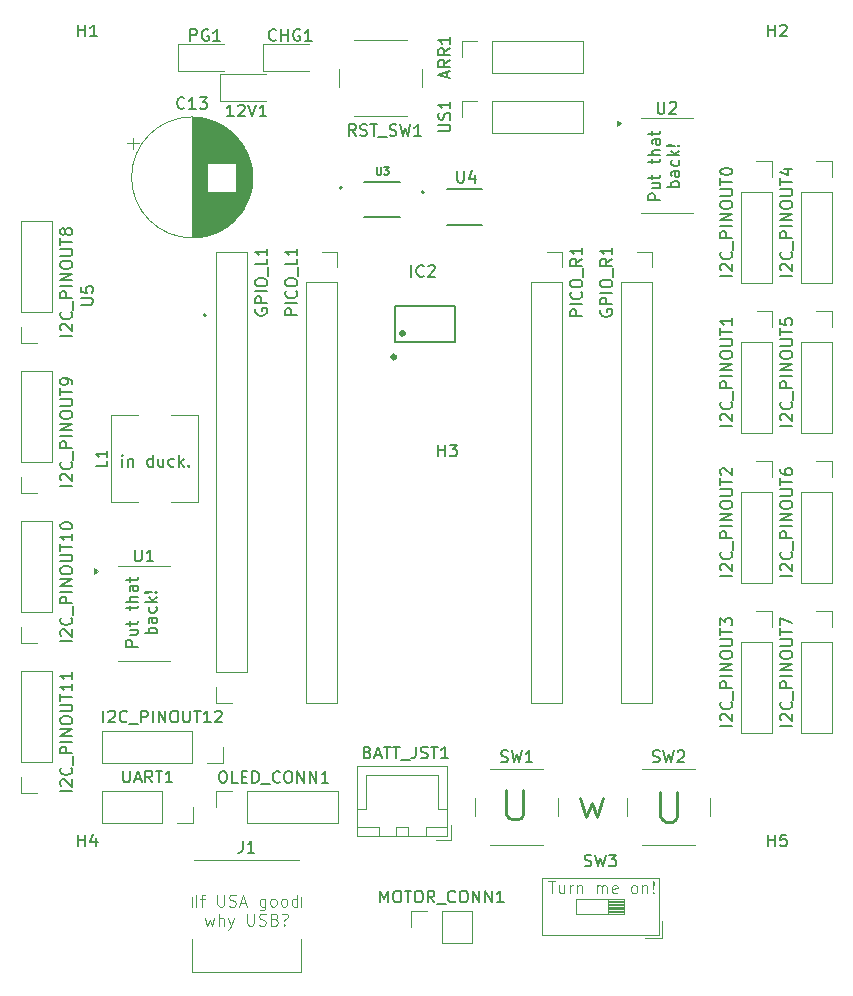
<source format=gbr>
%TF.GenerationSoftware,KiCad,Pcbnew,8.0.7*%
%TF.CreationDate,2025-01-25T22:31:14-05:00*%
%TF.ProjectId,shadow,73686164-6f77-42e6-9b69-6361645f7063,rev?*%
%TF.SameCoordinates,Original*%
%TF.FileFunction,Legend,Top*%
%TF.FilePolarity,Positive*%
%FSLAX46Y46*%
G04 Gerber Fmt 4.6, Leading zero omitted, Abs format (unit mm)*
G04 Created by KiCad (PCBNEW 8.0.7) date 2025-01-25 22:31:14*
%MOMM*%
%LPD*%
G01*
G04 APERTURE LIST*
%ADD10C,0.200000*%
%ADD11C,0.275400*%
%ADD12C,0.125000*%
%ADD13C,0.150000*%
%ADD14C,0.120000*%
%ADD15C,0.152500*%
%ADD16C,0.300000*%
%ADD17C,0.127000*%
G04 APERTURE END LIST*
D10*
X152638475Y-62902743D02*
X151638475Y-62902743D01*
X151638475Y-62902743D02*
X151638475Y-62521791D01*
X151638475Y-62521791D02*
X151686094Y-62426553D01*
X151686094Y-62426553D02*
X151733713Y-62378934D01*
X151733713Y-62378934D02*
X151828951Y-62331315D01*
X151828951Y-62331315D02*
X151971808Y-62331315D01*
X151971808Y-62331315D02*
X152067046Y-62378934D01*
X152067046Y-62378934D02*
X152114665Y-62426553D01*
X152114665Y-62426553D02*
X152162284Y-62521791D01*
X152162284Y-62521791D02*
X152162284Y-62902743D01*
X151971808Y-61474172D02*
X152638475Y-61474172D01*
X151971808Y-61902743D02*
X152495617Y-61902743D01*
X152495617Y-61902743D02*
X152590856Y-61855124D01*
X152590856Y-61855124D02*
X152638475Y-61759886D01*
X152638475Y-61759886D02*
X152638475Y-61617029D01*
X152638475Y-61617029D02*
X152590856Y-61521791D01*
X152590856Y-61521791D02*
X152543236Y-61474172D01*
X151971808Y-61140838D02*
X151971808Y-60759886D01*
X151638475Y-60997981D02*
X152495617Y-60997981D01*
X152495617Y-60997981D02*
X152590856Y-60950362D01*
X152590856Y-60950362D02*
X152638475Y-60855124D01*
X152638475Y-60855124D02*
X152638475Y-60759886D01*
X151971808Y-59807504D02*
X151971808Y-59426552D01*
X151638475Y-59664647D02*
X152495617Y-59664647D01*
X152495617Y-59664647D02*
X152590856Y-59617028D01*
X152590856Y-59617028D02*
X152638475Y-59521790D01*
X152638475Y-59521790D02*
X152638475Y-59426552D01*
X152638475Y-59093218D02*
X151638475Y-59093218D01*
X152638475Y-58664647D02*
X152114665Y-58664647D01*
X152114665Y-58664647D02*
X152019427Y-58712266D01*
X152019427Y-58712266D02*
X151971808Y-58807504D01*
X151971808Y-58807504D02*
X151971808Y-58950361D01*
X151971808Y-58950361D02*
X152019427Y-59045599D01*
X152019427Y-59045599D02*
X152067046Y-59093218D01*
X152638475Y-57759885D02*
X152114665Y-57759885D01*
X152114665Y-57759885D02*
X152019427Y-57807504D01*
X152019427Y-57807504D02*
X151971808Y-57902742D01*
X151971808Y-57902742D02*
X151971808Y-58093218D01*
X151971808Y-58093218D02*
X152019427Y-58188456D01*
X152590856Y-57759885D02*
X152638475Y-57855123D01*
X152638475Y-57855123D02*
X152638475Y-58093218D01*
X152638475Y-58093218D02*
X152590856Y-58188456D01*
X152590856Y-58188456D02*
X152495617Y-58236075D01*
X152495617Y-58236075D02*
X152400379Y-58236075D01*
X152400379Y-58236075D02*
X152305141Y-58188456D01*
X152305141Y-58188456D02*
X152257522Y-58093218D01*
X152257522Y-58093218D02*
X152257522Y-57855123D01*
X152257522Y-57855123D02*
X152209903Y-57759885D01*
X151971808Y-57426551D02*
X151971808Y-57045599D01*
X151638475Y-57283694D02*
X152495617Y-57283694D01*
X152495617Y-57283694D02*
X152590856Y-57236075D01*
X152590856Y-57236075D02*
X152638475Y-57140837D01*
X152638475Y-57140837D02*
X152638475Y-57045599D01*
X154248419Y-61783694D02*
X153248419Y-61783694D01*
X153629371Y-61783694D02*
X153581752Y-61688456D01*
X153581752Y-61688456D02*
X153581752Y-61497980D01*
X153581752Y-61497980D02*
X153629371Y-61402742D01*
X153629371Y-61402742D02*
X153676990Y-61355123D01*
X153676990Y-61355123D02*
X153772228Y-61307504D01*
X153772228Y-61307504D02*
X154057942Y-61307504D01*
X154057942Y-61307504D02*
X154153180Y-61355123D01*
X154153180Y-61355123D02*
X154200800Y-61402742D01*
X154200800Y-61402742D02*
X154248419Y-61497980D01*
X154248419Y-61497980D02*
X154248419Y-61688456D01*
X154248419Y-61688456D02*
X154200800Y-61783694D01*
X154248419Y-60450361D02*
X153724609Y-60450361D01*
X153724609Y-60450361D02*
X153629371Y-60497980D01*
X153629371Y-60497980D02*
X153581752Y-60593218D01*
X153581752Y-60593218D02*
X153581752Y-60783694D01*
X153581752Y-60783694D02*
X153629371Y-60878932D01*
X154200800Y-60450361D02*
X154248419Y-60545599D01*
X154248419Y-60545599D02*
X154248419Y-60783694D01*
X154248419Y-60783694D02*
X154200800Y-60878932D01*
X154200800Y-60878932D02*
X154105561Y-60926551D01*
X154105561Y-60926551D02*
X154010323Y-60926551D01*
X154010323Y-60926551D02*
X153915085Y-60878932D01*
X153915085Y-60878932D02*
X153867466Y-60783694D01*
X153867466Y-60783694D02*
X153867466Y-60545599D01*
X153867466Y-60545599D02*
X153819847Y-60450361D01*
X154200800Y-59545599D02*
X154248419Y-59640837D01*
X154248419Y-59640837D02*
X154248419Y-59831313D01*
X154248419Y-59831313D02*
X154200800Y-59926551D01*
X154200800Y-59926551D02*
X154153180Y-59974170D01*
X154153180Y-59974170D02*
X154057942Y-60021789D01*
X154057942Y-60021789D02*
X153772228Y-60021789D01*
X153772228Y-60021789D02*
X153676990Y-59974170D01*
X153676990Y-59974170D02*
X153629371Y-59926551D01*
X153629371Y-59926551D02*
X153581752Y-59831313D01*
X153581752Y-59831313D02*
X153581752Y-59640837D01*
X153581752Y-59640837D02*
X153629371Y-59545599D01*
X154248419Y-59117027D02*
X153248419Y-59117027D01*
X153867466Y-59021789D02*
X154248419Y-58736075D01*
X153581752Y-58736075D02*
X153962704Y-59117027D01*
X154153180Y-58307503D02*
X154200800Y-58259884D01*
X154200800Y-58259884D02*
X154248419Y-58307503D01*
X154248419Y-58307503D02*
X154200800Y-58355122D01*
X154200800Y-58355122D02*
X154153180Y-58307503D01*
X154153180Y-58307503D02*
X154248419Y-58307503D01*
X153867466Y-58307503D02*
X153296038Y-58355122D01*
X153296038Y-58355122D02*
X153248419Y-58307503D01*
X153248419Y-58307503D02*
X153296038Y-58259884D01*
X153296038Y-58259884D02*
X153867466Y-58307503D01*
X153867466Y-58307503D02*
X153248419Y-58307503D01*
X107096676Y-85465219D02*
X107096676Y-84798552D01*
X107096676Y-84465219D02*
X107049057Y-84512838D01*
X107049057Y-84512838D02*
X107096676Y-84560457D01*
X107096676Y-84560457D02*
X107144295Y-84512838D01*
X107144295Y-84512838D02*
X107096676Y-84465219D01*
X107096676Y-84465219D02*
X107096676Y-84560457D01*
X107572866Y-84798552D02*
X107572866Y-85465219D01*
X107572866Y-84893790D02*
X107620485Y-84846171D01*
X107620485Y-84846171D02*
X107715723Y-84798552D01*
X107715723Y-84798552D02*
X107858580Y-84798552D01*
X107858580Y-84798552D02*
X107953818Y-84846171D01*
X107953818Y-84846171D02*
X108001437Y-84941409D01*
X108001437Y-84941409D02*
X108001437Y-85465219D01*
X109668104Y-85465219D02*
X109668104Y-84465219D01*
X109668104Y-85417600D02*
X109572866Y-85465219D01*
X109572866Y-85465219D02*
X109382390Y-85465219D01*
X109382390Y-85465219D02*
X109287152Y-85417600D01*
X109287152Y-85417600D02*
X109239533Y-85369980D01*
X109239533Y-85369980D02*
X109191914Y-85274742D01*
X109191914Y-85274742D02*
X109191914Y-84989028D01*
X109191914Y-84989028D02*
X109239533Y-84893790D01*
X109239533Y-84893790D02*
X109287152Y-84846171D01*
X109287152Y-84846171D02*
X109382390Y-84798552D01*
X109382390Y-84798552D02*
X109572866Y-84798552D01*
X109572866Y-84798552D02*
X109668104Y-84846171D01*
X110572866Y-84798552D02*
X110572866Y-85465219D01*
X110144295Y-84798552D02*
X110144295Y-85322361D01*
X110144295Y-85322361D02*
X110191914Y-85417600D01*
X110191914Y-85417600D02*
X110287152Y-85465219D01*
X110287152Y-85465219D02*
X110430009Y-85465219D01*
X110430009Y-85465219D02*
X110525247Y-85417600D01*
X110525247Y-85417600D02*
X110572866Y-85369980D01*
X111477628Y-85417600D02*
X111382390Y-85465219D01*
X111382390Y-85465219D02*
X111191914Y-85465219D01*
X111191914Y-85465219D02*
X111096676Y-85417600D01*
X111096676Y-85417600D02*
X111049057Y-85369980D01*
X111049057Y-85369980D02*
X111001438Y-85274742D01*
X111001438Y-85274742D02*
X111001438Y-84989028D01*
X111001438Y-84989028D02*
X111049057Y-84893790D01*
X111049057Y-84893790D02*
X111096676Y-84846171D01*
X111096676Y-84846171D02*
X111191914Y-84798552D01*
X111191914Y-84798552D02*
X111382390Y-84798552D01*
X111382390Y-84798552D02*
X111477628Y-84846171D01*
X111906200Y-85465219D02*
X111906200Y-84465219D01*
X112001438Y-85084266D02*
X112287152Y-85465219D01*
X112287152Y-84798552D02*
X111906200Y-85179504D01*
X112715724Y-85369980D02*
X112763343Y-85417600D01*
X112763343Y-85417600D02*
X112715724Y-85465219D01*
X112715724Y-85465219D02*
X112668105Y-85417600D01*
X112668105Y-85417600D02*
X112715724Y-85369980D01*
X112715724Y-85369980D02*
X112715724Y-85465219D01*
D11*
X152644057Y-113002189D02*
X152644057Y-115045427D01*
X152644057Y-115045427D02*
X152764247Y-115285808D01*
X152764247Y-115285808D02*
X152884438Y-115405999D01*
X152884438Y-115405999D02*
X153124819Y-115526189D01*
X153124819Y-115526189D02*
X153605581Y-115526189D01*
X153605581Y-115526189D02*
X153845962Y-115405999D01*
X153845962Y-115405999D02*
X153966152Y-115285808D01*
X153966152Y-115285808D02*
X154086343Y-115045427D01*
X154086343Y-115045427D02*
X154086343Y-113002189D01*
X145875876Y-113487922D02*
X146356638Y-115170589D01*
X146356638Y-115170589D02*
X146837400Y-113968684D01*
X146837400Y-113968684D02*
X147318162Y-115170589D01*
X147318162Y-115170589D02*
X147798924Y-113487922D01*
D12*
X143175600Y-120587919D02*
X143747028Y-120587919D01*
X143461314Y-121587919D02*
X143461314Y-120587919D01*
X144508933Y-120921252D02*
X144508933Y-121587919D01*
X144080362Y-120921252D02*
X144080362Y-121445061D01*
X144080362Y-121445061D02*
X144127981Y-121540300D01*
X144127981Y-121540300D02*
X144223219Y-121587919D01*
X144223219Y-121587919D02*
X144366076Y-121587919D01*
X144366076Y-121587919D02*
X144461314Y-121540300D01*
X144461314Y-121540300D02*
X144508933Y-121492680D01*
X144985124Y-121587919D02*
X144985124Y-120921252D01*
X144985124Y-121111728D02*
X145032743Y-121016490D01*
X145032743Y-121016490D02*
X145080362Y-120968871D01*
X145080362Y-120968871D02*
X145175600Y-120921252D01*
X145175600Y-120921252D02*
X145270838Y-120921252D01*
X145604172Y-120921252D02*
X145604172Y-121587919D01*
X145604172Y-121016490D02*
X145651791Y-120968871D01*
X145651791Y-120968871D02*
X145747029Y-120921252D01*
X145747029Y-120921252D02*
X145889886Y-120921252D01*
X145889886Y-120921252D02*
X145985124Y-120968871D01*
X145985124Y-120968871D02*
X146032743Y-121064109D01*
X146032743Y-121064109D02*
X146032743Y-121587919D01*
X147270839Y-121587919D02*
X147270839Y-120921252D01*
X147270839Y-121016490D02*
X147318458Y-120968871D01*
X147318458Y-120968871D02*
X147413696Y-120921252D01*
X147413696Y-120921252D02*
X147556553Y-120921252D01*
X147556553Y-120921252D02*
X147651791Y-120968871D01*
X147651791Y-120968871D02*
X147699410Y-121064109D01*
X147699410Y-121064109D02*
X147699410Y-121587919D01*
X147699410Y-121064109D02*
X147747029Y-120968871D01*
X147747029Y-120968871D02*
X147842267Y-120921252D01*
X147842267Y-120921252D02*
X147985124Y-120921252D01*
X147985124Y-120921252D02*
X148080363Y-120968871D01*
X148080363Y-120968871D02*
X148127982Y-121064109D01*
X148127982Y-121064109D02*
X148127982Y-121587919D01*
X148985124Y-121540300D02*
X148889886Y-121587919D01*
X148889886Y-121587919D02*
X148699410Y-121587919D01*
X148699410Y-121587919D02*
X148604172Y-121540300D01*
X148604172Y-121540300D02*
X148556553Y-121445061D01*
X148556553Y-121445061D02*
X148556553Y-121064109D01*
X148556553Y-121064109D02*
X148604172Y-120968871D01*
X148604172Y-120968871D02*
X148699410Y-120921252D01*
X148699410Y-120921252D02*
X148889886Y-120921252D01*
X148889886Y-120921252D02*
X148985124Y-120968871D01*
X148985124Y-120968871D02*
X149032743Y-121064109D01*
X149032743Y-121064109D02*
X149032743Y-121159347D01*
X149032743Y-121159347D02*
X148556553Y-121254585D01*
X150366077Y-121587919D02*
X150270839Y-121540300D01*
X150270839Y-121540300D02*
X150223220Y-121492680D01*
X150223220Y-121492680D02*
X150175601Y-121397442D01*
X150175601Y-121397442D02*
X150175601Y-121111728D01*
X150175601Y-121111728D02*
X150223220Y-121016490D01*
X150223220Y-121016490D02*
X150270839Y-120968871D01*
X150270839Y-120968871D02*
X150366077Y-120921252D01*
X150366077Y-120921252D02*
X150508934Y-120921252D01*
X150508934Y-120921252D02*
X150604172Y-120968871D01*
X150604172Y-120968871D02*
X150651791Y-121016490D01*
X150651791Y-121016490D02*
X150699410Y-121111728D01*
X150699410Y-121111728D02*
X150699410Y-121397442D01*
X150699410Y-121397442D02*
X150651791Y-121492680D01*
X150651791Y-121492680D02*
X150604172Y-121540300D01*
X150604172Y-121540300D02*
X150508934Y-121587919D01*
X150508934Y-121587919D02*
X150366077Y-121587919D01*
X151127982Y-120921252D02*
X151127982Y-121587919D01*
X151127982Y-121016490D02*
X151175601Y-120968871D01*
X151175601Y-120968871D02*
X151270839Y-120921252D01*
X151270839Y-120921252D02*
X151413696Y-120921252D01*
X151413696Y-120921252D02*
X151508934Y-120968871D01*
X151508934Y-120968871D02*
X151556553Y-121064109D01*
X151556553Y-121064109D02*
X151556553Y-121587919D01*
X152032744Y-121492680D02*
X152080363Y-121540300D01*
X152080363Y-121540300D02*
X152032744Y-121587919D01*
X152032744Y-121587919D02*
X151985125Y-121540300D01*
X151985125Y-121540300D02*
X152032744Y-121492680D01*
X152032744Y-121492680D02*
X152032744Y-121587919D01*
X152032744Y-121206966D02*
X151985125Y-120635538D01*
X151985125Y-120635538D02*
X152032744Y-120587919D01*
X152032744Y-120587919D02*
X152080363Y-120635538D01*
X152080363Y-120635538D02*
X152032744Y-121206966D01*
X152032744Y-121206966D02*
X152032744Y-120587919D01*
D10*
X108384375Y-100712343D02*
X107384375Y-100712343D01*
X107384375Y-100712343D02*
X107384375Y-100331391D01*
X107384375Y-100331391D02*
X107431994Y-100236153D01*
X107431994Y-100236153D02*
X107479613Y-100188534D01*
X107479613Y-100188534D02*
X107574851Y-100140915D01*
X107574851Y-100140915D02*
X107717708Y-100140915D01*
X107717708Y-100140915D02*
X107812946Y-100188534D01*
X107812946Y-100188534D02*
X107860565Y-100236153D01*
X107860565Y-100236153D02*
X107908184Y-100331391D01*
X107908184Y-100331391D02*
X107908184Y-100712343D01*
X107717708Y-99283772D02*
X108384375Y-99283772D01*
X107717708Y-99712343D02*
X108241517Y-99712343D01*
X108241517Y-99712343D02*
X108336756Y-99664724D01*
X108336756Y-99664724D02*
X108384375Y-99569486D01*
X108384375Y-99569486D02*
X108384375Y-99426629D01*
X108384375Y-99426629D02*
X108336756Y-99331391D01*
X108336756Y-99331391D02*
X108289136Y-99283772D01*
X107717708Y-98950438D02*
X107717708Y-98569486D01*
X107384375Y-98807581D02*
X108241517Y-98807581D01*
X108241517Y-98807581D02*
X108336756Y-98759962D01*
X108336756Y-98759962D02*
X108384375Y-98664724D01*
X108384375Y-98664724D02*
X108384375Y-98569486D01*
X107717708Y-97617104D02*
X107717708Y-97236152D01*
X107384375Y-97474247D02*
X108241517Y-97474247D01*
X108241517Y-97474247D02*
X108336756Y-97426628D01*
X108336756Y-97426628D02*
X108384375Y-97331390D01*
X108384375Y-97331390D02*
X108384375Y-97236152D01*
X108384375Y-96902818D02*
X107384375Y-96902818D01*
X108384375Y-96474247D02*
X107860565Y-96474247D01*
X107860565Y-96474247D02*
X107765327Y-96521866D01*
X107765327Y-96521866D02*
X107717708Y-96617104D01*
X107717708Y-96617104D02*
X107717708Y-96759961D01*
X107717708Y-96759961D02*
X107765327Y-96855199D01*
X107765327Y-96855199D02*
X107812946Y-96902818D01*
X108384375Y-95569485D02*
X107860565Y-95569485D01*
X107860565Y-95569485D02*
X107765327Y-95617104D01*
X107765327Y-95617104D02*
X107717708Y-95712342D01*
X107717708Y-95712342D02*
X107717708Y-95902818D01*
X107717708Y-95902818D02*
X107765327Y-95998056D01*
X108336756Y-95569485D02*
X108384375Y-95664723D01*
X108384375Y-95664723D02*
X108384375Y-95902818D01*
X108384375Y-95902818D02*
X108336756Y-95998056D01*
X108336756Y-95998056D02*
X108241517Y-96045675D01*
X108241517Y-96045675D02*
X108146279Y-96045675D01*
X108146279Y-96045675D02*
X108051041Y-95998056D01*
X108051041Y-95998056D02*
X108003422Y-95902818D01*
X108003422Y-95902818D02*
X108003422Y-95664723D01*
X108003422Y-95664723D02*
X107955803Y-95569485D01*
X107717708Y-95236151D02*
X107717708Y-94855199D01*
X107384375Y-95093294D02*
X108241517Y-95093294D01*
X108241517Y-95093294D02*
X108336756Y-95045675D01*
X108336756Y-95045675D02*
X108384375Y-94950437D01*
X108384375Y-94950437D02*
X108384375Y-94855199D01*
X109994319Y-99593294D02*
X108994319Y-99593294D01*
X109375271Y-99593294D02*
X109327652Y-99498056D01*
X109327652Y-99498056D02*
X109327652Y-99307580D01*
X109327652Y-99307580D02*
X109375271Y-99212342D01*
X109375271Y-99212342D02*
X109422890Y-99164723D01*
X109422890Y-99164723D02*
X109518128Y-99117104D01*
X109518128Y-99117104D02*
X109803842Y-99117104D01*
X109803842Y-99117104D02*
X109899080Y-99164723D01*
X109899080Y-99164723D02*
X109946700Y-99212342D01*
X109946700Y-99212342D02*
X109994319Y-99307580D01*
X109994319Y-99307580D02*
X109994319Y-99498056D01*
X109994319Y-99498056D02*
X109946700Y-99593294D01*
X109994319Y-98259961D02*
X109470509Y-98259961D01*
X109470509Y-98259961D02*
X109375271Y-98307580D01*
X109375271Y-98307580D02*
X109327652Y-98402818D01*
X109327652Y-98402818D02*
X109327652Y-98593294D01*
X109327652Y-98593294D02*
X109375271Y-98688532D01*
X109946700Y-98259961D02*
X109994319Y-98355199D01*
X109994319Y-98355199D02*
X109994319Y-98593294D01*
X109994319Y-98593294D02*
X109946700Y-98688532D01*
X109946700Y-98688532D02*
X109851461Y-98736151D01*
X109851461Y-98736151D02*
X109756223Y-98736151D01*
X109756223Y-98736151D02*
X109660985Y-98688532D01*
X109660985Y-98688532D02*
X109613366Y-98593294D01*
X109613366Y-98593294D02*
X109613366Y-98355199D01*
X109613366Y-98355199D02*
X109565747Y-98259961D01*
X109946700Y-97355199D02*
X109994319Y-97450437D01*
X109994319Y-97450437D02*
X109994319Y-97640913D01*
X109994319Y-97640913D02*
X109946700Y-97736151D01*
X109946700Y-97736151D02*
X109899080Y-97783770D01*
X109899080Y-97783770D02*
X109803842Y-97831389D01*
X109803842Y-97831389D02*
X109518128Y-97831389D01*
X109518128Y-97831389D02*
X109422890Y-97783770D01*
X109422890Y-97783770D02*
X109375271Y-97736151D01*
X109375271Y-97736151D02*
X109327652Y-97640913D01*
X109327652Y-97640913D02*
X109327652Y-97450437D01*
X109327652Y-97450437D02*
X109375271Y-97355199D01*
X109994319Y-96926627D02*
X108994319Y-96926627D01*
X109613366Y-96831389D02*
X109994319Y-96545675D01*
X109327652Y-96545675D02*
X109708604Y-96926627D01*
X109899080Y-96117103D02*
X109946700Y-96069484D01*
X109946700Y-96069484D02*
X109994319Y-96117103D01*
X109994319Y-96117103D02*
X109946700Y-96164722D01*
X109946700Y-96164722D02*
X109899080Y-96117103D01*
X109899080Y-96117103D02*
X109994319Y-96117103D01*
X109613366Y-96117103D02*
X109041938Y-96164722D01*
X109041938Y-96164722D02*
X108994319Y-96117103D01*
X108994319Y-96117103D02*
X109041938Y-96069484D01*
X109041938Y-96069484D02*
X109613366Y-96117103D01*
X109613366Y-96117103D02*
X108994319Y-96117103D01*
D12*
X113341685Y-122721175D02*
X113341685Y-121721175D01*
X113675018Y-122054508D02*
X114055970Y-122054508D01*
X113817875Y-122721175D02*
X113817875Y-121864032D01*
X113817875Y-121864032D02*
X113865494Y-121768794D01*
X113865494Y-121768794D02*
X113960732Y-121721175D01*
X113960732Y-121721175D02*
X114055970Y-121721175D01*
X115151209Y-121721175D02*
X115151209Y-122530698D01*
X115151209Y-122530698D02*
X115198828Y-122625936D01*
X115198828Y-122625936D02*
X115246447Y-122673556D01*
X115246447Y-122673556D02*
X115341685Y-122721175D01*
X115341685Y-122721175D02*
X115532161Y-122721175D01*
X115532161Y-122721175D02*
X115627399Y-122673556D01*
X115627399Y-122673556D02*
X115675018Y-122625936D01*
X115675018Y-122625936D02*
X115722637Y-122530698D01*
X115722637Y-122530698D02*
X115722637Y-121721175D01*
X116151209Y-122673556D02*
X116294066Y-122721175D01*
X116294066Y-122721175D02*
X116532161Y-122721175D01*
X116532161Y-122721175D02*
X116627399Y-122673556D01*
X116627399Y-122673556D02*
X116675018Y-122625936D01*
X116675018Y-122625936D02*
X116722637Y-122530698D01*
X116722637Y-122530698D02*
X116722637Y-122435460D01*
X116722637Y-122435460D02*
X116675018Y-122340222D01*
X116675018Y-122340222D02*
X116627399Y-122292603D01*
X116627399Y-122292603D02*
X116532161Y-122244984D01*
X116532161Y-122244984D02*
X116341685Y-122197365D01*
X116341685Y-122197365D02*
X116246447Y-122149746D01*
X116246447Y-122149746D02*
X116198828Y-122102127D01*
X116198828Y-122102127D02*
X116151209Y-122006889D01*
X116151209Y-122006889D02*
X116151209Y-121911651D01*
X116151209Y-121911651D02*
X116198828Y-121816413D01*
X116198828Y-121816413D02*
X116246447Y-121768794D01*
X116246447Y-121768794D02*
X116341685Y-121721175D01*
X116341685Y-121721175D02*
X116579780Y-121721175D01*
X116579780Y-121721175D02*
X116722637Y-121768794D01*
X117103590Y-122435460D02*
X117579780Y-122435460D01*
X117008352Y-122721175D02*
X117341685Y-121721175D01*
X117341685Y-121721175D02*
X117675018Y-122721175D01*
X119198828Y-122054508D02*
X119198828Y-122864032D01*
X119198828Y-122864032D02*
X119151209Y-122959270D01*
X119151209Y-122959270D02*
X119103590Y-123006889D01*
X119103590Y-123006889D02*
X119008352Y-123054508D01*
X119008352Y-123054508D02*
X118865495Y-123054508D01*
X118865495Y-123054508D02*
X118770257Y-123006889D01*
X119198828Y-122673556D02*
X119103590Y-122721175D01*
X119103590Y-122721175D02*
X118913114Y-122721175D01*
X118913114Y-122721175D02*
X118817876Y-122673556D01*
X118817876Y-122673556D02*
X118770257Y-122625936D01*
X118770257Y-122625936D02*
X118722638Y-122530698D01*
X118722638Y-122530698D02*
X118722638Y-122244984D01*
X118722638Y-122244984D02*
X118770257Y-122149746D01*
X118770257Y-122149746D02*
X118817876Y-122102127D01*
X118817876Y-122102127D02*
X118913114Y-122054508D01*
X118913114Y-122054508D02*
X119103590Y-122054508D01*
X119103590Y-122054508D02*
X119198828Y-122102127D01*
X119817876Y-122721175D02*
X119722638Y-122673556D01*
X119722638Y-122673556D02*
X119675019Y-122625936D01*
X119675019Y-122625936D02*
X119627400Y-122530698D01*
X119627400Y-122530698D02*
X119627400Y-122244984D01*
X119627400Y-122244984D02*
X119675019Y-122149746D01*
X119675019Y-122149746D02*
X119722638Y-122102127D01*
X119722638Y-122102127D02*
X119817876Y-122054508D01*
X119817876Y-122054508D02*
X119960733Y-122054508D01*
X119960733Y-122054508D02*
X120055971Y-122102127D01*
X120055971Y-122102127D02*
X120103590Y-122149746D01*
X120103590Y-122149746D02*
X120151209Y-122244984D01*
X120151209Y-122244984D02*
X120151209Y-122530698D01*
X120151209Y-122530698D02*
X120103590Y-122625936D01*
X120103590Y-122625936D02*
X120055971Y-122673556D01*
X120055971Y-122673556D02*
X119960733Y-122721175D01*
X119960733Y-122721175D02*
X119817876Y-122721175D01*
X120722638Y-122721175D02*
X120627400Y-122673556D01*
X120627400Y-122673556D02*
X120579781Y-122625936D01*
X120579781Y-122625936D02*
X120532162Y-122530698D01*
X120532162Y-122530698D02*
X120532162Y-122244984D01*
X120532162Y-122244984D02*
X120579781Y-122149746D01*
X120579781Y-122149746D02*
X120627400Y-122102127D01*
X120627400Y-122102127D02*
X120722638Y-122054508D01*
X120722638Y-122054508D02*
X120865495Y-122054508D01*
X120865495Y-122054508D02*
X120960733Y-122102127D01*
X120960733Y-122102127D02*
X121008352Y-122149746D01*
X121008352Y-122149746D02*
X121055971Y-122244984D01*
X121055971Y-122244984D02*
X121055971Y-122530698D01*
X121055971Y-122530698D02*
X121008352Y-122625936D01*
X121008352Y-122625936D02*
X120960733Y-122673556D01*
X120960733Y-122673556D02*
X120865495Y-122721175D01*
X120865495Y-122721175D02*
X120722638Y-122721175D01*
X121913114Y-122721175D02*
X121913114Y-121721175D01*
X121913114Y-122673556D02*
X121817876Y-122721175D01*
X121817876Y-122721175D02*
X121627400Y-122721175D01*
X121627400Y-122721175D02*
X121532162Y-122673556D01*
X121532162Y-122673556D02*
X121484543Y-122625936D01*
X121484543Y-122625936D02*
X121436924Y-122530698D01*
X121436924Y-122530698D02*
X121436924Y-122244984D01*
X121436924Y-122244984D02*
X121484543Y-122149746D01*
X121484543Y-122149746D02*
X121532162Y-122102127D01*
X121532162Y-122102127D02*
X121627400Y-122054508D01*
X121627400Y-122054508D02*
X121817876Y-122054508D01*
X121817876Y-122054508D02*
X121913114Y-122102127D01*
X114103590Y-123664452D02*
X114294066Y-124331119D01*
X114294066Y-124331119D02*
X114484542Y-123854928D01*
X114484542Y-123854928D02*
X114675018Y-124331119D01*
X114675018Y-124331119D02*
X114865494Y-123664452D01*
X115246447Y-124331119D02*
X115246447Y-123331119D01*
X115675018Y-124331119D02*
X115675018Y-123807309D01*
X115675018Y-123807309D02*
X115627399Y-123712071D01*
X115627399Y-123712071D02*
X115532161Y-123664452D01*
X115532161Y-123664452D02*
X115389304Y-123664452D01*
X115389304Y-123664452D02*
X115294066Y-123712071D01*
X115294066Y-123712071D02*
X115246447Y-123759690D01*
X116055971Y-123664452D02*
X116294066Y-124331119D01*
X116532161Y-123664452D02*
X116294066Y-124331119D01*
X116294066Y-124331119D02*
X116198828Y-124569214D01*
X116198828Y-124569214D02*
X116151209Y-124616833D01*
X116151209Y-124616833D02*
X116055971Y-124664452D01*
X117675019Y-123331119D02*
X117675019Y-124140642D01*
X117675019Y-124140642D02*
X117722638Y-124235880D01*
X117722638Y-124235880D02*
X117770257Y-124283500D01*
X117770257Y-124283500D02*
X117865495Y-124331119D01*
X117865495Y-124331119D02*
X118055971Y-124331119D01*
X118055971Y-124331119D02*
X118151209Y-124283500D01*
X118151209Y-124283500D02*
X118198828Y-124235880D01*
X118198828Y-124235880D02*
X118246447Y-124140642D01*
X118246447Y-124140642D02*
X118246447Y-123331119D01*
X118675019Y-124283500D02*
X118817876Y-124331119D01*
X118817876Y-124331119D02*
X119055971Y-124331119D01*
X119055971Y-124331119D02*
X119151209Y-124283500D01*
X119151209Y-124283500D02*
X119198828Y-124235880D01*
X119198828Y-124235880D02*
X119246447Y-124140642D01*
X119246447Y-124140642D02*
X119246447Y-124045404D01*
X119246447Y-124045404D02*
X119198828Y-123950166D01*
X119198828Y-123950166D02*
X119151209Y-123902547D01*
X119151209Y-123902547D02*
X119055971Y-123854928D01*
X119055971Y-123854928D02*
X118865495Y-123807309D01*
X118865495Y-123807309D02*
X118770257Y-123759690D01*
X118770257Y-123759690D02*
X118722638Y-123712071D01*
X118722638Y-123712071D02*
X118675019Y-123616833D01*
X118675019Y-123616833D02*
X118675019Y-123521595D01*
X118675019Y-123521595D02*
X118722638Y-123426357D01*
X118722638Y-123426357D02*
X118770257Y-123378738D01*
X118770257Y-123378738D02*
X118865495Y-123331119D01*
X118865495Y-123331119D02*
X119103590Y-123331119D01*
X119103590Y-123331119D02*
X119246447Y-123378738D01*
X120008352Y-123807309D02*
X120151209Y-123854928D01*
X120151209Y-123854928D02*
X120198828Y-123902547D01*
X120198828Y-123902547D02*
X120246447Y-123997785D01*
X120246447Y-123997785D02*
X120246447Y-124140642D01*
X120246447Y-124140642D02*
X120198828Y-124235880D01*
X120198828Y-124235880D02*
X120151209Y-124283500D01*
X120151209Y-124283500D02*
X120055971Y-124331119D01*
X120055971Y-124331119D02*
X119675019Y-124331119D01*
X119675019Y-124331119D02*
X119675019Y-123331119D01*
X119675019Y-123331119D02*
X120008352Y-123331119D01*
X120008352Y-123331119D02*
X120103590Y-123378738D01*
X120103590Y-123378738D02*
X120151209Y-123426357D01*
X120151209Y-123426357D02*
X120198828Y-123521595D01*
X120198828Y-123521595D02*
X120198828Y-123616833D01*
X120198828Y-123616833D02*
X120151209Y-123712071D01*
X120151209Y-123712071D02*
X120103590Y-123759690D01*
X120103590Y-123759690D02*
X120008352Y-123807309D01*
X120008352Y-123807309D02*
X119675019Y-123807309D01*
X120817876Y-124235880D02*
X120865495Y-124283500D01*
X120865495Y-124283500D02*
X120817876Y-124331119D01*
X120817876Y-124331119D02*
X120770257Y-124283500D01*
X120770257Y-124283500D02*
X120817876Y-124235880D01*
X120817876Y-124235880D02*
X120817876Y-124331119D01*
X120627400Y-123378738D02*
X120722638Y-123331119D01*
X120722638Y-123331119D02*
X120960733Y-123331119D01*
X120960733Y-123331119D02*
X121055971Y-123378738D01*
X121055971Y-123378738D02*
X121103590Y-123473976D01*
X121103590Y-123473976D02*
X121103590Y-123569214D01*
X121103590Y-123569214D02*
X121055971Y-123664452D01*
X121055971Y-123664452D02*
X121008352Y-123712071D01*
X121008352Y-123712071D02*
X120913114Y-123759690D01*
X120913114Y-123759690D02*
X120865495Y-123807309D01*
X120865495Y-123807309D02*
X120817876Y-123902547D01*
X120817876Y-123902547D02*
X120817876Y-123950166D01*
D11*
X139613857Y-112824389D02*
X139613857Y-114867627D01*
X139613857Y-114867627D02*
X139734047Y-115108008D01*
X139734047Y-115108008D02*
X139854238Y-115228199D01*
X139854238Y-115228199D02*
X140094619Y-115348389D01*
X140094619Y-115348389D02*
X140575381Y-115348389D01*
X140575381Y-115348389D02*
X140815762Y-115228199D01*
X140815762Y-115228199D02*
X140935952Y-115108008D01*
X140935952Y-115108008D02*
X141056143Y-114867627D01*
X141056143Y-114867627D02*
X141056143Y-112824389D01*
D13*
X112848905Y-49434819D02*
X112848905Y-48434819D01*
X112848905Y-48434819D02*
X113229857Y-48434819D01*
X113229857Y-48434819D02*
X113325095Y-48482438D01*
X113325095Y-48482438D02*
X113372714Y-48530057D01*
X113372714Y-48530057D02*
X113420333Y-48625295D01*
X113420333Y-48625295D02*
X113420333Y-48768152D01*
X113420333Y-48768152D02*
X113372714Y-48863390D01*
X113372714Y-48863390D02*
X113325095Y-48911009D01*
X113325095Y-48911009D02*
X113229857Y-48958628D01*
X113229857Y-48958628D02*
X112848905Y-48958628D01*
X114372714Y-48482438D02*
X114277476Y-48434819D01*
X114277476Y-48434819D02*
X114134619Y-48434819D01*
X114134619Y-48434819D02*
X113991762Y-48482438D01*
X113991762Y-48482438D02*
X113896524Y-48577676D01*
X113896524Y-48577676D02*
X113848905Y-48672914D01*
X113848905Y-48672914D02*
X113801286Y-48863390D01*
X113801286Y-48863390D02*
X113801286Y-49006247D01*
X113801286Y-49006247D02*
X113848905Y-49196723D01*
X113848905Y-49196723D02*
X113896524Y-49291961D01*
X113896524Y-49291961D02*
X113991762Y-49387200D01*
X113991762Y-49387200D02*
X114134619Y-49434819D01*
X114134619Y-49434819D02*
X114229857Y-49434819D01*
X114229857Y-49434819D02*
X114372714Y-49387200D01*
X114372714Y-49387200D02*
X114420333Y-49339580D01*
X114420333Y-49339580D02*
X114420333Y-49006247D01*
X114420333Y-49006247D02*
X114229857Y-49006247D01*
X115372714Y-49434819D02*
X114801286Y-49434819D01*
X115087000Y-49434819D02*
X115087000Y-48434819D01*
X115087000Y-48434819D02*
X114991762Y-48577676D01*
X114991762Y-48577676D02*
X114896524Y-48672914D01*
X114896524Y-48672914D02*
X114801286Y-48720533D01*
X163801819Y-107393808D02*
X162801819Y-107393808D01*
X162897057Y-106965237D02*
X162849438Y-106917618D01*
X162849438Y-106917618D02*
X162801819Y-106822380D01*
X162801819Y-106822380D02*
X162801819Y-106584285D01*
X162801819Y-106584285D02*
X162849438Y-106489047D01*
X162849438Y-106489047D02*
X162897057Y-106441428D01*
X162897057Y-106441428D02*
X162992295Y-106393809D01*
X162992295Y-106393809D02*
X163087533Y-106393809D01*
X163087533Y-106393809D02*
X163230390Y-106441428D01*
X163230390Y-106441428D02*
X163801819Y-107012856D01*
X163801819Y-107012856D02*
X163801819Y-106393809D01*
X163706580Y-105393809D02*
X163754200Y-105441428D01*
X163754200Y-105441428D02*
X163801819Y-105584285D01*
X163801819Y-105584285D02*
X163801819Y-105679523D01*
X163801819Y-105679523D02*
X163754200Y-105822380D01*
X163754200Y-105822380D02*
X163658961Y-105917618D01*
X163658961Y-105917618D02*
X163563723Y-105965237D01*
X163563723Y-105965237D02*
X163373247Y-106012856D01*
X163373247Y-106012856D02*
X163230390Y-106012856D01*
X163230390Y-106012856D02*
X163039914Y-105965237D01*
X163039914Y-105965237D02*
X162944676Y-105917618D01*
X162944676Y-105917618D02*
X162849438Y-105822380D01*
X162849438Y-105822380D02*
X162801819Y-105679523D01*
X162801819Y-105679523D02*
X162801819Y-105584285D01*
X162801819Y-105584285D02*
X162849438Y-105441428D01*
X162849438Y-105441428D02*
X162897057Y-105393809D01*
X163897057Y-105203333D02*
X163897057Y-104441428D01*
X163801819Y-104203332D02*
X162801819Y-104203332D01*
X162801819Y-104203332D02*
X162801819Y-103822380D01*
X162801819Y-103822380D02*
X162849438Y-103727142D01*
X162849438Y-103727142D02*
X162897057Y-103679523D01*
X162897057Y-103679523D02*
X162992295Y-103631904D01*
X162992295Y-103631904D02*
X163135152Y-103631904D01*
X163135152Y-103631904D02*
X163230390Y-103679523D01*
X163230390Y-103679523D02*
X163278009Y-103727142D01*
X163278009Y-103727142D02*
X163325628Y-103822380D01*
X163325628Y-103822380D02*
X163325628Y-104203332D01*
X163801819Y-103203332D02*
X162801819Y-103203332D01*
X163801819Y-102727142D02*
X162801819Y-102727142D01*
X162801819Y-102727142D02*
X163801819Y-102155714D01*
X163801819Y-102155714D02*
X162801819Y-102155714D01*
X162801819Y-101489047D02*
X162801819Y-101298571D01*
X162801819Y-101298571D02*
X162849438Y-101203333D01*
X162849438Y-101203333D02*
X162944676Y-101108095D01*
X162944676Y-101108095D02*
X163135152Y-101060476D01*
X163135152Y-101060476D02*
X163468485Y-101060476D01*
X163468485Y-101060476D02*
X163658961Y-101108095D01*
X163658961Y-101108095D02*
X163754200Y-101203333D01*
X163754200Y-101203333D02*
X163801819Y-101298571D01*
X163801819Y-101298571D02*
X163801819Y-101489047D01*
X163801819Y-101489047D02*
X163754200Y-101584285D01*
X163754200Y-101584285D02*
X163658961Y-101679523D01*
X163658961Y-101679523D02*
X163468485Y-101727142D01*
X163468485Y-101727142D02*
X163135152Y-101727142D01*
X163135152Y-101727142D02*
X162944676Y-101679523D01*
X162944676Y-101679523D02*
X162849438Y-101584285D01*
X162849438Y-101584285D02*
X162801819Y-101489047D01*
X162801819Y-100631904D02*
X163611342Y-100631904D01*
X163611342Y-100631904D02*
X163706580Y-100584285D01*
X163706580Y-100584285D02*
X163754200Y-100536666D01*
X163754200Y-100536666D02*
X163801819Y-100441428D01*
X163801819Y-100441428D02*
X163801819Y-100250952D01*
X163801819Y-100250952D02*
X163754200Y-100155714D01*
X163754200Y-100155714D02*
X163706580Y-100108095D01*
X163706580Y-100108095D02*
X163611342Y-100060476D01*
X163611342Y-100060476D02*
X162801819Y-100060476D01*
X162801819Y-99727142D02*
X162801819Y-99155714D01*
X163801819Y-99441428D02*
X162801819Y-99441428D01*
X162801819Y-98917618D02*
X162801819Y-98250952D01*
X162801819Y-98250952D02*
X163801819Y-98679523D01*
X102841819Y-87073808D02*
X101841819Y-87073808D01*
X101937057Y-86645237D02*
X101889438Y-86597618D01*
X101889438Y-86597618D02*
X101841819Y-86502380D01*
X101841819Y-86502380D02*
X101841819Y-86264285D01*
X101841819Y-86264285D02*
X101889438Y-86169047D01*
X101889438Y-86169047D02*
X101937057Y-86121428D01*
X101937057Y-86121428D02*
X102032295Y-86073809D01*
X102032295Y-86073809D02*
X102127533Y-86073809D01*
X102127533Y-86073809D02*
X102270390Y-86121428D01*
X102270390Y-86121428D02*
X102841819Y-86692856D01*
X102841819Y-86692856D02*
X102841819Y-86073809D01*
X102746580Y-85073809D02*
X102794200Y-85121428D01*
X102794200Y-85121428D02*
X102841819Y-85264285D01*
X102841819Y-85264285D02*
X102841819Y-85359523D01*
X102841819Y-85359523D02*
X102794200Y-85502380D01*
X102794200Y-85502380D02*
X102698961Y-85597618D01*
X102698961Y-85597618D02*
X102603723Y-85645237D01*
X102603723Y-85645237D02*
X102413247Y-85692856D01*
X102413247Y-85692856D02*
X102270390Y-85692856D01*
X102270390Y-85692856D02*
X102079914Y-85645237D01*
X102079914Y-85645237D02*
X101984676Y-85597618D01*
X101984676Y-85597618D02*
X101889438Y-85502380D01*
X101889438Y-85502380D02*
X101841819Y-85359523D01*
X101841819Y-85359523D02*
X101841819Y-85264285D01*
X101841819Y-85264285D02*
X101889438Y-85121428D01*
X101889438Y-85121428D02*
X101937057Y-85073809D01*
X102937057Y-84883333D02*
X102937057Y-84121428D01*
X102841819Y-83883332D02*
X101841819Y-83883332D01*
X101841819Y-83883332D02*
X101841819Y-83502380D01*
X101841819Y-83502380D02*
X101889438Y-83407142D01*
X101889438Y-83407142D02*
X101937057Y-83359523D01*
X101937057Y-83359523D02*
X102032295Y-83311904D01*
X102032295Y-83311904D02*
X102175152Y-83311904D01*
X102175152Y-83311904D02*
X102270390Y-83359523D01*
X102270390Y-83359523D02*
X102318009Y-83407142D01*
X102318009Y-83407142D02*
X102365628Y-83502380D01*
X102365628Y-83502380D02*
X102365628Y-83883332D01*
X102841819Y-82883332D02*
X101841819Y-82883332D01*
X102841819Y-82407142D02*
X101841819Y-82407142D01*
X101841819Y-82407142D02*
X102841819Y-81835714D01*
X102841819Y-81835714D02*
X101841819Y-81835714D01*
X101841819Y-81169047D02*
X101841819Y-80978571D01*
X101841819Y-80978571D02*
X101889438Y-80883333D01*
X101889438Y-80883333D02*
X101984676Y-80788095D01*
X101984676Y-80788095D02*
X102175152Y-80740476D01*
X102175152Y-80740476D02*
X102508485Y-80740476D01*
X102508485Y-80740476D02*
X102698961Y-80788095D01*
X102698961Y-80788095D02*
X102794200Y-80883333D01*
X102794200Y-80883333D02*
X102841819Y-80978571D01*
X102841819Y-80978571D02*
X102841819Y-81169047D01*
X102841819Y-81169047D02*
X102794200Y-81264285D01*
X102794200Y-81264285D02*
X102698961Y-81359523D01*
X102698961Y-81359523D02*
X102508485Y-81407142D01*
X102508485Y-81407142D02*
X102175152Y-81407142D01*
X102175152Y-81407142D02*
X101984676Y-81359523D01*
X101984676Y-81359523D02*
X101889438Y-81264285D01*
X101889438Y-81264285D02*
X101841819Y-81169047D01*
X101841819Y-80311904D02*
X102651342Y-80311904D01*
X102651342Y-80311904D02*
X102746580Y-80264285D01*
X102746580Y-80264285D02*
X102794200Y-80216666D01*
X102794200Y-80216666D02*
X102841819Y-80121428D01*
X102841819Y-80121428D02*
X102841819Y-79930952D01*
X102841819Y-79930952D02*
X102794200Y-79835714D01*
X102794200Y-79835714D02*
X102746580Y-79788095D01*
X102746580Y-79788095D02*
X102651342Y-79740476D01*
X102651342Y-79740476D02*
X101841819Y-79740476D01*
X101841819Y-79407142D02*
X101841819Y-78835714D01*
X102841819Y-79121428D02*
X101841819Y-79121428D01*
X102841819Y-78454761D02*
X102841819Y-78264285D01*
X102841819Y-78264285D02*
X102794200Y-78169047D01*
X102794200Y-78169047D02*
X102746580Y-78121428D01*
X102746580Y-78121428D02*
X102603723Y-78026190D01*
X102603723Y-78026190D02*
X102413247Y-77978571D01*
X102413247Y-77978571D02*
X102032295Y-77978571D01*
X102032295Y-77978571D02*
X101937057Y-78026190D01*
X101937057Y-78026190D02*
X101889438Y-78073809D01*
X101889438Y-78073809D02*
X101841819Y-78169047D01*
X101841819Y-78169047D02*
X101841819Y-78359523D01*
X101841819Y-78359523D02*
X101889438Y-78454761D01*
X101889438Y-78454761D02*
X101937057Y-78502380D01*
X101937057Y-78502380D02*
X102032295Y-78549999D01*
X102032295Y-78549999D02*
X102270390Y-78549999D01*
X102270390Y-78549999D02*
X102365628Y-78502380D01*
X102365628Y-78502380D02*
X102413247Y-78454761D01*
X102413247Y-78454761D02*
X102460866Y-78359523D01*
X102460866Y-78359523D02*
X102460866Y-78169047D01*
X102460866Y-78169047D02*
X102413247Y-78073809D01*
X102413247Y-78073809D02*
X102365628Y-78026190D01*
X102365628Y-78026190D02*
X102270390Y-77978571D01*
X127849713Y-109659009D02*
X127992570Y-109706628D01*
X127992570Y-109706628D02*
X128040189Y-109754247D01*
X128040189Y-109754247D02*
X128087808Y-109849485D01*
X128087808Y-109849485D02*
X128087808Y-109992342D01*
X128087808Y-109992342D02*
X128040189Y-110087580D01*
X128040189Y-110087580D02*
X127992570Y-110135200D01*
X127992570Y-110135200D02*
X127897332Y-110182819D01*
X127897332Y-110182819D02*
X127516380Y-110182819D01*
X127516380Y-110182819D02*
X127516380Y-109182819D01*
X127516380Y-109182819D02*
X127849713Y-109182819D01*
X127849713Y-109182819D02*
X127944951Y-109230438D01*
X127944951Y-109230438D02*
X127992570Y-109278057D01*
X127992570Y-109278057D02*
X128040189Y-109373295D01*
X128040189Y-109373295D02*
X128040189Y-109468533D01*
X128040189Y-109468533D02*
X127992570Y-109563771D01*
X127992570Y-109563771D02*
X127944951Y-109611390D01*
X127944951Y-109611390D02*
X127849713Y-109659009D01*
X127849713Y-109659009D02*
X127516380Y-109659009D01*
X128468761Y-109897104D02*
X128944951Y-109897104D01*
X128373523Y-110182819D02*
X128706856Y-109182819D01*
X128706856Y-109182819D02*
X129040189Y-110182819D01*
X129230666Y-109182819D02*
X129802094Y-109182819D01*
X129516380Y-110182819D02*
X129516380Y-109182819D01*
X129992571Y-109182819D02*
X130563999Y-109182819D01*
X130278285Y-110182819D02*
X130278285Y-109182819D01*
X130659238Y-110278057D02*
X131421142Y-110278057D01*
X131944952Y-109182819D02*
X131944952Y-109897104D01*
X131944952Y-109897104D02*
X131897333Y-110039961D01*
X131897333Y-110039961D02*
X131802095Y-110135200D01*
X131802095Y-110135200D02*
X131659238Y-110182819D01*
X131659238Y-110182819D02*
X131564000Y-110182819D01*
X132373524Y-110135200D02*
X132516381Y-110182819D01*
X132516381Y-110182819D02*
X132754476Y-110182819D01*
X132754476Y-110182819D02*
X132849714Y-110135200D01*
X132849714Y-110135200D02*
X132897333Y-110087580D01*
X132897333Y-110087580D02*
X132944952Y-109992342D01*
X132944952Y-109992342D02*
X132944952Y-109897104D01*
X132944952Y-109897104D02*
X132897333Y-109801866D01*
X132897333Y-109801866D02*
X132849714Y-109754247D01*
X132849714Y-109754247D02*
X132754476Y-109706628D01*
X132754476Y-109706628D02*
X132564000Y-109659009D01*
X132564000Y-109659009D02*
X132468762Y-109611390D01*
X132468762Y-109611390D02*
X132421143Y-109563771D01*
X132421143Y-109563771D02*
X132373524Y-109468533D01*
X132373524Y-109468533D02*
X132373524Y-109373295D01*
X132373524Y-109373295D02*
X132421143Y-109278057D01*
X132421143Y-109278057D02*
X132468762Y-109230438D01*
X132468762Y-109230438D02*
X132564000Y-109182819D01*
X132564000Y-109182819D02*
X132802095Y-109182819D01*
X132802095Y-109182819D02*
X132944952Y-109230438D01*
X133230667Y-109182819D02*
X133802095Y-109182819D01*
X133516381Y-110182819D02*
X133516381Y-109182819D01*
X134659238Y-110182819D02*
X134087810Y-110182819D01*
X134373524Y-110182819D02*
X134373524Y-109182819D01*
X134373524Y-109182819D02*
X134278286Y-109325676D01*
X134278286Y-109325676D02*
X134183048Y-109420914D01*
X134183048Y-109420914D02*
X134087810Y-109468533D01*
X102841819Y-100249999D02*
X101841819Y-100249999D01*
X101937057Y-99821428D02*
X101889438Y-99773809D01*
X101889438Y-99773809D02*
X101841819Y-99678571D01*
X101841819Y-99678571D02*
X101841819Y-99440476D01*
X101841819Y-99440476D02*
X101889438Y-99345238D01*
X101889438Y-99345238D02*
X101937057Y-99297619D01*
X101937057Y-99297619D02*
X102032295Y-99250000D01*
X102032295Y-99250000D02*
X102127533Y-99250000D01*
X102127533Y-99250000D02*
X102270390Y-99297619D01*
X102270390Y-99297619D02*
X102841819Y-99869047D01*
X102841819Y-99869047D02*
X102841819Y-99250000D01*
X102746580Y-98250000D02*
X102794200Y-98297619D01*
X102794200Y-98297619D02*
X102841819Y-98440476D01*
X102841819Y-98440476D02*
X102841819Y-98535714D01*
X102841819Y-98535714D02*
X102794200Y-98678571D01*
X102794200Y-98678571D02*
X102698961Y-98773809D01*
X102698961Y-98773809D02*
X102603723Y-98821428D01*
X102603723Y-98821428D02*
X102413247Y-98869047D01*
X102413247Y-98869047D02*
X102270390Y-98869047D01*
X102270390Y-98869047D02*
X102079914Y-98821428D01*
X102079914Y-98821428D02*
X101984676Y-98773809D01*
X101984676Y-98773809D02*
X101889438Y-98678571D01*
X101889438Y-98678571D02*
X101841819Y-98535714D01*
X101841819Y-98535714D02*
X101841819Y-98440476D01*
X101841819Y-98440476D02*
X101889438Y-98297619D01*
X101889438Y-98297619D02*
X101937057Y-98250000D01*
X102937057Y-98059524D02*
X102937057Y-97297619D01*
X102841819Y-97059523D02*
X101841819Y-97059523D01*
X101841819Y-97059523D02*
X101841819Y-96678571D01*
X101841819Y-96678571D02*
X101889438Y-96583333D01*
X101889438Y-96583333D02*
X101937057Y-96535714D01*
X101937057Y-96535714D02*
X102032295Y-96488095D01*
X102032295Y-96488095D02*
X102175152Y-96488095D01*
X102175152Y-96488095D02*
X102270390Y-96535714D01*
X102270390Y-96535714D02*
X102318009Y-96583333D01*
X102318009Y-96583333D02*
X102365628Y-96678571D01*
X102365628Y-96678571D02*
X102365628Y-97059523D01*
X102841819Y-96059523D02*
X101841819Y-96059523D01*
X102841819Y-95583333D02*
X101841819Y-95583333D01*
X101841819Y-95583333D02*
X102841819Y-95011905D01*
X102841819Y-95011905D02*
X101841819Y-95011905D01*
X101841819Y-94345238D02*
X101841819Y-94154762D01*
X101841819Y-94154762D02*
X101889438Y-94059524D01*
X101889438Y-94059524D02*
X101984676Y-93964286D01*
X101984676Y-93964286D02*
X102175152Y-93916667D01*
X102175152Y-93916667D02*
X102508485Y-93916667D01*
X102508485Y-93916667D02*
X102698961Y-93964286D01*
X102698961Y-93964286D02*
X102794200Y-94059524D01*
X102794200Y-94059524D02*
X102841819Y-94154762D01*
X102841819Y-94154762D02*
X102841819Y-94345238D01*
X102841819Y-94345238D02*
X102794200Y-94440476D01*
X102794200Y-94440476D02*
X102698961Y-94535714D01*
X102698961Y-94535714D02*
X102508485Y-94583333D01*
X102508485Y-94583333D02*
X102175152Y-94583333D01*
X102175152Y-94583333D02*
X101984676Y-94535714D01*
X101984676Y-94535714D02*
X101889438Y-94440476D01*
X101889438Y-94440476D02*
X101841819Y-94345238D01*
X101841819Y-93488095D02*
X102651342Y-93488095D01*
X102651342Y-93488095D02*
X102746580Y-93440476D01*
X102746580Y-93440476D02*
X102794200Y-93392857D01*
X102794200Y-93392857D02*
X102841819Y-93297619D01*
X102841819Y-93297619D02*
X102841819Y-93107143D01*
X102841819Y-93107143D02*
X102794200Y-93011905D01*
X102794200Y-93011905D02*
X102746580Y-92964286D01*
X102746580Y-92964286D02*
X102651342Y-92916667D01*
X102651342Y-92916667D02*
X101841819Y-92916667D01*
X101841819Y-92583333D02*
X101841819Y-92011905D01*
X102841819Y-92297619D02*
X101841819Y-92297619D01*
X102841819Y-91154762D02*
X102841819Y-91726190D01*
X102841819Y-91440476D02*
X101841819Y-91440476D01*
X101841819Y-91440476D02*
X101984676Y-91535714D01*
X101984676Y-91535714D02*
X102079914Y-91630952D01*
X102079914Y-91630952D02*
X102127533Y-91726190D01*
X101841819Y-90535714D02*
X101841819Y-90440476D01*
X101841819Y-90440476D02*
X101889438Y-90345238D01*
X101889438Y-90345238D02*
X101937057Y-90297619D01*
X101937057Y-90297619D02*
X102032295Y-90250000D01*
X102032295Y-90250000D02*
X102222771Y-90202381D01*
X102222771Y-90202381D02*
X102460866Y-90202381D01*
X102460866Y-90202381D02*
X102651342Y-90250000D01*
X102651342Y-90250000D02*
X102746580Y-90297619D01*
X102746580Y-90297619D02*
X102794200Y-90345238D01*
X102794200Y-90345238D02*
X102841819Y-90440476D01*
X102841819Y-90440476D02*
X102841819Y-90535714D01*
X102841819Y-90535714D02*
X102794200Y-90630952D01*
X102794200Y-90630952D02*
X102746580Y-90678571D01*
X102746580Y-90678571D02*
X102651342Y-90726190D01*
X102651342Y-90726190D02*
X102460866Y-90773809D01*
X102460866Y-90773809D02*
X102222771Y-90773809D01*
X102222771Y-90773809D02*
X102032295Y-90726190D01*
X102032295Y-90726190D02*
X101937057Y-90678571D01*
X101937057Y-90678571D02*
X101889438Y-90630952D01*
X101889438Y-90630952D02*
X101841819Y-90535714D01*
X102841819Y-74373808D02*
X101841819Y-74373808D01*
X101937057Y-73945237D02*
X101889438Y-73897618D01*
X101889438Y-73897618D02*
X101841819Y-73802380D01*
X101841819Y-73802380D02*
X101841819Y-73564285D01*
X101841819Y-73564285D02*
X101889438Y-73469047D01*
X101889438Y-73469047D02*
X101937057Y-73421428D01*
X101937057Y-73421428D02*
X102032295Y-73373809D01*
X102032295Y-73373809D02*
X102127533Y-73373809D01*
X102127533Y-73373809D02*
X102270390Y-73421428D01*
X102270390Y-73421428D02*
X102841819Y-73992856D01*
X102841819Y-73992856D02*
X102841819Y-73373809D01*
X102746580Y-72373809D02*
X102794200Y-72421428D01*
X102794200Y-72421428D02*
X102841819Y-72564285D01*
X102841819Y-72564285D02*
X102841819Y-72659523D01*
X102841819Y-72659523D02*
X102794200Y-72802380D01*
X102794200Y-72802380D02*
X102698961Y-72897618D01*
X102698961Y-72897618D02*
X102603723Y-72945237D01*
X102603723Y-72945237D02*
X102413247Y-72992856D01*
X102413247Y-72992856D02*
X102270390Y-72992856D01*
X102270390Y-72992856D02*
X102079914Y-72945237D01*
X102079914Y-72945237D02*
X101984676Y-72897618D01*
X101984676Y-72897618D02*
X101889438Y-72802380D01*
X101889438Y-72802380D02*
X101841819Y-72659523D01*
X101841819Y-72659523D02*
X101841819Y-72564285D01*
X101841819Y-72564285D02*
X101889438Y-72421428D01*
X101889438Y-72421428D02*
X101937057Y-72373809D01*
X102937057Y-72183333D02*
X102937057Y-71421428D01*
X102841819Y-71183332D02*
X101841819Y-71183332D01*
X101841819Y-71183332D02*
X101841819Y-70802380D01*
X101841819Y-70802380D02*
X101889438Y-70707142D01*
X101889438Y-70707142D02*
X101937057Y-70659523D01*
X101937057Y-70659523D02*
X102032295Y-70611904D01*
X102032295Y-70611904D02*
X102175152Y-70611904D01*
X102175152Y-70611904D02*
X102270390Y-70659523D01*
X102270390Y-70659523D02*
X102318009Y-70707142D01*
X102318009Y-70707142D02*
X102365628Y-70802380D01*
X102365628Y-70802380D02*
X102365628Y-71183332D01*
X102841819Y-70183332D02*
X101841819Y-70183332D01*
X102841819Y-69707142D02*
X101841819Y-69707142D01*
X101841819Y-69707142D02*
X102841819Y-69135714D01*
X102841819Y-69135714D02*
X101841819Y-69135714D01*
X101841819Y-68469047D02*
X101841819Y-68278571D01*
X101841819Y-68278571D02*
X101889438Y-68183333D01*
X101889438Y-68183333D02*
X101984676Y-68088095D01*
X101984676Y-68088095D02*
X102175152Y-68040476D01*
X102175152Y-68040476D02*
X102508485Y-68040476D01*
X102508485Y-68040476D02*
X102698961Y-68088095D01*
X102698961Y-68088095D02*
X102794200Y-68183333D01*
X102794200Y-68183333D02*
X102841819Y-68278571D01*
X102841819Y-68278571D02*
X102841819Y-68469047D01*
X102841819Y-68469047D02*
X102794200Y-68564285D01*
X102794200Y-68564285D02*
X102698961Y-68659523D01*
X102698961Y-68659523D02*
X102508485Y-68707142D01*
X102508485Y-68707142D02*
X102175152Y-68707142D01*
X102175152Y-68707142D02*
X101984676Y-68659523D01*
X101984676Y-68659523D02*
X101889438Y-68564285D01*
X101889438Y-68564285D02*
X101841819Y-68469047D01*
X101841819Y-67611904D02*
X102651342Y-67611904D01*
X102651342Y-67611904D02*
X102746580Y-67564285D01*
X102746580Y-67564285D02*
X102794200Y-67516666D01*
X102794200Y-67516666D02*
X102841819Y-67421428D01*
X102841819Y-67421428D02*
X102841819Y-67230952D01*
X102841819Y-67230952D02*
X102794200Y-67135714D01*
X102794200Y-67135714D02*
X102746580Y-67088095D01*
X102746580Y-67088095D02*
X102651342Y-67040476D01*
X102651342Y-67040476D02*
X101841819Y-67040476D01*
X101841819Y-66707142D02*
X101841819Y-66135714D01*
X102841819Y-66421428D02*
X101841819Y-66421428D01*
X102270390Y-65659523D02*
X102222771Y-65754761D01*
X102222771Y-65754761D02*
X102175152Y-65802380D01*
X102175152Y-65802380D02*
X102079914Y-65849999D01*
X102079914Y-65849999D02*
X102032295Y-65849999D01*
X102032295Y-65849999D02*
X101937057Y-65802380D01*
X101937057Y-65802380D02*
X101889438Y-65754761D01*
X101889438Y-65754761D02*
X101841819Y-65659523D01*
X101841819Y-65659523D02*
X101841819Y-65469047D01*
X101841819Y-65469047D02*
X101889438Y-65373809D01*
X101889438Y-65373809D02*
X101937057Y-65326190D01*
X101937057Y-65326190D02*
X102032295Y-65278571D01*
X102032295Y-65278571D02*
X102079914Y-65278571D01*
X102079914Y-65278571D02*
X102175152Y-65326190D01*
X102175152Y-65326190D02*
X102222771Y-65373809D01*
X102222771Y-65373809D02*
X102270390Y-65469047D01*
X102270390Y-65469047D02*
X102270390Y-65659523D01*
X102270390Y-65659523D02*
X102318009Y-65754761D01*
X102318009Y-65754761D02*
X102365628Y-65802380D01*
X102365628Y-65802380D02*
X102460866Y-65849999D01*
X102460866Y-65849999D02*
X102651342Y-65849999D01*
X102651342Y-65849999D02*
X102746580Y-65802380D01*
X102746580Y-65802380D02*
X102794200Y-65754761D01*
X102794200Y-65754761D02*
X102841819Y-65659523D01*
X102841819Y-65659523D02*
X102841819Y-65469047D01*
X102841819Y-65469047D02*
X102794200Y-65373809D01*
X102794200Y-65373809D02*
X102746580Y-65326190D01*
X102746580Y-65326190D02*
X102651342Y-65278571D01*
X102651342Y-65278571D02*
X102460866Y-65278571D01*
X102460866Y-65278571D02*
X102365628Y-65326190D01*
X102365628Y-65326190D02*
X102318009Y-65373809D01*
X102318009Y-65373809D02*
X102270390Y-65469047D01*
X158721819Y-69293808D02*
X157721819Y-69293808D01*
X157817057Y-68865237D02*
X157769438Y-68817618D01*
X157769438Y-68817618D02*
X157721819Y-68722380D01*
X157721819Y-68722380D02*
X157721819Y-68484285D01*
X157721819Y-68484285D02*
X157769438Y-68389047D01*
X157769438Y-68389047D02*
X157817057Y-68341428D01*
X157817057Y-68341428D02*
X157912295Y-68293809D01*
X157912295Y-68293809D02*
X158007533Y-68293809D01*
X158007533Y-68293809D02*
X158150390Y-68341428D01*
X158150390Y-68341428D02*
X158721819Y-68912856D01*
X158721819Y-68912856D02*
X158721819Y-68293809D01*
X158626580Y-67293809D02*
X158674200Y-67341428D01*
X158674200Y-67341428D02*
X158721819Y-67484285D01*
X158721819Y-67484285D02*
X158721819Y-67579523D01*
X158721819Y-67579523D02*
X158674200Y-67722380D01*
X158674200Y-67722380D02*
X158578961Y-67817618D01*
X158578961Y-67817618D02*
X158483723Y-67865237D01*
X158483723Y-67865237D02*
X158293247Y-67912856D01*
X158293247Y-67912856D02*
X158150390Y-67912856D01*
X158150390Y-67912856D02*
X157959914Y-67865237D01*
X157959914Y-67865237D02*
X157864676Y-67817618D01*
X157864676Y-67817618D02*
X157769438Y-67722380D01*
X157769438Y-67722380D02*
X157721819Y-67579523D01*
X157721819Y-67579523D02*
X157721819Y-67484285D01*
X157721819Y-67484285D02*
X157769438Y-67341428D01*
X157769438Y-67341428D02*
X157817057Y-67293809D01*
X158817057Y-67103333D02*
X158817057Y-66341428D01*
X158721819Y-66103332D02*
X157721819Y-66103332D01*
X157721819Y-66103332D02*
X157721819Y-65722380D01*
X157721819Y-65722380D02*
X157769438Y-65627142D01*
X157769438Y-65627142D02*
X157817057Y-65579523D01*
X157817057Y-65579523D02*
X157912295Y-65531904D01*
X157912295Y-65531904D02*
X158055152Y-65531904D01*
X158055152Y-65531904D02*
X158150390Y-65579523D01*
X158150390Y-65579523D02*
X158198009Y-65627142D01*
X158198009Y-65627142D02*
X158245628Y-65722380D01*
X158245628Y-65722380D02*
X158245628Y-66103332D01*
X158721819Y-65103332D02*
X157721819Y-65103332D01*
X158721819Y-64627142D02*
X157721819Y-64627142D01*
X157721819Y-64627142D02*
X158721819Y-64055714D01*
X158721819Y-64055714D02*
X157721819Y-64055714D01*
X157721819Y-63389047D02*
X157721819Y-63198571D01*
X157721819Y-63198571D02*
X157769438Y-63103333D01*
X157769438Y-63103333D02*
X157864676Y-63008095D01*
X157864676Y-63008095D02*
X158055152Y-62960476D01*
X158055152Y-62960476D02*
X158388485Y-62960476D01*
X158388485Y-62960476D02*
X158578961Y-63008095D01*
X158578961Y-63008095D02*
X158674200Y-63103333D01*
X158674200Y-63103333D02*
X158721819Y-63198571D01*
X158721819Y-63198571D02*
X158721819Y-63389047D01*
X158721819Y-63389047D02*
X158674200Y-63484285D01*
X158674200Y-63484285D02*
X158578961Y-63579523D01*
X158578961Y-63579523D02*
X158388485Y-63627142D01*
X158388485Y-63627142D02*
X158055152Y-63627142D01*
X158055152Y-63627142D02*
X157864676Y-63579523D01*
X157864676Y-63579523D02*
X157769438Y-63484285D01*
X157769438Y-63484285D02*
X157721819Y-63389047D01*
X157721819Y-62531904D02*
X158531342Y-62531904D01*
X158531342Y-62531904D02*
X158626580Y-62484285D01*
X158626580Y-62484285D02*
X158674200Y-62436666D01*
X158674200Y-62436666D02*
X158721819Y-62341428D01*
X158721819Y-62341428D02*
X158721819Y-62150952D01*
X158721819Y-62150952D02*
X158674200Y-62055714D01*
X158674200Y-62055714D02*
X158626580Y-62008095D01*
X158626580Y-62008095D02*
X158531342Y-61960476D01*
X158531342Y-61960476D02*
X157721819Y-61960476D01*
X157721819Y-61627142D02*
X157721819Y-61055714D01*
X158721819Y-61341428D02*
X157721819Y-61341428D01*
X157721819Y-60531904D02*
X157721819Y-60436666D01*
X157721819Y-60436666D02*
X157769438Y-60341428D01*
X157769438Y-60341428D02*
X157817057Y-60293809D01*
X157817057Y-60293809D02*
X157912295Y-60246190D01*
X157912295Y-60246190D02*
X158102771Y-60198571D01*
X158102771Y-60198571D02*
X158340866Y-60198571D01*
X158340866Y-60198571D02*
X158531342Y-60246190D01*
X158531342Y-60246190D02*
X158626580Y-60293809D01*
X158626580Y-60293809D02*
X158674200Y-60341428D01*
X158674200Y-60341428D02*
X158721819Y-60436666D01*
X158721819Y-60436666D02*
X158721819Y-60531904D01*
X158721819Y-60531904D02*
X158674200Y-60627142D01*
X158674200Y-60627142D02*
X158626580Y-60674761D01*
X158626580Y-60674761D02*
X158531342Y-60722380D01*
X158531342Y-60722380D02*
X158340866Y-60769999D01*
X158340866Y-60769999D02*
X158102771Y-60769999D01*
X158102771Y-60769999D02*
X157912295Y-60722380D01*
X157912295Y-60722380D02*
X157817057Y-60674761D01*
X157817057Y-60674761D02*
X157769438Y-60627142D01*
X157769438Y-60627142D02*
X157721819Y-60531904D01*
X105490000Y-107134819D02*
X105490000Y-106134819D01*
X105918571Y-106230057D02*
X105966190Y-106182438D01*
X105966190Y-106182438D02*
X106061428Y-106134819D01*
X106061428Y-106134819D02*
X106299523Y-106134819D01*
X106299523Y-106134819D02*
X106394761Y-106182438D01*
X106394761Y-106182438D02*
X106442380Y-106230057D01*
X106442380Y-106230057D02*
X106489999Y-106325295D01*
X106489999Y-106325295D02*
X106489999Y-106420533D01*
X106489999Y-106420533D02*
X106442380Y-106563390D01*
X106442380Y-106563390D02*
X105870952Y-107134819D01*
X105870952Y-107134819D02*
X106489999Y-107134819D01*
X107489999Y-107039580D02*
X107442380Y-107087200D01*
X107442380Y-107087200D02*
X107299523Y-107134819D01*
X107299523Y-107134819D02*
X107204285Y-107134819D01*
X107204285Y-107134819D02*
X107061428Y-107087200D01*
X107061428Y-107087200D02*
X106966190Y-106991961D01*
X106966190Y-106991961D02*
X106918571Y-106896723D01*
X106918571Y-106896723D02*
X106870952Y-106706247D01*
X106870952Y-106706247D02*
X106870952Y-106563390D01*
X106870952Y-106563390D02*
X106918571Y-106372914D01*
X106918571Y-106372914D02*
X106966190Y-106277676D01*
X106966190Y-106277676D02*
X107061428Y-106182438D01*
X107061428Y-106182438D02*
X107204285Y-106134819D01*
X107204285Y-106134819D02*
X107299523Y-106134819D01*
X107299523Y-106134819D02*
X107442380Y-106182438D01*
X107442380Y-106182438D02*
X107489999Y-106230057D01*
X107680476Y-107230057D02*
X108442380Y-107230057D01*
X108680476Y-107134819D02*
X108680476Y-106134819D01*
X108680476Y-106134819D02*
X109061428Y-106134819D01*
X109061428Y-106134819D02*
X109156666Y-106182438D01*
X109156666Y-106182438D02*
X109204285Y-106230057D01*
X109204285Y-106230057D02*
X109251904Y-106325295D01*
X109251904Y-106325295D02*
X109251904Y-106468152D01*
X109251904Y-106468152D02*
X109204285Y-106563390D01*
X109204285Y-106563390D02*
X109156666Y-106611009D01*
X109156666Y-106611009D02*
X109061428Y-106658628D01*
X109061428Y-106658628D02*
X108680476Y-106658628D01*
X109680476Y-107134819D02*
X109680476Y-106134819D01*
X110156666Y-107134819D02*
X110156666Y-106134819D01*
X110156666Y-106134819D02*
X110728094Y-107134819D01*
X110728094Y-107134819D02*
X110728094Y-106134819D01*
X111394761Y-106134819D02*
X111585237Y-106134819D01*
X111585237Y-106134819D02*
X111680475Y-106182438D01*
X111680475Y-106182438D02*
X111775713Y-106277676D01*
X111775713Y-106277676D02*
X111823332Y-106468152D01*
X111823332Y-106468152D02*
X111823332Y-106801485D01*
X111823332Y-106801485D02*
X111775713Y-106991961D01*
X111775713Y-106991961D02*
X111680475Y-107087200D01*
X111680475Y-107087200D02*
X111585237Y-107134819D01*
X111585237Y-107134819D02*
X111394761Y-107134819D01*
X111394761Y-107134819D02*
X111299523Y-107087200D01*
X111299523Y-107087200D02*
X111204285Y-106991961D01*
X111204285Y-106991961D02*
X111156666Y-106801485D01*
X111156666Y-106801485D02*
X111156666Y-106468152D01*
X111156666Y-106468152D02*
X111204285Y-106277676D01*
X111204285Y-106277676D02*
X111299523Y-106182438D01*
X111299523Y-106182438D02*
X111394761Y-106134819D01*
X112251904Y-106134819D02*
X112251904Y-106944342D01*
X112251904Y-106944342D02*
X112299523Y-107039580D01*
X112299523Y-107039580D02*
X112347142Y-107087200D01*
X112347142Y-107087200D02*
X112442380Y-107134819D01*
X112442380Y-107134819D02*
X112632856Y-107134819D01*
X112632856Y-107134819D02*
X112728094Y-107087200D01*
X112728094Y-107087200D02*
X112775713Y-107039580D01*
X112775713Y-107039580D02*
X112823332Y-106944342D01*
X112823332Y-106944342D02*
X112823332Y-106134819D01*
X113156666Y-106134819D02*
X113728094Y-106134819D01*
X113442380Y-107134819D02*
X113442380Y-106134819D01*
X114585237Y-107134819D02*
X114013809Y-107134819D01*
X114299523Y-107134819D02*
X114299523Y-106134819D01*
X114299523Y-106134819D02*
X114204285Y-106277676D01*
X114204285Y-106277676D02*
X114109047Y-106372914D01*
X114109047Y-106372914D02*
X114013809Y-106420533D01*
X114966190Y-106230057D02*
X115013809Y-106182438D01*
X115013809Y-106182438D02*
X115109047Y-106134819D01*
X115109047Y-106134819D02*
X115347142Y-106134819D01*
X115347142Y-106134819D02*
X115442380Y-106182438D01*
X115442380Y-106182438D02*
X115489999Y-106230057D01*
X115489999Y-106230057D02*
X115537618Y-106325295D01*
X115537618Y-106325295D02*
X115537618Y-106420533D01*
X115537618Y-106420533D02*
X115489999Y-106563390D01*
X115489999Y-106563390D02*
X114918571Y-107134819D01*
X114918571Y-107134819D02*
X115537618Y-107134819D01*
X105834419Y-84977266D02*
X105834419Y-85453456D01*
X105834419Y-85453456D02*
X104834419Y-85453456D01*
X105834419Y-84120123D02*
X105834419Y-84691551D01*
X105834419Y-84405837D02*
X104834419Y-84405837D01*
X104834419Y-84405837D02*
X104977276Y-84501075D01*
X104977276Y-84501075D02*
X105072514Y-84596313D01*
X105072514Y-84596313D02*
X105120133Y-84691551D01*
X107148571Y-111214819D02*
X107148571Y-112024342D01*
X107148571Y-112024342D02*
X107196190Y-112119580D01*
X107196190Y-112119580D02*
X107243809Y-112167200D01*
X107243809Y-112167200D02*
X107339047Y-112214819D01*
X107339047Y-112214819D02*
X107529523Y-112214819D01*
X107529523Y-112214819D02*
X107624761Y-112167200D01*
X107624761Y-112167200D02*
X107672380Y-112119580D01*
X107672380Y-112119580D02*
X107719999Y-112024342D01*
X107719999Y-112024342D02*
X107719999Y-111214819D01*
X108148571Y-111929104D02*
X108624761Y-111929104D01*
X108053333Y-112214819D02*
X108386666Y-111214819D01*
X108386666Y-111214819D02*
X108719999Y-112214819D01*
X109624761Y-112214819D02*
X109291428Y-111738628D01*
X109053333Y-112214819D02*
X109053333Y-111214819D01*
X109053333Y-111214819D02*
X109434285Y-111214819D01*
X109434285Y-111214819D02*
X109529523Y-111262438D01*
X109529523Y-111262438D02*
X109577142Y-111310057D01*
X109577142Y-111310057D02*
X109624761Y-111405295D01*
X109624761Y-111405295D02*
X109624761Y-111548152D01*
X109624761Y-111548152D02*
X109577142Y-111643390D01*
X109577142Y-111643390D02*
X109529523Y-111691009D01*
X109529523Y-111691009D02*
X109434285Y-111738628D01*
X109434285Y-111738628D02*
X109053333Y-111738628D01*
X109910476Y-111214819D02*
X110481904Y-111214819D01*
X110196190Y-112214819D02*
X110196190Y-111214819D01*
X111339047Y-112214819D02*
X110767619Y-112214819D01*
X111053333Y-112214819D02*
X111053333Y-111214819D01*
X111053333Y-111214819D02*
X110958095Y-111357676D01*
X110958095Y-111357676D02*
X110862857Y-111452914D01*
X110862857Y-111452914D02*
X110767619Y-111500533D01*
X158721819Y-94693808D02*
X157721819Y-94693808D01*
X157817057Y-94265237D02*
X157769438Y-94217618D01*
X157769438Y-94217618D02*
X157721819Y-94122380D01*
X157721819Y-94122380D02*
X157721819Y-93884285D01*
X157721819Y-93884285D02*
X157769438Y-93789047D01*
X157769438Y-93789047D02*
X157817057Y-93741428D01*
X157817057Y-93741428D02*
X157912295Y-93693809D01*
X157912295Y-93693809D02*
X158007533Y-93693809D01*
X158007533Y-93693809D02*
X158150390Y-93741428D01*
X158150390Y-93741428D02*
X158721819Y-94312856D01*
X158721819Y-94312856D02*
X158721819Y-93693809D01*
X158626580Y-92693809D02*
X158674200Y-92741428D01*
X158674200Y-92741428D02*
X158721819Y-92884285D01*
X158721819Y-92884285D02*
X158721819Y-92979523D01*
X158721819Y-92979523D02*
X158674200Y-93122380D01*
X158674200Y-93122380D02*
X158578961Y-93217618D01*
X158578961Y-93217618D02*
X158483723Y-93265237D01*
X158483723Y-93265237D02*
X158293247Y-93312856D01*
X158293247Y-93312856D02*
X158150390Y-93312856D01*
X158150390Y-93312856D02*
X157959914Y-93265237D01*
X157959914Y-93265237D02*
X157864676Y-93217618D01*
X157864676Y-93217618D02*
X157769438Y-93122380D01*
X157769438Y-93122380D02*
X157721819Y-92979523D01*
X157721819Y-92979523D02*
X157721819Y-92884285D01*
X157721819Y-92884285D02*
X157769438Y-92741428D01*
X157769438Y-92741428D02*
X157817057Y-92693809D01*
X158817057Y-92503333D02*
X158817057Y-91741428D01*
X158721819Y-91503332D02*
X157721819Y-91503332D01*
X157721819Y-91503332D02*
X157721819Y-91122380D01*
X157721819Y-91122380D02*
X157769438Y-91027142D01*
X157769438Y-91027142D02*
X157817057Y-90979523D01*
X157817057Y-90979523D02*
X157912295Y-90931904D01*
X157912295Y-90931904D02*
X158055152Y-90931904D01*
X158055152Y-90931904D02*
X158150390Y-90979523D01*
X158150390Y-90979523D02*
X158198009Y-91027142D01*
X158198009Y-91027142D02*
X158245628Y-91122380D01*
X158245628Y-91122380D02*
X158245628Y-91503332D01*
X158721819Y-90503332D02*
X157721819Y-90503332D01*
X158721819Y-90027142D02*
X157721819Y-90027142D01*
X157721819Y-90027142D02*
X158721819Y-89455714D01*
X158721819Y-89455714D02*
X157721819Y-89455714D01*
X157721819Y-88789047D02*
X157721819Y-88598571D01*
X157721819Y-88598571D02*
X157769438Y-88503333D01*
X157769438Y-88503333D02*
X157864676Y-88408095D01*
X157864676Y-88408095D02*
X158055152Y-88360476D01*
X158055152Y-88360476D02*
X158388485Y-88360476D01*
X158388485Y-88360476D02*
X158578961Y-88408095D01*
X158578961Y-88408095D02*
X158674200Y-88503333D01*
X158674200Y-88503333D02*
X158721819Y-88598571D01*
X158721819Y-88598571D02*
X158721819Y-88789047D01*
X158721819Y-88789047D02*
X158674200Y-88884285D01*
X158674200Y-88884285D02*
X158578961Y-88979523D01*
X158578961Y-88979523D02*
X158388485Y-89027142D01*
X158388485Y-89027142D02*
X158055152Y-89027142D01*
X158055152Y-89027142D02*
X157864676Y-88979523D01*
X157864676Y-88979523D02*
X157769438Y-88884285D01*
X157769438Y-88884285D02*
X157721819Y-88789047D01*
X157721819Y-87931904D02*
X158531342Y-87931904D01*
X158531342Y-87931904D02*
X158626580Y-87884285D01*
X158626580Y-87884285D02*
X158674200Y-87836666D01*
X158674200Y-87836666D02*
X158721819Y-87741428D01*
X158721819Y-87741428D02*
X158721819Y-87550952D01*
X158721819Y-87550952D02*
X158674200Y-87455714D01*
X158674200Y-87455714D02*
X158626580Y-87408095D01*
X158626580Y-87408095D02*
X158531342Y-87360476D01*
X158531342Y-87360476D02*
X157721819Y-87360476D01*
X157721819Y-87027142D02*
X157721819Y-86455714D01*
X158721819Y-86741428D02*
X157721819Y-86741428D01*
X157817057Y-86169999D02*
X157769438Y-86122380D01*
X157769438Y-86122380D02*
X157721819Y-86027142D01*
X157721819Y-86027142D02*
X157721819Y-85789047D01*
X157721819Y-85789047D02*
X157769438Y-85693809D01*
X157769438Y-85693809D02*
X157817057Y-85646190D01*
X157817057Y-85646190D02*
X157912295Y-85598571D01*
X157912295Y-85598571D02*
X158007533Y-85598571D01*
X158007533Y-85598571D02*
X158150390Y-85646190D01*
X158150390Y-85646190D02*
X158721819Y-86217618D01*
X158721819Y-86217618D02*
X158721819Y-85598571D01*
X131567685Y-69397819D02*
X131567685Y-68397819D01*
X132615303Y-69302580D02*
X132567684Y-69350200D01*
X132567684Y-69350200D02*
X132424827Y-69397819D01*
X132424827Y-69397819D02*
X132329589Y-69397819D01*
X132329589Y-69397819D02*
X132186732Y-69350200D01*
X132186732Y-69350200D02*
X132091494Y-69254961D01*
X132091494Y-69254961D02*
X132043875Y-69159723D01*
X132043875Y-69159723D02*
X131996256Y-68969247D01*
X131996256Y-68969247D02*
X131996256Y-68826390D01*
X131996256Y-68826390D02*
X132043875Y-68635914D01*
X132043875Y-68635914D02*
X132091494Y-68540676D01*
X132091494Y-68540676D02*
X132186732Y-68445438D01*
X132186732Y-68445438D02*
X132329589Y-68397819D01*
X132329589Y-68397819D02*
X132424827Y-68397819D01*
X132424827Y-68397819D02*
X132567684Y-68445438D01*
X132567684Y-68445438D02*
X132615303Y-68493057D01*
X132996256Y-68493057D02*
X133043875Y-68445438D01*
X133043875Y-68445438D02*
X133139113Y-68397819D01*
X133139113Y-68397819D02*
X133377208Y-68397819D01*
X133377208Y-68397819D02*
X133472446Y-68445438D01*
X133472446Y-68445438D02*
X133520065Y-68493057D01*
X133520065Y-68493057D02*
X133567684Y-68588295D01*
X133567684Y-68588295D02*
X133567684Y-68683533D01*
X133567684Y-68683533D02*
X133520065Y-68826390D01*
X133520065Y-68826390D02*
X132948637Y-69397819D01*
X132948637Y-69397819D02*
X133567684Y-69397819D01*
X152003667Y-110457200D02*
X152146524Y-110504819D01*
X152146524Y-110504819D02*
X152384619Y-110504819D01*
X152384619Y-110504819D02*
X152479857Y-110457200D01*
X152479857Y-110457200D02*
X152527476Y-110409580D01*
X152527476Y-110409580D02*
X152575095Y-110314342D01*
X152575095Y-110314342D02*
X152575095Y-110219104D01*
X152575095Y-110219104D02*
X152527476Y-110123866D01*
X152527476Y-110123866D02*
X152479857Y-110076247D01*
X152479857Y-110076247D02*
X152384619Y-110028628D01*
X152384619Y-110028628D02*
X152194143Y-109981009D01*
X152194143Y-109981009D02*
X152098905Y-109933390D01*
X152098905Y-109933390D02*
X152051286Y-109885771D01*
X152051286Y-109885771D02*
X152003667Y-109790533D01*
X152003667Y-109790533D02*
X152003667Y-109695295D01*
X152003667Y-109695295D02*
X152051286Y-109600057D01*
X152051286Y-109600057D02*
X152098905Y-109552438D01*
X152098905Y-109552438D02*
X152194143Y-109504819D01*
X152194143Y-109504819D02*
X152432238Y-109504819D01*
X152432238Y-109504819D02*
X152575095Y-109552438D01*
X152908429Y-109504819D02*
X153146524Y-110504819D01*
X153146524Y-110504819D02*
X153337000Y-109790533D01*
X153337000Y-109790533D02*
X153527476Y-110504819D01*
X153527476Y-110504819D02*
X153765572Y-109504819D01*
X154098905Y-109600057D02*
X154146524Y-109552438D01*
X154146524Y-109552438D02*
X154241762Y-109504819D01*
X154241762Y-109504819D02*
X154479857Y-109504819D01*
X154479857Y-109504819D02*
X154575095Y-109552438D01*
X154575095Y-109552438D02*
X154622714Y-109600057D01*
X154622714Y-109600057D02*
X154670333Y-109695295D01*
X154670333Y-109695295D02*
X154670333Y-109790533D01*
X154670333Y-109790533D02*
X154622714Y-109933390D01*
X154622714Y-109933390D02*
X154051286Y-110504819D01*
X154051286Y-110504819D02*
X154670333Y-110504819D01*
X152425095Y-54589819D02*
X152425095Y-55399342D01*
X152425095Y-55399342D02*
X152472714Y-55494580D01*
X152472714Y-55494580D02*
X152520333Y-55542200D01*
X152520333Y-55542200D02*
X152615571Y-55589819D01*
X152615571Y-55589819D02*
X152806047Y-55589819D01*
X152806047Y-55589819D02*
X152901285Y-55542200D01*
X152901285Y-55542200D02*
X152948904Y-55494580D01*
X152948904Y-55494580D02*
X152996523Y-55399342D01*
X152996523Y-55399342D02*
X152996523Y-54589819D01*
X153425095Y-54685057D02*
X153472714Y-54637438D01*
X153472714Y-54637438D02*
X153567952Y-54589819D01*
X153567952Y-54589819D02*
X153806047Y-54589819D01*
X153806047Y-54589819D02*
X153901285Y-54637438D01*
X153901285Y-54637438D02*
X153948904Y-54685057D01*
X153948904Y-54685057D02*
X153996523Y-54780295D01*
X153996523Y-54780295D02*
X153996523Y-54875533D01*
X153996523Y-54875533D02*
X153948904Y-55018390D01*
X153948904Y-55018390D02*
X153377476Y-55589819D01*
X153377476Y-55589819D02*
X153996523Y-55589819D01*
X146021819Y-72730951D02*
X145021819Y-72730951D01*
X145021819Y-72730951D02*
X145021819Y-72349999D01*
X145021819Y-72349999D02*
X145069438Y-72254761D01*
X145069438Y-72254761D02*
X145117057Y-72207142D01*
X145117057Y-72207142D02*
X145212295Y-72159523D01*
X145212295Y-72159523D02*
X145355152Y-72159523D01*
X145355152Y-72159523D02*
X145450390Y-72207142D01*
X145450390Y-72207142D02*
X145498009Y-72254761D01*
X145498009Y-72254761D02*
X145545628Y-72349999D01*
X145545628Y-72349999D02*
X145545628Y-72730951D01*
X146021819Y-71730951D02*
X145021819Y-71730951D01*
X145926580Y-70683333D02*
X145974200Y-70730952D01*
X145974200Y-70730952D02*
X146021819Y-70873809D01*
X146021819Y-70873809D02*
X146021819Y-70969047D01*
X146021819Y-70969047D02*
X145974200Y-71111904D01*
X145974200Y-71111904D02*
X145878961Y-71207142D01*
X145878961Y-71207142D02*
X145783723Y-71254761D01*
X145783723Y-71254761D02*
X145593247Y-71302380D01*
X145593247Y-71302380D02*
X145450390Y-71302380D01*
X145450390Y-71302380D02*
X145259914Y-71254761D01*
X145259914Y-71254761D02*
X145164676Y-71207142D01*
X145164676Y-71207142D02*
X145069438Y-71111904D01*
X145069438Y-71111904D02*
X145021819Y-70969047D01*
X145021819Y-70969047D02*
X145021819Y-70873809D01*
X145021819Y-70873809D02*
X145069438Y-70730952D01*
X145069438Y-70730952D02*
X145117057Y-70683333D01*
X145021819Y-70064285D02*
X145021819Y-69873809D01*
X145021819Y-69873809D02*
X145069438Y-69778571D01*
X145069438Y-69778571D02*
X145164676Y-69683333D01*
X145164676Y-69683333D02*
X145355152Y-69635714D01*
X145355152Y-69635714D02*
X145688485Y-69635714D01*
X145688485Y-69635714D02*
X145878961Y-69683333D01*
X145878961Y-69683333D02*
X145974200Y-69778571D01*
X145974200Y-69778571D02*
X146021819Y-69873809D01*
X146021819Y-69873809D02*
X146021819Y-70064285D01*
X146021819Y-70064285D02*
X145974200Y-70159523D01*
X145974200Y-70159523D02*
X145878961Y-70254761D01*
X145878961Y-70254761D02*
X145688485Y-70302380D01*
X145688485Y-70302380D02*
X145355152Y-70302380D01*
X145355152Y-70302380D02*
X145164676Y-70254761D01*
X145164676Y-70254761D02*
X145069438Y-70159523D01*
X145069438Y-70159523D02*
X145021819Y-70064285D01*
X146117057Y-69445238D02*
X146117057Y-68683333D01*
X146021819Y-67873809D02*
X145545628Y-68207142D01*
X146021819Y-68445237D02*
X145021819Y-68445237D01*
X145021819Y-68445237D02*
X145021819Y-68064285D01*
X145021819Y-68064285D02*
X145069438Y-67969047D01*
X145069438Y-67969047D02*
X145117057Y-67921428D01*
X145117057Y-67921428D02*
X145212295Y-67873809D01*
X145212295Y-67873809D02*
X145355152Y-67873809D01*
X145355152Y-67873809D02*
X145450390Y-67921428D01*
X145450390Y-67921428D02*
X145498009Y-67969047D01*
X145498009Y-67969047D02*
X145545628Y-68064285D01*
X145545628Y-68064285D02*
X145545628Y-68445237D01*
X146021819Y-66921428D02*
X146021819Y-67492856D01*
X146021819Y-67207142D02*
X145021819Y-67207142D01*
X145021819Y-67207142D02*
X145164676Y-67302380D01*
X145164676Y-67302380D02*
X145259914Y-67397618D01*
X145259914Y-67397618D02*
X145307533Y-67492856D01*
X126858618Y-57477819D02*
X126525285Y-57001628D01*
X126287190Y-57477819D02*
X126287190Y-56477819D01*
X126287190Y-56477819D02*
X126668142Y-56477819D01*
X126668142Y-56477819D02*
X126763380Y-56525438D01*
X126763380Y-56525438D02*
X126810999Y-56573057D01*
X126810999Y-56573057D02*
X126858618Y-56668295D01*
X126858618Y-56668295D02*
X126858618Y-56811152D01*
X126858618Y-56811152D02*
X126810999Y-56906390D01*
X126810999Y-56906390D02*
X126763380Y-56954009D01*
X126763380Y-56954009D02*
X126668142Y-57001628D01*
X126668142Y-57001628D02*
X126287190Y-57001628D01*
X127239571Y-57430200D02*
X127382428Y-57477819D01*
X127382428Y-57477819D02*
X127620523Y-57477819D01*
X127620523Y-57477819D02*
X127715761Y-57430200D01*
X127715761Y-57430200D02*
X127763380Y-57382580D01*
X127763380Y-57382580D02*
X127810999Y-57287342D01*
X127810999Y-57287342D02*
X127810999Y-57192104D01*
X127810999Y-57192104D02*
X127763380Y-57096866D01*
X127763380Y-57096866D02*
X127715761Y-57049247D01*
X127715761Y-57049247D02*
X127620523Y-57001628D01*
X127620523Y-57001628D02*
X127430047Y-56954009D01*
X127430047Y-56954009D02*
X127334809Y-56906390D01*
X127334809Y-56906390D02*
X127287190Y-56858771D01*
X127287190Y-56858771D02*
X127239571Y-56763533D01*
X127239571Y-56763533D02*
X127239571Y-56668295D01*
X127239571Y-56668295D02*
X127287190Y-56573057D01*
X127287190Y-56573057D02*
X127334809Y-56525438D01*
X127334809Y-56525438D02*
X127430047Y-56477819D01*
X127430047Y-56477819D02*
X127668142Y-56477819D01*
X127668142Y-56477819D02*
X127810999Y-56525438D01*
X128096714Y-56477819D02*
X128668142Y-56477819D01*
X128382428Y-57477819D02*
X128382428Y-56477819D01*
X128763381Y-57573057D02*
X129525285Y-57573057D01*
X129715762Y-57430200D02*
X129858619Y-57477819D01*
X129858619Y-57477819D02*
X130096714Y-57477819D01*
X130096714Y-57477819D02*
X130191952Y-57430200D01*
X130191952Y-57430200D02*
X130239571Y-57382580D01*
X130239571Y-57382580D02*
X130287190Y-57287342D01*
X130287190Y-57287342D02*
X130287190Y-57192104D01*
X130287190Y-57192104D02*
X130239571Y-57096866D01*
X130239571Y-57096866D02*
X130191952Y-57049247D01*
X130191952Y-57049247D02*
X130096714Y-57001628D01*
X130096714Y-57001628D02*
X129906238Y-56954009D01*
X129906238Y-56954009D02*
X129811000Y-56906390D01*
X129811000Y-56906390D02*
X129763381Y-56858771D01*
X129763381Y-56858771D02*
X129715762Y-56763533D01*
X129715762Y-56763533D02*
X129715762Y-56668295D01*
X129715762Y-56668295D02*
X129763381Y-56573057D01*
X129763381Y-56573057D02*
X129811000Y-56525438D01*
X129811000Y-56525438D02*
X129906238Y-56477819D01*
X129906238Y-56477819D02*
X130144333Y-56477819D01*
X130144333Y-56477819D02*
X130287190Y-56525438D01*
X130620524Y-56477819D02*
X130858619Y-57477819D01*
X130858619Y-57477819D02*
X131049095Y-56763533D01*
X131049095Y-56763533D02*
X131239571Y-57477819D01*
X131239571Y-57477819D02*
X131477667Y-56477819D01*
X132382428Y-57477819D02*
X131811000Y-57477819D01*
X132096714Y-57477819D02*
X132096714Y-56477819D01*
X132096714Y-56477819D02*
X132001476Y-56620676D01*
X132001476Y-56620676D02*
X131906238Y-56715914D01*
X131906238Y-56715914D02*
X131811000Y-56763533D01*
X103378095Y-117624819D02*
X103378095Y-116624819D01*
X103378095Y-117101009D02*
X103949523Y-117101009D01*
X103949523Y-117624819D02*
X103949523Y-116624819D01*
X104854285Y-116958152D02*
X104854285Y-117624819D01*
X104616190Y-116577200D02*
X104378095Y-117291485D01*
X104378095Y-117291485D02*
X104997142Y-117291485D01*
X115532047Y-111239819D02*
X115722523Y-111239819D01*
X115722523Y-111239819D02*
X115817761Y-111287438D01*
X115817761Y-111287438D02*
X115912999Y-111382676D01*
X115912999Y-111382676D02*
X115960618Y-111573152D01*
X115960618Y-111573152D02*
X115960618Y-111906485D01*
X115960618Y-111906485D02*
X115912999Y-112096961D01*
X115912999Y-112096961D02*
X115817761Y-112192200D01*
X115817761Y-112192200D02*
X115722523Y-112239819D01*
X115722523Y-112239819D02*
X115532047Y-112239819D01*
X115532047Y-112239819D02*
X115436809Y-112192200D01*
X115436809Y-112192200D02*
X115341571Y-112096961D01*
X115341571Y-112096961D02*
X115293952Y-111906485D01*
X115293952Y-111906485D02*
X115293952Y-111573152D01*
X115293952Y-111573152D02*
X115341571Y-111382676D01*
X115341571Y-111382676D02*
X115436809Y-111287438D01*
X115436809Y-111287438D02*
X115532047Y-111239819D01*
X116865380Y-112239819D02*
X116389190Y-112239819D01*
X116389190Y-112239819D02*
X116389190Y-111239819D01*
X117198714Y-111716009D02*
X117532047Y-111716009D01*
X117674904Y-112239819D02*
X117198714Y-112239819D01*
X117198714Y-112239819D02*
X117198714Y-111239819D01*
X117198714Y-111239819D02*
X117674904Y-111239819D01*
X118103476Y-112239819D02*
X118103476Y-111239819D01*
X118103476Y-111239819D02*
X118341571Y-111239819D01*
X118341571Y-111239819D02*
X118484428Y-111287438D01*
X118484428Y-111287438D02*
X118579666Y-111382676D01*
X118579666Y-111382676D02*
X118627285Y-111477914D01*
X118627285Y-111477914D02*
X118674904Y-111668390D01*
X118674904Y-111668390D02*
X118674904Y-111811247D01*
X118674904Y-111811247D02*
X118627285Y-112001723D01*
X118627285Y-112001723D02*
X118579666Y-112096961D01*
X118579666Y-112096961D02*
X118484428Y-112192200D01*
X118484428Y-112192200D02*
X118341571Y-112239819D01*
X118341571Y-112239819D02*
X118103476Y-112239819D01*
X118865381Y-112335057D02*
X119627285Y-112335057D01*
X120436809Y-112144580D02*
X120389190Y-112192200D01*
X120389190Y-112192200D02*
X120246333Y-112239819D01*
X120246333Y-112239819D02*
X120151095Y-112239819D01*
X120151095Y-112239819D02*
X120008238Y-112192200D01*
X120008238Y-112192200D02*
X119913000Y-112096961D01*
X119913000Y-112096961D02*
X119865381Y-112001723D01*
X119865381Y-112001723D02*
X119817762Y-111811247D01*
X119817762Y-111811247D02*
X119817762Y-111668390D01*
X119817762Y-111668390D02*
X119865381Y-111477914D01*
X119865381Y-111477914D02*
X119913000Y-111382676D01*
X119913000Y-111382676D02*
X120008238Y-111287438D01*
X120008238Y-111287438D02*
X120151095Y-111239819D01*
X120151095Y-111239819D02*
X120246333Y-111239819D01*
X120246333Y-111239819D02*
X120389190Y-111287438D01*
X120389190Y-111287438D02*
X120436809Y-111335057D01*
X121055857Y-111239819D02*
X121246333Y-111239819D01*
X121246333Y-111239819D02*
X121341571Y-111287438D01*
X121341571Y-111287438D02*
X121436809Y-111382676D01*
X121436809Y-111382676D02*
X121484428Y-111573152D01*
X121484428Y-111573152D02*
X121484428Y-111906485D01*
X121484428Y-111906485D02*
X121436809Y-112096961D01*
X121436809Y-112096961D02*
X121341571Y-112192200D01*
X121341571Y-112192200D02*
X121246333Y-112239819D01*
X121246333Y-112239819D02*
X121055857Y-112239819D01*
X121055857Y-112239819D02*
X120960619Y-112192200D01*
X120960619Y-112192200D02*
X120865381Y-112096961D01*
X120865381Y-112096961D02*
X120817762Y-111906485D01*
X120817762Y-111906485D02*
X120817762Y-111573152D01*
X120817762Y-111573152D02*
X120865381Y-111382676D01*
X120865381Y-111382676D02*
X120960619Y-111287438D01*
X120960619Y-111287438D02*
X121055857Y-111239819D01*
X121913000Y-112239819D02*
X121913000Y-111239819D01*
X121913000Y-111239819D02*
X122484428Y-112239819D01*
X122484428Y-112239819D02*
X122484428Y-111239819D01*
X122960619Y-112239819D02*
X122960619Y-111239819D01*
X122960619Y-111239819D02*
X123532047Y-112239819D01*
X123532047Y-112239819D02*
X123532047Y-111239819D01*
X124532047Y-112239819D02*
X123960619Y-112239819D01*
X124246333Y-112239819D02*
X124246333Y-111239819D01*
X124246333Y-111239819D02*
X124151095Y-111382676D01*
X124151095Y-111382676D02*
X124055857Y-111477914D01*
X124055857Y-111477914D02*
X123960619Y-111525533D01*
X161798095Y-117624819D02*
X161798095Y-116624819D01*
X161798095Y-117101009D02*
X162369523Y-117101009D01*
X162369523Y-117624819D02*
X162369523Y-116624819D01*
X163321904Y-116624819D02*
X162845714Y-116624819D01*
X162845714Y-116624819D02*
X162798095Y-117101009D01*
X162798095Y-117101009D02*
X162845714Y-117053390D01*
X162845714Y-117053390D02*
X162940952Y-117005771D01*
X162940952Y-117005771D02*
X163179047Y-117005771D01*
X163179047Y-117005771D02*
X163274285Y-117053390D01*
X163274285Y-117053390D02*
X163321904Y-117101009D01*
X163321904Y-117101009D02*
X163369523Y-117196247D01*
X163369523Y-117196247D02*
X163369523Y-117434342D01*
X163369523Y-117434342D02*
X163321904Y-117529580D01*
X163321904Y-117529580D02*
X163274285Y-117577200D01*
X163274285Y-117577200D02*
X163179047Y-117624819D01*
X163179047Y-117624819D02*
X162940952Y-117624819D01*
X162940952Y-117624819D02*
X162845714Y-117577200D01*
X162845714Y-117577200D02*
X162798095Y-117529580D01*
X108153295Y-92496419D02*
X108153295Y-93305942D01*
X108153295Y-93305942D02*
X108200914Y-93401180D01*
X108200914Y-93401180D02*
X108248533Y-93448800D01*
X108248533Y-93448800D02*
X108343771Y-93496419D01*
X108343771Y-93496419D02*
X108534247Y-93496419D01*
X108534247Y-93496419D02*
X108629485Y-93448800D01*
X108629485Y-93448800D02*
X108677104Y-93401180D01*
X108677104Y-93401180D02*
X108724723Y-93305942D01*
X108724723Y-93305942D02*
X108724723Y-92496419D01*
X109724723Y-93496419D02*
X109153295Y-93496419D01*
X109439009Y-93496419D02*
X109439009Y-92496419D01*
X109439009Y-92496419D02*
X109343771Y-92639276D01*
X109343771Y-92639276D02*
X109248533Y-92734514D01*
X109248533Y-92734514D02*
X109153295Y-92782133D01*
X163801819Y-81993808D02*
X162801819Y-81993808D01*
X162897057Y-81565237D02*
X162849438Y-81517618D01*
X162849438Y-81517618D02*
X162801819Y-81422380D01*
X162801819Y-81422380D02*
X162801819Y-81184285D01*
X162801819Y-81184285D02*
X162849438Y-81089047D01*
X162849438Y-81089047D02*
X162897057Y-81041428D01*
X162897057Y-81041428D02*
X162992295Y-80993809D01*
X162992295Y-80993809D02*
X163087533Y-80993809D01*
X163087533Y-80993809D02*
X163230390Y-81041428D01*
X163230390Y-81041428D02*
X163801819Y-81612856D01*
X163801819Y-81612856D02*
X163801819Y-80993809D01*
X163706580Y-79993809D02*
X163754200Y-80041428D01*
X163754200Y-80041428D02*
X163801819Y-80184285D01*
X163801819Y-80184285D02*
X163801819Y-80279523D01*
X163801819Y-80279523D02*
X163754200Y-80422380D01*
X163754200Y-80422380D02*
X163658961Y-80517618D01*
X163658961Y-80517618D02*
X163563723Y-80565237D01*
X163563723Y-80565237D02*
X163373247Y-80612856D01*
X163373247Y-80612856D02*
X163230390Y-80612856D01*
X163230390Y-80612856D02*
X163039914Y-80565237D01*
X163039914Y-80565237D02*
X162944676Y-80517618D01*
X162944676Y-80517618D02*
X162849438Y-80422380D01*
X162849438Y-80422380D02*
X162801819Y-80279523D01*
X162801819Y-80279523D02*
X162801819Y-80184285D01*
X162801819Y-80184285D02*
X162849438Y-80041428D01*
X162849438Y-80041428D02*
X162897057Y-79993809D01*
X163897057Y-79803333D02*
X163897057Y-79041428D01*
X163801819Y-78803332D02*
X162801819Y-78803332D01*
X162801819Y-78803332D02*
X162801819Y-78422380D01*
X162801819Y-78422380D02*
X162849438Y-78327142D01*
X162849438Y-78327142D02*
X162897057Y-78279523D01*
X162897057Y-78279523D02*
X162992295Y-78231904D01*
X162992295Y-78231904D02*
X163135152Y-78231904D01*
X163135152Y-78231904D02*
X163230390Y-78279523D01*
X163230390Y-78279523D02*
X163278009Y-78327142D01*
X163278009Y-78327142D02*
X163325628Y-78422380D01*
X163325628Y-78422380D02*
X163325628Y-78803332D01*
X163801819Y-77803332D02*
X162801819Y-77803332D01*
X163801819Y-77327142D02*
X162801819Y-77327142D01*
X162801819Y-77327142D02*
X163801819Y-76755714D01*
X163801819Y-76755714D02*
X162801819Y-76755714D01*
X162801819Y-76089047D02*
X162801819Y-75898571D01*
X162801819Y-75898571D02*
X162849438Y-75803333D01*
X162849438Y-75803333D02*
X162944676Y-75708095D01*
X162944676Y-75708095D02*
X163135152Y-75660476D01*
X163135152Y-75660476D02*
X163468485Y-75660476D01*
X163468485Y-75660476D02*
X163658961Y-75708095D01*
X163658961Y-75708095D02*
X163754200Y-75803333D01*
X163754200Y-75803333D02*
X163801819Y-75898571D01*
X163801819Y-75898571D02*
X163801819Y-76089047D01*
X163801819Y-76089047D02*
X163754200Y-76184285D01*
X163754200Y-76184285D02*
X163658961Y-76279523D01*
X163658961Y-76279523D02*
X163468485Y-76327142D01*
X163468485Y-76327142D02*
X163135152Y-76327142D01*
X163135152Y-76327142D02*
X162944676Y-76279523D01*
X162944676Y-76279523D02*
X162849438Y-76184285D01*
X162849438Y-76184285D02*
X162801819Y-76089047D01*
X162801819Y-75231904D02*
X163611342Y-75231904D01*
X163611342Y-75231904D02*
X163706580Y-75184285D01*
X163706580Y-75184285D02*
X163754200Y-75136666D01*
X163754200Y-75136666D02*
X163801819Y-75041428D01*
X163801819Y-75041428D02*
X163801819Y-74850952D01*
X163801819Y-74850952D02*
X163754200Y-74755714D01*
X163754200Y-74755714D02*
X163706580Y-74708095D01*
X163706580Y-74708095D02*
X163611342Y-74660476D01*
X163611342Y-74660476D02*
X162801819Y-74660476D01*
X162801819Y-74327142D02*
X162801819Y-73755714D01*
X163801819Y-74041428D02*
X162801819Y-74041428D01*
X162801819Y-72946190D02*
X162801819Y-73422380D01*
X162801819Y-73422380D02*
X163278009Y-73469999D01*
X163278009Y-73469999D02*
X163230390Y-73422380D01*
X163230390Y-73422380D02*
X163182771Y-73327142D01*
X163182771Y-73327142D02*
X163182771Y-73089047D01*
X163182771Y-73089047D02*
X163230390Y-72993809D01*
X163230390Y-72993809D02*
X163278009Y-72946190D01*
X163278009Y-72946190D02*
X163373247Y-72898571D01*
X163373247Y-72898571D02*
X163611342Y-72898571D01*
X163611342Y-72898571D02*
X163706580Y-72946190D01*
X163706580Y-72946190D02*
X163754200Y-72993809D01*
X163754200Y-72993809D02*
X163801819Y-73089047D01*
X163801819Y-73089047D02*
X163801819Y-73327142D01*
X163801819Y-73327142D02*
X163754200Y-73422380D01*
X163754200Y-73422380D02*
X163706580Y-73469999D01*
X163801819Y-94693808D02*
X162801819Y-94693808D01*
X162897057Y-94265237D02*
X162849438Y-94217618D01*
X162849438Y-94217618D02*
X162801819Y-94122380D01*
X162801819Y-94122380D02*
X162801819Y-93884285D01*
X162801819Y-93884285D02*
X162849438Y-93789047D01*
X162849438Y-93789047D02*
X162897057Y-93741428D01*
X162897057Y-93741428D02*
X162992295Y-93693809D01*
X162992295Y-93693809D02*
X163087533Y-93693809D01*
X163087533Y-93693809D02*
X163230390Y-93741428D01*
X163230390Y-93741428D02*
X163801819Y-94312856D01*
X163801819Y-94312856D02*
X163801819Y-93693809D01*
X163706580Y-92693809D02*
X163754200Y-92741428D01*
X163754200Y-92741428D02*
X163801819Y-92884285D01*
X163801819Y-92884285D02*
X163801819Y-92979523D01*
X163801819Y-92979523D02*
X163754200Y-93122380D01*
X163754200Y-93122380D02*
X163658961Y-93217618D01*
X163658961Y-93217618D02*
X163563723Y-93265237D01*
X163563723Y-93265237D02*
X163373247Y-93312856D01*
X163373247Y-93312856D02*
X163230390Y-93312856D01*
X163230390Y-93312856D02*
X163039914Y-93265237D01*
X163039914Y-93265237D02*
X162944676Y-93217618D01*
X162944676Y-93217618D02*
X162849438Y-93122380D01*
X162849438Y-93122380D02*
X162801819Y-92979523D01*
X162801819Y-92979523D02*
X162801819Y-92884285D01*
X162801819Y-92884285D02*
X162849438Y-92741428D01*
X162849438Y-92741428D02*
X162897057Y-92693809D01*
X163897057Y-92503333D02*
X163897057Y-91741428D01*
X163801819Y-91503332D02*
X162801819Y-91503332D01*
X162801819Y-91503332D02*
X162801819Y-91122380D01*
X162801819Y-91122380D02*
X162849438Y-91027142D01*
X162849438Y-91027142D02*
X162897057Y-90979523D01*
X162897057Y-90979523D02*
X162992295Y-90931904D01*
X162992295Y-90931904D02*
X163135152Y-90931904D01*
X163135152Y-90931904D02*
X163230390Y-90979523D01*
X163230390Y-90979523D02*
X163278009Y-91027142D01*
X163278009Y-91027142D02*
X163325628Y-91122380D01*
X163325628Y-91122380D02*
X163325628Y-91503332D01*
X163801819Y-90503332D02*
X162801819Y-90503332D01*
X163801819Y-90027142D02*
X162801819Y-90027142D01*
X162801819Y-90027142D02*
X163801819Y-89455714D01*
X163801819Y-89455714D02*
X162801819Y-89455714D01*
X162801819Y-88789047D02*
X162801819Y-88598571D01*
X162801819Y-88598571D02*
X162849438Y-88503333D01*
X162849438Y-88503333D02*
X162944676Y-88408095D01*
X162944676Y-88408095D02*
X163135152Y-88360476D01*
X163135152Y-88360476D02*
X163468485Y-88360476D01*
X163468485Y-88360476D02*
X163658961Y-88408095D01*
X163658961Y-88408095D02*
X163754200Y-88503333D01*
X163754200Y-88503333D02*
X163801819Y-88598571D01*
X163801819Y-88598571D02*
X163801819Y-88789047D01*
X163801819Y-88789047D02*
X163754200Y-88884285D01*
X163754200Y-88884285D02*
X163658961Y-88979523D01*
X163658961Y-88979523D02*
X163468485Y-89027142D01*
X163468485Y-89027142D02*
X163135152Y-89027142D01*
X163135152Y-89027142D02*
X162944676Y-88979523D01*
X162944676Y-88979523D02*
X162849438Y-88884285D01*
X162849438Y-88884285D02*
X162801819Y-88789047D01*
X162801819Y-87931904D02*
X163611342Y-87931904D01*
X163611342Y-87931904D02*
X163706580Y-87884285D01*
X163706580Y-87884285D02*
X163754200Y-87836666D01*
X163754200Y-87836666D02*
X163801819Y-87741428D01*
X163801819Y-87741428D02*
X163801819Y-87550952D01*
X163801819Y-87550952D02*
X163754200Y-87455714D01*
X163754200Y-87455714D02*
X163706580Y-87408095D01*
X163706580Y-87408095D02*
X163611342Y-87360476D01*
X163611342Y-87360476D02*
X162801819Y-87360476D01*
X162801819Y-87027142D02*
X162801819Y-86455714D01*
X163801819Y-86741428D02*
X162801819Y-86741428D01*
X162801819Y-85693809D02*
X162801819Y-85884285D01*
X162801819Y-85884285D02*
X162849438Y-85979523D01*
X162849438Y-85979523D02*
X162897057Y-86027142D01*
X162897057Y-86027142D02*
X163039914Y-86122380D01*
X163039914Y-86122380D02*
X163230390Y-86169999D01*
X163230390Y-86169999D02*
X163611342Y-86169999D01*
X163611342Y-86169999D02*
X163706580Y-86122380D01*
X163706580Y-86122380D02*
X163754200Y-86074761D01*
X163754200Y-86074761D02*
X163801819Y-85979523D01*
X163801819Y-85979523D02*
X163801819Y-85789047D01*
X163801819Y-85789047D02*
X163754200Y-85693809D01*
X163754200Y-85693809D02*
X163706580Y-85646190D01*
X163706580Y-85646190D02*
X163611342Y-85598571D01*
X163611342Y-85598571D02*
X163373247Y-85598571D01*
X163373247Y-85598571D02*
X163278009Y-85646190D01*
X163278009Y-85646190D02*
X163230390Y-85693809D01*
X163230390Y-85693809D02*
X163182771Y-85789047D01*
X163182771Y-85789047D02*
X163182771Y-85979523D01*
X163182771Y-85979523D02*
X163230390Y-86074761D01*
X163230390Y-86074761D02*
X163278009Y-86122380D01*
X163278009Y-86122380D02*
X163373247Y-86169999D01*
X128634380Y-60106876D02*
X128634380Y-60624971D01*
X128634380Y-60624971D02*
X128664857Y-60685923D01*
X128664857Y-60685923D02*
X128695333Y-60716400D01*
X128695333Y-60716400D02*
X128756285Y-60746876D01*
X128756285Y-60746876D02*
X128878190Y-60746876D01*
X128878190Y-60746876D02*
X128939142Y-60716400D01*
X128939142Y-60716400D02*
X128969619Y-60685923D01*
X128969619Y-60685923D02*
X129000095Y-60624971D01*
X129000095Y-60624971D02*
X129000095Y-60106876D01*
X129243904Y-60106876D02*
X129640095Y-60106876D01*
X129640095Y-60106876D02*
X129426761Y-60350685D01*
X129426761Y-60350685D02*
X129518190Y-60350685D01*
X129518190Y-60350685D02*
X129579142Y-60381161D01*
X129579142Y-60381161D02*
X129609618Y-60411638D01*
X129609618Y-60411638D02*
X129640095Y-60472590D01*
X129640095Y-60472590D02*
X129640095Y-60624971D01*
X129640095Y-60624971D02*
X129609618Y-60685923D01*
X129609618Y-60685923D02*
X129579142Y-60716400D01*
X129579142Y-60716400D02*
X129518190Y-60746876D01*
X129518190Y-60746876D02*
X129335333Y-60746876D01*
X129335333Y-60746876D02*
X129274380Y-60716400D01*
X129274380Y-60716400D02*
X129243904Y-60685923D01*
X103605019Y-71750304D02*
X104414542Y-71750304D01*
X104414542Y-71750304D02*
X104509780Y-71702685D01*
X104509780Y-71702685D02*
X104557400Y-71655066D01*
X104557400Y-71655066D02*
X104605019Y-71559828D01*
X104605019Y-71559828D02*
X104605019Y-71369352D01*
X104605019Y-71369352D02*
X104557400Y-71274114D01*
X104557400Y-71274114D02*
X104509780Y-71226495D01*
X104509780Y-71226495D02*
X104414542Y-71178876D01*
X104414542Y-71178876D02*
X103605019Y-71178876D01*
X103605019Y-70226495D02*
X103605019Y-70702685D01*
X103605019Y-70702685D02*
X104081209Y-70750304D01*
X104081209Y-70750304D02*
X104033590Y-70702685D01*
X104033590Y-70702685D02*
X103985971Y-70607447D01*
X103985971Y-70607447D02*
X103985971Y-70369352D01*
X103985971Y-70369352D02*
X104033590Y-70274114D01*
X104033590Y-70274114D02*
X104081209Y-70226495D01*
X104081209Y-70226495D02*
X104176447Y-70178876D01*
X104176447Y-70178876D02*
X104414542Y-70178876D01*
X104414542Y-70178876D02*
X104509780Y-70226495D01*
X104509780Y-70226495D02*
X104557400Y-70274114D01*
X104557400Y-70274114D02*
X104605019Y-70369352D01*
X104605019Y-70369352D02*
X104605019Y-70607447D01*
X104605019Y-70607447D02*
X104557400Y-70702685D01*
X104557400Y-70702685D02*
X104509780Y-70750304D01*
X128946524Y-122374819D02*
X128946524Y-121374819D01*
X128946524Y-121374819D02*
X129279857Y-122089104D01*
X129279857Y-122089104D02*
X129613190Y-121374819D01*
X129613190Y-121374819D02*
X129613190Y-122374819D01*
X130279857Y-121374819D02*
X130470333Y-121374819D01*
X130470333Y-121374819D02*
X130565571Y-121422438D01*
X130565571Y-121422438D02*
X130660809Y-121517676D01*
X130660809Y-121517676D02*
X130708428Y-121708152D01*
X130708428Y-121708152D02*
X130708428Y-122041485D01*
X130708428Y-122041485D02*
X130660809Y-122231961D01*
X130660809Y-122231961D02*
X130565571Y-122327200D01*
X130565571Y-122327200D02*
X130470333Y-122374819D01*
X130470333Y-122374819D02*
X130279857Y-122374819D01*
X130279857Y-122374819D02*
X130184619Y-122327200D01*
X130184619Y-122327200D02*
X130089381Y-122231961D01*
X130089381Y-122231961D02*
X130041762Y-122041485D01*
X130041762Y-122041485D02*
X130041762Y-121708152D01*
X130041762Y-121708152D02*
X130089381Y-121517676D01*
X130089381Y-121517676D02*
X130184619Y-121422438D01*
X130184619Y-121422438D02*
X130279857Y-121374819D01*
X130994143Y-121374819D02*
X131565571Y-121374819D01*
X131279857Y-122374819D02*
X131279857Y-121374819D01*
X132089381Y-121374819D02*
X132279857Y-121374819D01*
X132279857Y-121374819D02*
X132375095Y-121422438D01*
X132375095Y-121422438D02*
X132470333Y-121517676D01*
X132470333Y-121517676D02*
X132517952Y-121708152D01*
X132517952Y-121708152D02*
X132517952Y-122041485D01*
X132517952Y-122041485D02*
X132470333Y-122231961D01*
X132470333Y-122231961D02*
X132375095Y-122327200D01*
X132375095Y-122327200D02*
X132279857Y-122374819D01*
X132279857Y-122374819D02*
X132089381Y-122374819D01*
X132089381Y-122374819D02*
X131994143Y-122327200D01*
X131994143Y-122327200D02*
X131898905Y-122231961D01*
X131898905Y-122231961D02*
X131851286Y-122041485D01*
X131851286Y-122041485D02*
X131851286Y-121708152D01*
X131851286Y-121708152D02*
X131898905Y-121517676D01*
X131898905Y-121517676D02*
X131994143Y-121422438D01*
X131994143Y-121422438D02*
X132089381Y-121374819D01*
X133517952Y-122374819D02*
X133184619Y-121898628D01*
X132946524Y-122374819D02*
X132946524Y-121374819D01*
X132946524Y-121374819D02*
X133327476Y-121374819D01*
X133327476Y-121374819D02*
X133422714Y-121422438D01*
X133422714Y-121422438D02*
X133470333Y-121470057D01*
X133470333Y-121470057D02*
X133517952Y-121565295D01*
X133517952Y-121565295D02*
X133517952Y-121708152D01*
X133517952Y-121708152D02*
X133470333Y-121803390D01*
X133470333Y-121803390D02*
X133422714Y-121851009D01*
X133422714Y-121851009D02*
X133327476Y-121898628D01*
X133327476Y-121898628D02*
X132946524Y-121898628D01*
X133708429Y-122470057D02*
X134470333Y-122470057D01*
X135279857Y-122279580D02*
X135232238Y-122327200D01*
X135232238Y-122327200D02*
X135089381Y-122374819D01*
X135089381Y-122374819D02*
X134994143Y-122374819D01*
X134994143Y-122374819D02*
X134851286Y-122327200D01*
X134851286Y-122327200D02*
X134756048Y-122231961D01*
X134756048Y-122231961D02*
X134708429Y-122136723D01*
X134708429Y-122136723D02*
X134660810Y-121946247D01*
X134660810Y-121946247D02*
X134660810Y-121803390D01*
X134660810Y-121803390D02*
X134708429Y-121612914D01*
X134708429Y-121612914D02*
X134756048Y-121517676D01*
X134756048Y-121517676D02*
X134851286Y-121422438D01*
X134851286Y-121422438D02*
X134994143Y-121374819D01*
X134994143Y-121374819D02*
X135089381Y-121374819D01*
X135089381Y-121374819D02*
X135232238Y-121422438D01*
X135232238Y-121422438D02*
X135279857Y-121470057D01*
X135898905Y-121374819D02*
X136089381Y-121374819D01*
X136089381Y-121374819D02*
X136184619Y-121422438D01*
X136184619Y-121422438D02*
X136279857Y-121517676D01*
X136279857Y-121517676D02*
X136327476Y-121708152D01*
X136327476Y-121708152D02*
X136327476Y-122041485D01*
X136327476Y-122041485D02*
X136279857Y-122231961D01*
X136279857Y-122231961D02*
X136184619Y-122327200D01*
X136184619Y-122327200D02*
X136089381Y-122374819D01*
X136089381Y-122374819D02*
X135898905Y-122374819D01*
X135898905Y-122374819D02*
X135803667Y-122327200D01*
X135803667Y-122327200D02*
X135708429Y-122231961D01*
X135708429Y-122231961D02*
X135660810Y-122041485D01*
X135660810Y-122041485D02*
X135660810Y-121708152D01*
X135660810Y-121708152D02*
X135708429Y-121517676D01*
X135708429Y-121517676D02*
X135803667Y-121422438D01*
X135803667Y-121422438D02*
X135898905Y-121374819D01*
X136756048Y-122374819D02*
X136756048Y-121374819D01*
X136756048Y-121374819D02*
X137327476Y-122374819D01*
X137327476Y-122374819D02*
X137327476Y-121374819D01*
X137803667Y-122374819D02*
X137803667Y-121374819D01*
X137803667Y-121374819D02*
X138375095Y-122374819D01*
X138375095Y-122374819D02*
X138375095Y-121374819D01*
X139375095Y-122374819D02*
X138803667Y-122374819D01*
X139089381Y-122374819D02*
X139089381Y-121374819D01*
X139089381Y-121374819D02*
X138994143Y-121517676D01*
X138994143Y-121517676D02*
X138898905Y-121612914D01*
X138898905Y-121612914D02*
X138803667Y-121660533D01*
X139153667Y-110457200D02*
X139296524Y-110504819D01*
X139296524Y-110504819D02*
X139534619Y-110504819D01*
X139534619Y-110504819D02*
X139629857Y-110457200D01*
X139629857Y-110457200D02*
X139677476Y-110409580D01*
X139677476Y-110409580D02*
X139725095Y-110314342D01*
X139725095Y-110314342D02*
X139725095Y-110219104D01*
X139725095Y-110219104D02*
X139677476Y-110123866D01*
X139677476Y-110123866D02*
X139629857Y-110076247D01*
X139629857Y-110076247D02*
X139534619Y-110028628D01*
X139534619Y-110028628D02*
X139344143Y-109981009D01*
X139344143Y-109981009D02*
X139248905Y-109933390D01*
X139248905Y-109933390D02*
X139201286Y-109885771D01*
X139201286Y-109885771D02*
X139153667Y-109790533D01*
X139153667Y-109790533D02*
X139153667Y-109695295D01*
X139153667Y-109695295D02*
X139201286Y-109600057D01*
X139201286Y-109600057D02*
X139248905Y-109552438D01*
X139248905Y-109552438D02*
X139344143Y-109504819D01*
X139344143Y-109504819D02*
X139582238Y-109504819D01*
X139582238Y-109504819D02*
X139725095Y-109552438D01*
X140058429Y-109504819D02*
X140296524Y-110504819D01*
X140296524Y-110504819D02*
X140487000Y-109790533D01*
X140487000Y-109790533D02*
X140677476Y-110504819D01*
X140677476Y-110504819D02*
X140915572Y-109504819D01*
X141820333Y-110504819D02*
X141248905Y-110504819D01*
X141534619Y-110504819D02*
X141534619Y-109504819D01*
X141534619Y-109504819D02*
X141439381Y-109647676D01*
X141439381Y-109647676D02*
X141344143Y-109742914D01*
X141344143Y-109742914D02*
X141248905Y-109790533D01*
X103378095Y-49044819D02*
X103378095Y-48044819D01*
X103378095Y-48521009D02*
X103949523Y-48521009D01*
X103949523Y-49044819D02*
X103949523Y-48044819D01*
X104949523Y-49044819D02*
X104378095Y-49044819D01*
X104663809Y-49044819D02*
X104663809Y-48044819D01*
X104663809Y-48044819D02*
X104568571Y-48187676D01*
X104568571Y-48187676D02*
X104473333Y-48282914D01*
X104473333Y-48282914D02*
X104378095Y-48330533D01*
X133844819Y-57093094D02*
X134654342Y-57093094D01*
X134654342Y-57093094D02*
X134749580Y-57045475D01*
X134749580Y-57045475D02*
X134797200Y-56997856D01*
X134797200Y-56997856D02*
X134844819Y-56902618D01*
X134844819Y-56902618D02*
X134844819Y-56712142D01*
X134844819Y-56712142D02*
X134797200Y-56616904D01*
X134797200Y-56616904D02*
X134749580Y-56569285D01*
X134749580Y-56569285D02*
X134654342Y-56521666D01*
X134654342Y-56521666D02*
X133844819Y-56521666D01*
X134797200Y-56093094D02*
X134844819Y-55950237D01*
X134844819Y-55950237D02*
X134844819Y-55712142D01*
X134844819Y-55712142D02*
X134797200Y-55616904D01*
X134797200Y-55616904D02*
X134749580Y-55569285D01*
X134749580Y-55569285D02*
X134654342Y-55521666D01*
X134654342Y-55521666D02*
X134559104Y-55521666D01*
X134559104Y-55521666D02*
X134463866Y-55569285D01*
X134463866Y-55569285D02*
X134416247Y-55616904D01*
X134416247Y-55616904D02*
X134368628Y-55712142D01*
X134368628Y-55712142D02*
X134321009Y-55902618D01*
X134321009Y-55902618D02*
X134273390Y-55997856D01*
X134273390Y-55997856D02*
X134225771Y-56045475D01*
X134225771Y-56045475D02*
X134130533Y-56093094D01*
X134130533Y-56093094D02*
X134035295Y-56093094D01*
X134035295Y-56093094D02*
X133940057Y-56045475D01*
X133940057Y-56045475D02*
X133892438Y-55997856D01*
X133892438Y-55997856D02*
X133844819Y-55902618D01*
X133844819Y-55902618D02*
X133844819Y-55664523D01*
X133844819Y-55664523D02*
X133892438Y-55521666D01*
X134844819Y-54569285D02*
X134844819Y-55140713D01*
X134844819Y-54854999D02*
X133844819Y-54854999D01*
X133844819Y-54854999D02*
X133987676Y-54950237D01*
X133987676Y-54950237D02*
X134082914Y-55045475D01*
X134082914Y-55045475D02*
X134130533Y-55140713D01*
X146240667Y-119279200D02*
X146383524Y-119326819D01*
X146383524Y-119326819D02*
X146621619Y-119326819D01*
X146621619Y-119326819D02*
X146716857Y-119279200D01*
X146716857Y-119279200D02*
X146764476Y-119231580D01*
X146764476Y-119231580D02*
X146812095Y-119136342D01*
X146812095Y-119136342D02*
X146812095Y-119041104D01*
X146812095Y-119041104D02*
X146764476Y-118945866D01*
X146764476Y-118945866D02*
X146716857Y-118898247D01*
X146716857Y-118898247D02*
X146621619Y-118850628D01*
X146621619Y-118850628D02*
X146431143Y-118803009D01*
X146431143Y-118803009D02*
X146335905Y-118755390D01*
X146335905Y-118755390D02*
X146288286Y-118707771D01*
X146288286Y-118707771D02*
X146240667Y-118612533D01*
X146240667Y-118612533D02*
X146240667Y-118517295D01*
X146240667Y-118517295D02*
X146288286Y-118422057D01*
X146288286Y-118422057D02*
X146335905Y-118374438D01*
X146335905Y-118374438D02*
X146431143Y-118326819D01*
X146431143Y-118326819D02*
X146669238Y-118326819D01*
X146669238Y-118326819D02*
X146812095Y-118374438D01*
X147145429Y-118326819D02*
X147383524Y-119326819D01*
X147383524Y-119326819D02*
X147574000Y-118612533D01*
X147574000Y-118612533D02*
X147764476Y-119326819D01*
X147764476Y-119326819D02*
X148002572Y-118326819D01*
X148288286Y-118326819D02*
X148907333Y-118326819D01*
X148907333Y-118326819D02*
X148574000Y-118707771D01*
X148574000Y-118707771D02*
X148716857Y-118707771D01*
X148716857Y-118707771D02*
X148812095Y-118755390D01*
X148812095Y-118755390D02*
X148859714Y-118803009D01*
X148859714Y-118803009D02*
X148907333Y-118898247D01*
X148907333Y-118898247D02*
X148907333Y-119136342D01*
X148907333Y-119136342D02*
X148859714Y-119231580D01*
X148859714Y-119231580D02*
X148812095Y-119279200D01*
X148812095Y-119279200D02*
X148716857Y-119326819D01*
X148716857Y-119326819D02*
X148431143Y-119326819D01*
X148431143Y-119326819D02*
X148335905Y-119279200D01*
X148335905Y-119279200D02*
X148288286Y-119231580D01*
X117268666Y-117150019D02*
X117268666Y-117864304D01*
X117268666Y-117864304D02*
X117221047Y-118007161D01*
X117221047Y-118007161D02*
X117125809Y-118102400D01*
X117125809Y-118102400D02*
X116982952Y-118150019D01*
X116982952Y-118150019D02*
X116887714Y-118150019D01*
X118268666Y-118150019D02*
X117697238Y-118150019D01*
X117982952Y-118150019D02*
X117982952Y-117150019D01*
X117982952Y-117150019D02*
X117887714Y-117292876D01*
X117887714Y-117292876D02*
X117792476Y-117388114D01*
X117792476Y-117388114D02*
X117697238Y-117435733D01*
X118399438Y-72111904D02*
X118351819Y-72207142D01*
X118351819Y-72207142D02*
X118351819Y-72349999D01*
X118351819Y-72349999D02*
X118399438Y-72492856D01*
X118399438Y-72492856D02*
X118494676Y-72588094D01*
X118494676Y-72588094D02*
X118589914Y-72635713D01*
X118589914Y-72635713D02*
X118780390Y-72683332D01*
X118780390Y-72683332D02*
X118923247Y-72683332D01*
X118923247Y-72683332D02*
X119113723Y-72635713D01*
X119113723Y-72635713D02*
X119208961Y-72588094D01*
X119208961Y-72588094D02*
X119304200Y-72492856D01*
X119304200Y-72492856D02*
X119351819Y-72349999D01*
X119351819Y-72349999D02*
X119351819Y-72254761D01*
X119351819Y-72254761D02*
X119304200Y-72111904D01*
X119304200Y-72111904D02*
X119256580Y-72064285D01*
X119256580Y-72064285D02*
X118923247Y-72064285D01*
X118923247Y-72064285D02*
X118923247Y-72254761D01*
X119351819Y-71635713D02*
X118351819Y-71635713D01*
X118351819Y-71635713D02*
X118351819Y-71254761D01*
X118351819Y-71254761D02*
X118399438Y-71159523D01*
X118399438Y-71159523D02*
X118447057Y-71111904D01*
X118447057Y-71111904D02*
X118542295Y-71064285D01*
X118542295Y-71064285D02*
X118685152Y-71064285D01*
X118685152Y-71064285D02*
X118780390Y-71111904D01*
X118780390Y-71111904D02*
X118828009Y-71159523D01*
X118828009Y-71159523D02*
X118875628Y-71254761D01*
X118875628Y-71254761D02*
X118875628Y-71635713D01*
X119351819Y-70635713D02*
X118351819Y-70635713D01*
X118351819Y-69969047D02*
X118351819Y-69778571D01*
X118351819Y-69778571D02*
X118399438Y-69683333D01*
X118399438Y-69683333D02*
X118494676Y-69588095D01*
X118494676Y-69588095D02*
X118685152Y-69540476D01*
X118685152Y-69540476D02*
X119018485Y-69540476D01*
X119018485Y-69540476D02*
X119208961Y-69588095D01*
X119208961Y-69588095D02*
X119304200Y-69683333D01*
X119304200Y-69683333D02*
X119351819Y-69778571D01*
X119351819Y-69778571D02*
X119351819Y-69969047D01*
X119351819Y-69969047D02*
X119304200Y-70064285D01*
X119304200Y-70064285D02*
X119208961Y-70159523D01*
X119208961Y-70159523D02*
X119018485Y-70207142D01*
X119018485Y-70207142D02*
X118685152Y-70207142D01*
X118685152Y-70207142D02*
X118494676Y-70159523D01*
X118494676Y-70159523D02*
X118399438Y-70064285D01*
X118399438Y-70064285D02*
X118351819Y-69969047D01*
X119447057Y-69350000D02*
X119447057Y-68588095D01*
X119351819Y-67873809D02*
X119351819Y-68349999D01*
X119351819Y-68349999D02*
X118351819Y-68349999D01*
X119351819Y-67016666D02*
X119351819Y-67588094D01*
X119351819Y-67302380D02*
X118351819Y-67302380D01*
X118351819Y-67302380D02*
X118494676Y-67397618D01*
X118494676Y-67397618D02*
X118589914Y-67492856D01*
X118589914Y-67492856D02*
X118637533Y-67588094D01*
X163801819Y-69293808D02*
X162801819Y-69293808D01*
X162897057Y-68865237D02*
X162849438Y-68817618D01*
X162849438Y-68817618D02*
X162801819Y-68722380D01*
X162801819Y-68722380D02*
X162801819Y-68484285D01*
X162801819Y-68484285D02*
X162849438Y-68389047D01*
X162849438Y-68389047D02*
X162897057Y-68341428D01*
X162897057Y-68341428D02*
X162992295Y-68293809D01*
X162992295Y-68293809D02*
X163087533Y-68293809D01*
X163087533Y-68293809D02*
X163230390Y-68341428D01*
X163230390Y-68341428D02*
X163801819Y-68912856D01*
X163801819Y-68912856D02*
X163801819Y-68293809D01*
X163706580Y-67293809D02*
X163754200Y-67341428D01*
X163754200Y-67341428D02*
X163801819Y-67484285D01*
X163801819Y-67484285D02*
X163801819Y-67579523D01*
X163801819Y-67579523D02*
X163754200Y-67722380D01*
X163754200Y-67722380D02*
X163658961Y-67817618D01*
X163658961Y-67817618D02*
X163563723Y-67865237D01*
X163563723Y-67865237D02*
X163373247Y-67912856D01*
X163373247Y-67912856D02*
X163230390Y-67912856D01*
X163230390Y-67912856D02*
X163039914Y-67865237D01*
X163039914Y-67865237D02*
X162944676Y-67817618D01*
X162944676Y-67817618D02*
X162849438Y-67722380D01*
X162849438Y-67722380D02*
X162801819Y-67579523D01*
X162801819Y-67579523D02*
X162801819Y-67484285D01*
X162801819Y-67484285D02*
X162849438Y-67341428D01*
X162849438Y-67341428D02*
X162897057Y-67293809D01*
X163897057Y-67103333D02*
X163897057Y-66341428D01*
X163801819Y-66103332D02*
X162801819Y-66103332D01*
X162801819Y-66103332D02*
X162801819Y-65722380D01*
X162801819Y-65722380D02*
X162849438Y-65627142D01*
X162849438Y-65627142D02*
X162897057Y-65579523D01*
X162897057Y-65579523D02*
X162992295Y-65531904D01*
X162992295Y-65531904D02*
X163135152Y-65531904D01*
X163135152Y-65531904D02*
X163230390Y-65579523D01*
X163230390Y-65579523D02*
X163278009Y-65627142D01*
X163278009Y-65627142D02*
X163325628Y-65722380D01*
X163325628Y-65722380D02*
X163325628Y-66103332D01*
X163801819Y-65103332D02*
X162801819Y-65103332D01*
X163801819Y-64627142D02*
X162801819Y-64627142D01*
X162801819Y-64627142D02*
X163801819Y-64055714D01*
X163801819Y-64055714D02*
X162801819Y-64055714D01*
X162801819Y-63389047D02*
X162801819Y-63198571D01*
X162801819Y-63198571D02*
X162849438Y-63103333D01*
X162849438Y-63103333D02*
X162944676Y-63008095D01*
X162944676Y-63008095D02*
X163135152Y-62960476D01*
X163135152Y-62960476D02*
X163468485Y-62960476D01*
X163468485Y-62960476D02*
X163658961Y-63008095D01*
X163658961Y-63008095D02*
X163754200Y-63103333D01*
X163754200Y-63103333D02*
X163801819Y-63198571D01*
X163801819Y-63198571D02*
X163801819Y-63389047D01*
X163801819Y-63389047D02*
X163754200Y-63484285D01*
X163754200Y-63484285D02*
X163658961Y-63579523D01*
X163658961Y-63579523D02*
X163468485Y-63627142D01*
X163468485Y-63627142D02*
X163135152Y-63627142D01*
X163135152Y-63627142D02*
X162944676Y-63579523D01*
X162944676Y-63579523D02*
X162849438Y-63484285D01*
X162849438Y-63484285D02*
X162801819Y-63389047D01*
X162801819Y-62531904D02*
X163611342Y-62531904D01*
X163611342Y-62531904D02*
X163706580Y-62484285D01*
X163706580Y-62484285D02*
X163754200Y-62436666D01*
X163754200Y-62436666D02*
X163801819Y-62341428D01*
X163801819Y-62341428D02*
X163801819Y-62150952D01*
X163801819Y-62150952D02*
X163754200Y-62055714D01*
X163754200Y-62055714D02*
X163706580Y-62008095D01*
X163706580Y-62008095D02*
X163611342Y-61960476D01*
X163611342Y-61960476D02*
X162801819Y-61960476D01*
X162801819Y-61627142D02*
X162801819Y-61055714D01*
X163801819Y-61341428D02*
X162801819Y-61341428D01*
X163135152Y-60293809D02*
X163801819Y-60293809D01*
X162754200Y-60531904D02*
X163468485Y-60769999D01*
X163468485Y-60769999D02*
X163468485Y-60150952D01*
X133858095Y-84604819D02*
X133858095Y-83604819D01*
X133858095Y-84081009D02*
X134429523Y-84081009D01*
X134429523Y-84604819D02*
X134429523Y-83604819D01*
X134810476Y-83604819D02*
X135429523Y-83604819D01*
X135429523Y-83604819D02*
X135096190Y-83985771D01*
X135096190Y-83985771D02*
X135239047Y-83985771D01*
X135239047Y-83985771D02*
X135334285Y-84033390D01*
X135334285Y-84033390D02*
X135381904Y-84081009D01*
X135381904Y-84081009D02*
X135429523Y-84176247D01*
X135429523Y-84176247D02*
X135429523Y-84414342D01*
X135429523Y-84414342D02*
X135381904Y-84509580D01*
X135381904Y-84509580D02*
X135334285Y-84557200D01*
X135334285Y-84557200D02*
X135239047Y-84604819D01*
X135239047Y-84604819D02*
X134953333Y-84604819D01*
X134953333Y-84604819D02*
X134858095Y-84557200D01*
X134858095Y-84557200D02*
X134810476Y-84509580D01*
X116531761Y-55826819D02*
X115960333Y-55826819D01*
X116246047Y-55826819D02*
X116246047Y-54826819D01*
X116246047Y-54826819D02*
X116150809Y-54969676D01*
X116150809Y-54969676D02*
X116055571Y-55064914D01*
X116055571Y-55064914D02*
X115960333Y-55112533D01*
X116912714Y-54922057D02*
X116960333Y-54874438D01*
X116960333Y-54874438D02*
X117055571Y-54826819D01*
X117055571Y-54826819D02*
X117293666Y-54826819D01*
X117293666Y-54826819D02*
X117388904Y-54874438D01*
X117388904Y-54874438D02*
X117436523Y-54922057D01*
X117436523Y-54922057D02*
X117484142Y-55017295D01*
X117484142Y-55017295D02*
X117484142Y-55112533D01*
X117484142Y-55112533D02*
X117436523Y-55255390D01*
X117436523Y-55255390D02*
X116865095Y-55826819D01*
X116865095Y-55826819D02*
X117484142Y-55826819D01*
X117769857Y-54826819D02*
X118103190Y-55826819D01*
X118103190Y-55826819D02*
X118436523Y-54826819D01*
X119293666Y-55826819D02*
X118722238Y-55826819D01*
X119007952Y-55826819D02*
X119007952Y-54826819D01*
X119007952Y-54826819D02*
X118912714Y-54969676D01*
X118912714Y-54969676D02*
X118817476Y-55064914D01*
X118817476Y-55064914D02*
X118722238Y-55112533D01*
X158721819Y-81993808D02*
X157721819Y-81993808D01*
X157817057Y-81565237D02*
X157769438Y-81517618D01*
X157769438Y-81517618D02*
X157721819Y-81422380D01*
X157721819Y-81422380D02*
X157721819Y-81184285D01*
X157721819Y-81184285D02*
X157769438Y-81089047D01*
X157769438Y-81089047D02*
X157817057Y-81041428D01*
X157817057Y-81041428D02*
X157912295Y-80993809D01*
X157912295Y-80993809D02*
X158007533Y-80993809D01*
X158007533Y-80993809D02*
X158150390Y-81041428D01*
X158150390Y-81041428D02*
X158721819Y-81612856D01*
X158721819Y-81612856D02*
X158721819Y-80993809D01*
X158626580Y-79993809D02*
X158674200Y-80041428D01*
X158674200Y-80041428D02*
X158721819Y-80184285D01*
X158721819Y-80184285D02*
X158721819Y-80279523D01*
X158721819Y-80279523D02*
X158674200Y-80422380D01*
X158674200Y-80422380D02*
X158578961Y-80517618D01*
X158578961Y-80517618D02*
X158483723Y-80565237D01*
X158483723Y-80565237D02*
X158293247Y-80612856D01*
X158293247Y-80612856D02*
X158150390Y-80612856D01*
X158150390Y-80612856D02*
X157959914Y-80565237D01*
X157959914Y-80565237D02*
X157864676Y-80517618D01*
X157864676Y-80517618D02*
X157769438Y-80422380D01*
X157769438Y-80422380D02*
X157721819Y-80279523D01*
X157721819Y-80279523D02*
X157721819Y-80184285D01*
X157721819Y-80184285D02*
X157769438Y-80041428D01*
X157769438Y-80041428D02*
X157817057Y-79993809D01*
X158817057Y-79803333D02*
X158817057Y-79041428D01*
X158721819Y-78803332D02*
X157721819Y-78803332D01*
X157721819Y-78803332D02*
X157721819Y-78422380D01*
X157721819Y-78422380D02*
X157769438Y-78327142D01*
X157769438Y-78327142D02*
X157817057Y-78279523D01*
X157817057Y-78279523D02*
X157912295Y-78231904D01*
X157912295Y-78231904D02*
X158055152Y-78231904D01*
X158055152Y-78231904D02*
X158150390Y-78279523D01*
X158150390Y-78279523D02*
X158198009Y-78327142D01*
X158198009Y-78327142D02*
X158245628Y-78422380D01*
X158245628Y-78422380D02*
X158245628Y-78803332D01*
X158721819Y-77803332D02*
X157721819Y-77803332D01*
X158721819Y-77327142D02*
X157721819Y-77327142D01*
X157721819Y-77327142D02*
X158721819Y-76755714D01*
X158721819Y-76755714D02*
X157721819Y-76755714D01*
X157721819Y-76089047D02*
X157721819Y-75898571D01*
X157721819Y-75898571D02*
X157769438Y-75803333D01*
X157769438Y-75803333D02*
X157864676Y-75708095D01*
X157864676Y-75708095D02*
X158055152Y-75660476D01*
X158055152Y-75660476D02*
X158388485Y-75660476D01*
X158388485Y-75660476D02*
X158578961Y-75708095D01*
X158578961Y-75708095D02*
X158674200Y-75803333D01*
X158674200Y-75803333D02*
X158721819Y-75898571D01*
X158721819Y-75898571D02*
X158721819Y-76089047D01*
X158721819Y-76089047D02*
X158674200Y-76184285D01*
X158674200Y-76184285D02*
X158578961Y-76279523D01*
X158578961Y-76279523D02*
X158388485Y-76327142D01*
X158388485Y-76327142D02*
X158055152Y-76327142D01*
X158055152Y-76327142D02*
X157864676Y-76279523D01*
X157864676Y-76279523D02*
X157769438Y-76184285D01*
X157769438Y-76184285D02*
X157721819Y-76089047D01*
X157721819Y-75231904D02*
X158531342Y-75231904D01*
X158531342Y-75231904D02*
X158626580Y-75184285D01*
X158626580Y-75184285D02*
X158674200Y-75136666D01*
X158674200Y-75136666D02*
X158721819Y-75041428D01*
X158721819Y-75041428D02*
X158721819Y-74850952D01*
X158721819Y-74850952D02*
X158674200Y-74755714D01*
X158674200Y-74755714D02*
X158626580Y-74708095D01*
X158626580Y-74708095D02*
X158531342Y-74660476D01*
X158531342Y-74660476D02*
X157721819Y-74660476D01*
X157721819Y-74327142D02*
X157721819Y-73755714D01*
X158721819Y-74041428D02*
X157721819Y-74041428D01*
X158721819Y-72898571D02*
X158721819Y-73469999D01*
X158721819Y-73184285D02*
X157721819Y-73184285D01*
X157721819Y-73184285D02*
X157864676Y-73279523D01*
X157864676Y-73279523D02*
X157959914Y-73374761D01*
X157959914Y-73374761D02*
X158007533Y-73469999D01*
X121891819Y-72635713D02*
X120891819Y-72635713D01*
X120891819Y-72635713D02*
X120891819Y-72254761D01*
X120891819Y-72254761D02*
X120939438Y-72159523D01*
X120939438Y-72159523D02*
X120987057Y-72111904D01*
X120987057Y-72111904D02*
X121082295Y-72064285D01*
X121082295Y-72064285D02*
X121225152Y-72064285D01*
X121225152Y-72064285D02*
X121320390Y-72111904D01*
X121320390Y-72111904D02*
X121368009Y-72159523D01*
X121368009Y-72159523D02*
X121415628Y-72254761D01*
X121415628Y-72254761D02*
X121415628Y-72635713D01*
X121891819Y-71635713D02*
X120891819Y-71635713D01*
X121796580Y-70588095D02*
X121844200Y-70635714D01*
X121844200Y-70635714D02*
X121891819Y-70778571D01*
X121891819Y-70778571D02*
X121891819Y-70873809D01*
X121891819Y-70873809D02*
X121844200Y-71016666D01*
X121844200Y-71016666D02*
X121748961Y-71111904D01*
X121748961Y-71111904D02*
X121653723Y-71159523D01*
X121653723Y-71159523D02*
X121463247Y-71207142D01*
X121463247Y-71207142D02*
X121320390Y-71207142D01*
X121320390Y-71207142D02*
X121129914Y-71159523D01*
X121129914Y-71159523D02*
X121034676Y-71111904D01*
X121034676Y-71111904D02*
X120939438Y-71016666D01*
X120939438Y-71016666D02*
X120891819Y-70873809D01*
X120891819Y-70873809D02*
X120891819Y-70778571D01*
X120891819Y-70778571D02*
X120939438Y-70635714D01*
X120939438Y-70635714D02*
X120987057Y-70588095D01*
X120891819Y-69969047D02*
X120891819Y-69778571D01*
X120891819Y-69778571D02*
X120939438Y-69683333D01*
X120939438Y-69683333D02*
X121034676Y-69588095D01*
X121034676Y-69588095D02*
X121225152Y-69540476D01*
X121225152Y-69540476D02*
X121558485Y-69540476D01*
X121558485Y-69540476D02*
X121748961Y-69588095D01*
X121748961Y-69588095D02*
X121844200Y-69683333D01*
X121844200Y-69683333D02*
X121891819Y-69778571D01*
X121891819Y-69778571D02*
X121891819Y-69969047D01*
X121891819Y-69969047D02*
X121844200Y-70064285D01*
X121844200Y-70064285D02*
X121748961Y-70159523D01*
X121748961Y-70159523D02*
X121558485Y-70207142D01*
X121558485Y-70207142D02*
X121225152Y-70207142D01*
X121225152Y-70207142D02*
X121034676Y-70159523D01*
X121034676Y-70159523D02*
X120939438Y-70064285D01*
X120939438Y-70064285D02*
X120891819Y-69969047D01*
X121987057Y-69350000D02*
X121987057Y-68588095D01*
X121891819Y-67873809D02*
X121891819Y-68349999D01*
X121891819Y-68349999D02*
X120891819Y-68349999D01*
X121891819Y-67016666D02*
X121891819Y-67588094D01*
X121891819Y-67302380D02*
X120891819Y-67302380D01*
X120891819Y-67302380D02*
X121034676Y-67397618D01*
X121034676Y-67397618D02*
X121129914Y-67492856D01*
X121129914Y-67492856D02*
X121177533Y-67588094D01*
X161798095Y-49044819D02*
X161798095Y-48044819D01*
X161798095Y-48521009D02*
X162369523Y-48521009D01*
X162369523Y-49044819D02*
X162369523Y-48044819D01*
X162798095Y-48140057D02*
X162845714Y-48092438D01*
X162845714Y-48092438D02*
X162940952Y-48044819D01*
X162940952Y-48044819D02*
X163179047Y-48044819D01*
X163179047Y-48044819D02*
X163274285Y-48092438D01*
X163274285Y-48092438D02*
X163321904Y-48140057D01*
X163321904Y-48140057D02*
X163369523Y-48235295D01*
X163369523Y-48235295D02*
X163369523Y-48330533D01*
X163369523Y-48330533D02*
X163321904Y-48473390D01*
X163321904Y-48473390D02*
X162750476Y-49044819D01*
X162750476Y-49044819D02*
X163369523Y-49044819D01*
X102841819Y-112949999D02*
X101841819Y-112949999D01*
X101937057Y-112521428D02*
X101889438Y-112473809D01*
X101889438Y-112473809D02*
X101841819Y-112378571D01*
X101841819Y-112378571D02*
X101841819Y-112140476D01*
X101841819Y-112140476D02*
X101889438Y-112045238D01*
X101889438Y-112045238D02*
X101937057Y-111997619D01*
X101937057Y-111997619D02*
X102032295Y-111950000D01*
X102032295Y-111950000D02*
X102127533Y-111950000D01*
X102127533Y-111950000D02*
X102270390Y-111997619D01*
X102270390Y-111997619D02*
X102841819Y-112569047D01*
X102841819Y-112569047D02*
X102841819Y-111950000D01*
X102746580Y-110950000D02*
X102794200Y-110997619D01*
X102794200Y-110997619D02*
X102841819Y-111140476D01*
X102841819Y-111140476D02*
X102841819Y-111235714D01*
X102841819Y-111235714D02*
X102794200Y-111378571D01*
X102794200Y-111378571D02*
X102698961Y-111473809D01*
X102698961Y-111473809D02*
X102603723Y-111521428D01*
X102603723Y-111521428D02*
X102413247Y-111569047D01*
X102413247Y-111569047D02*
X102270390Y-111569047D01*
X102270390Y-111569047D02*
X102079914Y-111521428D01*
X102079914Y-111521428D02*
X101984676Y-111473809D01*
X101984676Y-111473809D02*
X101889438Y-111378571D01*
X101889438Y-111378571D02*
X101841819Y-111235714D01*
X101841819Y-111235714D02*
X101841819Y-111140476D01*
X101841819Y-111140476D02*
X101889438Y-110997619D01*
X101889438Y-110997619D02*
X101937057Y-110950000D01*
X102937057Y-110759524D02*
X102937057Y-109997619D01*
X102841819Y-109759523D02*
X101841819Y-109759523D01*
X101841819Y-109759523D02*
X101841819Y-109378571D01*
X101841819Y-109378571D02*
X101889438Y-109283333D01*
X101889438Y-109283333D02*
X101937057Y-109235714D01*
X101937057Y-109235714D02*
X102032295Y-109188095D01*
X102032295Y-109188095D02*
X102175152Y-109188095D01*
X102175152Y-109188095D02*
X102270390Y-109235714D01*
X102270390Y-109235714D02*
X102318009Y-109283333D01*
X102318009Y-109283333D02*
X102365628Y-109378571D01*
X102365628Y-109378571D02*
X102365628Y-109759523D01*
X102841819Y-108759523D02*
X101841819Y-108759523D01*
X102841819Y-108283333D02*
X101841819Y-108283333D01*
X101841819Y-108283333D02*
X102841819Y-107711905D01*
X102841819Y-107711905D02*
X101841819Y-107711905D01*
X101841819Y-107045238D02*
X101841819Y-106854762D01*
X101841819Y-106854762D02*
X101889438Y-106759524D01*
X101889438Y-106759524D02*
X101984676Y-106664286D01*
X101984676Y-106664286D02*
X102175152Y-106616667D01*
X102175152Y-106616667D02*
X102508485Y-106616667D01*
X102508485Y-106616667D02*
X102698961Y-106664286D01*
X102698961Y-106664286D02*
X102794200Y-106759524D01*
X102794200Y-106759524D02*
X102841819Y-106854762D01*
X102841819Y-106854762D02*
X102841819Y-107045238D01*
X102841819Y-107045238D02*
X102794200Y-107140476D01*
X102794200Y-107140476D02*
X102698961Y-107235714D01*
X102698961Y-107235714D02*
X102508485Y-107283333D01*
X102508485Y-107283333D02*
X102175152Y-107283333D01*
X102175152Y-107283333D02*
X101984676Y-107235714D01*
X101984676Y-107235714D02*
X101889438Y-107140476D01*
X101889438Y-107140476D02*
X101841819Y-107045238D01*
X101841819Y-106188095D02*
X102651342Y-106188095D01*
X102651342Y-106188095D02*
X102746580Y-106140476D01*
X102746580Y-106140476D02*
X102794200Y-106092857D01*
X102794200Y-106092857D02*
X102841819Y-105997619D01*
X102841819Y-105997619D02*
X102841819Y-105807143D01*
X102841819Y-105807143D02*
X102794200Y-105711905D01*
X102794200Y-105711905D02*
X102746580Y-105664286D01*
X102746580Y-105664286D02*
X102651342Y-105616667D01*
X102651342Y-105616667D02*
X101841819Y-105616667D01*
X101841819Y-105283333D02*
X101841819Y-104711905D01*
X102841819Y-104997619D02*
X101841819Y-104997619D01*
X102841819Y-103854762D02*
X102841819Y-104426190D01*
X102841819Y-104140476D02*
X101841819Y-104140476D01*
X101841819Y-104140476D02*
X101984676Y-104235714D01*
X101984676Y-104235714D02*
X102079914Y-104330952D01*
X102079914Y-104330952D02*
X102127533Y-104426190D01*
X102841819Y-102902381D02*
X102841819Y-103473809D01*
X102841819Y-103188095D02*
X101841819Y-103188095D01*
X101841819Y-103188095D02*
X101984676Y-103283333D01*
X101984676Y-103283333D02*
X102079914Y-103378571D01*
X102079914Y-103378571D02*
X102127533Y-103473809D01*
X135455095Y-60419819D02*
X135455095Y-61229342D01*
X135455095Y-61229342D02*
X135502714Y-61324580D01*
X135502714Y-61324580D02*
X135550333Y-61372200D01*
X135550333Y-61372200D02*
X135645571Y-61419819D01*
X135645571Y-61419819D02*
X135836047Y-61419819D01*
X135836047Y-61419819D02*
X135931285Y-61372200D01*
X135931285Y-61372200D02*
X135978904Y-61324580D01*
X135978904Y-61324580D02*
X136026523Y-61229342D01*
X136026523Y-61229342D02*
X136026523Y-60419819D01*
X136931285Y-60753152D02*
X136931285Y-61419819D01*
X136693190Y-60372200D02*
X136455095Y-61086485D01*
X136455095Y-61086485D02*
X137074142Y-61086485D01*
X147609438Y-72207142D02*
X147561819Y-72302380D01*
X147561819Y-72302380D02*
X147561819Y-72445237D01*
X147561819Y-72445237D02*
X147609438Y-72588094D01*
X147609438Y-72588094D02*
X147704676Y-72683332D01*
X147704676Y-72683332D02*
X147799914Y-72730951D01*
X147799914Y-72730951D02*
X147990390Y-72778570D01*
X147990390Y-72778570D02*
X148133247Y-72778570D01*
X148133247Y-72778570D02*
X148323723Y-72730951D01*
X148323723Y-72730951D02*
X148418961Y-72683332D01*
X148418961Y-72683332D02*
X148514200Y-72588094D01*
X148514200Y-72588094D02*
X148561819Y-72445237D01*
X148561819Y-72445237D02*
X148561819Y-72349999D01*
X148561819Y-72349999D02*
X148514200Y-72207142D01*
X148514200Y-72207142D02*
X148466580Y-72159523D01*
X148466580Y-72159523D02*
X148133247Y-72159523D01*
X148133247Y-72159523D02*
X148133247Y-72349999D01*
X148561819Y-71730951D02*
X147561819Y-71730951D01*
X147561819Y-71730951D02*
X147561819Y-71349999D01*
X147561819Y-71349999D02*
X147609438Y-71254761D01*
X147609438Y-71254761D02*
X147657057Y-71207142D01*
X147657057Y-71207142D02*
X147752295Y-71159523D01*
X147752295Y-71159523D02*
X147895152Y-71159523D01*
X147895152Y-71159523D02*
X147990390Y-71207142D01*
X147990390Y-71207142D02*
X148038009Y-71254761D01*
X148038009Y-71254761D02*
X148085628Y-71349999D01*
X148085628Y-71349999D02*
X148085628Y-71730951D01*
X148561819Y-70730951D02*
X147561819Y-70730951D01*
X147561819Y-70064285D02*
X147561819Y-69873809D01*
X147561819Y-69873809D02*
X147609438Y-69778571D01*
X147609438Y-69778571D02*
X147704676Y-69683333D01*
X147704676Y-69683333D02*
X147895152Y-69635714D01*
X147895152Y-69635714D02*
X148228485Y-69635714D01*
X148228485Y-69635714D02*
X148418961Y-69683333D01*
X148418961Y-69683333D02*
X148514200Y-69778571D01*
X148514200Y-69778571D02*
X148561819Y-69873809D01*
X148561819Y-69873809D02*
X148561819Y-70064285D01*
X148561819Y-70064285D02*
X148514200Y-70159523D01*
X148514200Y-70159523D02*
X148418961Y-70254761D01*
X148418961Y-70254761D02*
X148228485Y-70302380D01*
X148228485Y-70302380D02*
X147895152Y-70302380D01*
X147895152Y-70302380D02*
X147704676Y-70254761D01*
X147704676Y-70254761D02*
X147609438Y-70159523D01*
X147609438Y-70159523D02*
X147561819Y-70064285D01*
X148657057Y-69445238D02*
X148657057Y-68683333D01*
X148561819Y-67873809D02*
X148085628Y-68207142D01*
X148561819Y-68445237D02*
X147561819Y-68445237D01*
X147561819Y-68445237D02*
X147561819Y-68064285D01*
X147561819Y-68064285D02*
X147609438Y-67969047D01*
X147609438Y-67969047D02*
X147657057Y-67921428D01*
X147657057Y-67921428D02*
X147752295Y-67873809D01*
X147752295Y-67873809D02*
X147895152Y-67873809D01*
X147895152Y-67873809D02*
X147990390Y-67921428D01*
X147990390Y-67921428D02*
X148038009Y-67969047D01*
X148038009Y-67969047D02*
X148085628Y-68064285D01*
X148085628Y-68064285D02*
X148085628Y-68445237D01*
X148561819Y-66921428D02*
X148561819Y-67492856D01*
X148561819Y-67207142D02*
X147561819Y-67207142D01*
X147561819Y-67207142D02*
X147704676Y-67302380D01*
X147704676Y-67302380D02*
X147799914Y-67397618D01*
X147799914Y-67397618D02*
X147847533Y-67492856D01*
X120116523Y-49339580D02*
X120068904Y-49387200D01*
X120068904Y-49387200D02*
X119926047Y-49434819D01*
X119926047Y-49434819D02*
X119830809Y-49434819D01*
X119830809Y-49434819D02*
X119687952Y-49387200D01*
X119687952Y-49387200D02*
X119592714Y-49291961D01*
X119592714Y-49291961D02*
X119545095Y-49196723D01*
X119545095Y-49196723D02*
X119497476Y-49006247D01*
X119497476Y-49006247D02*
X119497476Y-48863390D01*
X119497476Y-48863390D02*
X119545095Y-48672914D01*
X119545095Y-48672914D02*
X119592714Y-48577676D01*
X119592714Y-48577676D02*
X119687952Y-48482438D01*
X119687952Y-48482438D02*
X119830809Y-48434819D01*
X119830809Y-48434819D02*
X119926047Y-48434819D01*
X119926047Y-48434819D02*
X120068904Y-48482438D01*
X120068904Y-48482438D02*
X120116523Y-48530057D01*
X120545095Y-49434819D02*
X120545095Y-48434819D01*
X120545095Y-48911009D02*
X121116523Y-48911009D01*
X121116523Y-49434819D02*
X121116523Y-48434819D01*
X122116523Y-48482438D02*
X122021285Y-48434819D01*
X122021285Y-48434819D02*
X121878428Y-48434819D01*
X121878428Y-48434819D02*
X121735571Y-48482438D01*
X121735571Y-48482438D02*
X121640333Y-48577676D01*
X121640333Y-48577676D02*
X121592714Y-48672914D01*
X121592714Y-48672914D02*
X121545095Y-48863390D01*
X121545095Y-48863390D02*
X121545095Y-49006247D01*
X121545095Y-49006247D02*
X121592714Y-49196723D01*
X121592714Y-49196723D02*
X121640333Y-49291961D01*
X121640333Y-49291961D02*
X121735571Y-49387200D01*
X121735571Y-49387200D02*
X121878428Y-49434819D01*
X121878428Y-49434819D02*
X121973666Y-49434819D01*
X121973666Y-49434819D02*
X122116523Y-49387200D01*
X122116523Y-49387200D02*
X122164142Y-49339580D01*
X122164142Y-49339580D02*
X122164142Y-49006247D01*
X122164142Y-49006247D02*
X121973666Y-49006247D01*
X123116523Y-49434819D02*
X122545095Y-49434819D01*
X122830809Y-49434819D02*
X122830809Y-48434819D01*
X122830809Y-48434819D02*
X122735571Y-48577676D01*
X122735571Y-48577676D02*
X122640333Y-48672914D01*
X122640333Y-48672914D02*
X122545095Y-48720533D01*
X158721819Y-107393808D02*
X157721819Y-107393808D01*
X157817057Y-106965237D02*
X157769438Y-106917618D01*
X157769438Y-106917618D02*
X157721819Y-106822380D01*
X157721819Y-106822380D02*
X157721819Y-106584285D01*
X157721819Y-106584285D02*
X157769438Y-106489047D01*
X157769438Y-106489047D02*
X157817057Y-106441428D01*
X157817057Y-106441428D02*
X157912295Y-106393809D01*
X157912295Y-106393809D02*
X158007533Y-106393809D01*
X158007533Y-106393809D02*
X158150390Y-106441428D01*
X158150390Y-106441428D02*
X158721819Y-107012856D01*
X158721819Y-107012856D02*
X158721819Y-106393809D01*
X158626580Y-105393809D02*
X158674200Y-105441428D01*
X158674200Y-105441428D02*
X158721819Y-105584285D01*
X158721819Y-105584285D02*
X158721819Y-105679523D01*
X158721819Y-105679523D02*
X158674200Y-105822380D01*
X158674200Y-105822380D02*
X158578961Y-105917618D01*
X158578961Y-105917618D02*
X158483723Y-105965237D01*
X158483723Y-105965237D02*
X158293247Y-106012856D01*
X158293247Y-106012856D02*
X158150390Y-106012856D01*
X158150390Y-106012856D02*
X157959914Y-105965237D01*
X157959914Y-105965237D02*
X157864676Y-105917618D01*
X157864676Y-105917618D02*
X157769438Y-105822380D01*
X157769438Y-105822380D02*
X157721819Y-105679523D01*
X157721819Y-105679523D02*
X157721819Y-105584285D01*
X157721819Y-105584285D02*
X157769438Y-105441428D01*
X157769438Y-105441428D02*
X157817057Y-105393809D01*
X158817057Y-105203333D02*
X158817057Y-104441428D01*
X158721819Y-104203332D02*
X157721819Y-104203332D01*
X157721819Y-104203332D02*
X157721819Y-103822380D01*
X157721819Y-103822380D02*
X157769438Y-103727142D01*
X157769438Y-103727142D02*
X157817057Y-103679523D01*
X157817057Y-103679523D02*
X157912295Y-103631904D01*
X157912295Y-103631904D02*
X158055152Y-103631904D01*
X158055152Y-103631904D02*
X158150390Y-103679523D01*
X158150390Y-103679523D02*
X158198009Y-103727142D01*
X158198009Y-103727142D02*
X158245628Y-103822380D01*
X158245628Y-103822380D02*
X158245628Y-104203332D01*
X158721819Y-103203332D02*
X157721819Y-103203332D01*
X158721819Y-102727142D02*
X157721819Y-102727142D01*
X157721819Y-102727142D02*
X158721819Y-102155714D01*
X158721819Y-102155714D02*
X157721819Y-102155714D01*
X157721819Y-101489047D02*
X157721819Y-101298571D01*
X157721819Y-101298571D02*
X157769438Y-101203333D01*
X157769438Y-101203333D02*
X157864676Y-101108095D01*
X157864676Y-101108095D02*
X158055152Y-101060476D01*
X158055152Y-101060476D02*
X158388485Y-101060476D01*
X158388485Y-101060476D02*
X158578961Y-101108095D01*
X158578961Y-101108095D02*
X158674200Y-101203333D01*
X158674200Y-101203333D02*
X158721819Y-101298571D01*
X158721819Y-101298571D02*
X158721819Y-101489047D01*
X158721819Y-101489047D02*
X158674200Y-101584285D01*
X158674200Y-101584285D02*
X158578961Y-101679523D01*
X158578961Y-101679523D02*
X158388485Y-101727142D01*
X158388485Y-101727142D02*
X158055152Y-101727142D01*
X158055152Y-101727142D02*
X157864676Y-101679523D01*
X157864676Y-101679523D02*
X157769438Y-101584285D01*
X157769438Y-101584285D02*
X157721819Y-101489047D01*
X157721819Y-100631904D02*
X158531342Y-100631904D01*
X158531342Y-100631904D02*
X158626580Y-100584285D01*
X158626580Y-100584285D02*
X158674200Y-100536666D01*
X158674200Y-100536666D02*
X158721819Y-100441428D01*
X158721819Y-100441428D02*
X158721819Y-100250952D01*
X158721819Y-100250952D02*
X158674200Y-100155714D01*
X158674200Y-100155714D02*
X158626580Y-100108095D01*
X158626580Y-100108095D02*
X158531342Y-100060476D01*
X158531342Y-100060476D02*
X157721819Y-100060476D01*
X157721819Y-99727142D02*
X157721819Y-99155714D01*
X158721819Y-99441428D02*
X157721819Y-99441428D01*
X157721819Y-98917618D02*
X157721819Y-98298571D01*
X157721819Y-98298571D02*
X158102771Y-98631904D01*
X158102771Y-98631904D02*
X158102771Y-98489047D01*
X158102771Y-98489047D02*
X158150390Y-98393809D01*
X158150390Y-98393809D02*
X158198009Y-98346190D01*
X158198009Y-98346190D02*
X158293247Y-98298571D01*
X158293247Y-98298571D02*
X158531342Y-98298571D01*
X158531342Y-98298571D02*
X158626580Y-98346190D01*
X158626580Y-98346190D02*
X158674200Y-98393809D01*
X158674200Y-98393809D02*
X158721819Y-98489047D01*
X158721819Y-98489047D02*
X158721819Y-98774761D01*
X158721819Y-98774761D02*
X158674200Y-98869999D01*
X158674200Y-98869999D02*
X158626580Y-98917618D01*
X134559104Y-52514285D02*
X134559104Y-52038095D01*
X134844819Y-52609523D02*
X133844819Y-52276190D01*
X133844819Y-52276190D02*
X134844819Y-51942857D01*
X134844819Y-51038095D02*
X134368628Y-51371428D01*
X134844819Y-51609523D02*
X133844819Y-51609523D01*
X133844819Y-51609523D02*
X133844819Y-51228571D01*
X133844819Y-51228571D02*
X133892438Y-51133333D01*
X133892438Y-51133333D02*
X133940057Y-51085714D01*
X133940057Y-51085714D02*
X134035295Y-51038095D01*
X134035295Y-51038095D02*
X134178152Y-51038095D01*
X134178152Y-51038095D02*
X134273390Y-51085714D01*
X134273390Y-51085714D02*
X134321009Y-51133333D01*
X134321009Y-51133333D02*
X134368628Y-51228571D01*
X134368628Y-51228571D02*
X134368628Y-51609523D01*
X134844819Y-50038095D02*
X134368628Y-50371428D01*
X134844819Y-50609523D02*
X133844819Y-50609523D01*
X133844819Y-50609523D02*
X133844819Y-50228571D01*
X133844819Y-50228571D02*
X133892438Y-50133333D01*
X133892438Y-50133333D02*
X133940057Y-50085714D01*
X133940057Y-50085714D02*
X134035295Y-50038095D01*
X134035295Y-50038095D02*
X134178152Y-50038095D01*
X134178152Y-50038095D02*
X134273390Y-50085714D01*
X134273390Y-50085714D02*
X134321009Y-50133333D01*
X134321009Y-50133333D02*
X134368628Y-50228571D01*
X134368628Y-50228571D02*
X134368628Y-50609523D01*
X134844819Y-49085714D02*
X134844819Y-49657142D01*
X134844819Y-49371428D02*
X133844819Y-49371428D01*
X133844819Y-49371428D02*
X133987676Y-49466666D01*
X133987676Y-49466666D02*
X134082914Y-49561904D01*
X134082914Y-49561904D02*
X134130533Y-49657142D01*
X112350942Y-55094980D02*
X112303323Y-55142600D01*
X112303323Y-55142600D02*
X112160466Y-55190219D01*
X112160466Y-55190219D02*
X112065228Y-55190219D01*
X112065228Y-55190219D02*
X111922371Y-55142600D01*
X111922371Y-55142600D02*
X111827133Y-55047361D01*
X111827133Y-55047361D02*
X111779514Y-54952123D01*
X111779514Y-54952123D02*
X111731895Y-54761647D01*
X111731895Y-54761647D02*
X111731895Y-54618790D01*
X111731895Y-54618790D02*
X111779514Y-54428314D01*
X111779514Y-54428314D02*
X111827133Y-54333076D01*
X111827133Y-54333076D02*
X111922371Y-54237838D01*
X111922371Y-54237838D02*
X112065228Y-54190219D01*
X112065228Y-54190219D02*
X112160466Y-54190219D01*
X112160466Y-54190219D02*
X112303323Y-54237838D01*
X112303323Y-54237838D02*
X112350942Y-54285457D01*
X113303323Y-55190219D02*
X112731895Y-55190219D01*
X113017609Y-55190219D02*
X113017609Y-54190219D01*
X113017609Y-54190219D02*
X112922371Y-54333076D01*
X112922371Y-54333076D02*
X112827133Y-54428314D01*
X112827133Y-54428314D02*
X112731895Y-54475933D01*
X113636657Y-54190219D02*
X114255704Y-54190219D01*
X114255704Y-54190219D02*
X113922371Y-54571171D01*
X113922371Y-54571171D02*
X114065228Y-54571171D01*
X114065228Y-54571171D02*
X114160466Y-54618790D01*
X114160466Y-54618790D02*
X114208085Y-54666409D01*
X114208085Y-54666409D02*
X114255704Y-54761647D01*
X114255704Y-54761647D02*
X114255704Y-54999742D01*
X114255704Y-54999742D02*
X114208085Y-55094980D01*
X114208085Y-55094980D02*
X114160466Y-55142600D01*
X114160466Y-55142600D02*
X114065228Y-55190219D01*
X114065228Y-55190219D02*
X113779514Y-55190219D01*
X113779514Y-55190219D02*
X113684276Y-55142600D01*
X113684276Y-55142600D02*
X113636657Y-55094980D01*
D14*
%TO.C,PG1*%
X111802000Y-49665000D02*
X111802000Y-51935000D01*
X111802000Y-51935000D02*
X115687000Y-51935000D01*
X115687000Y-49665000D02*
X111802000Y-49665000D01*
%TO.C,I2C_PINOUT7*%
X164532000Y-100330000D02*
X164532000Y-108010000D01*
X164532000Y-100330000D02*
X167192000Y-100330000D01*
X164532000Y-108010000D02*
X167192000Y-108010000D01*
X165862000Y-97730000D02*
X167192000Y-97730000D01*
X167192000Y-97730000D02*
X167192000Y-99060000D01*
X167192000Y-100330000D02*
X167192000Y-108010000D01*
%TO.C,I2C_PINOUT9*%
X98517000Y-85090000D02*
X98517000Y-77410000D01*
X98517000Y-87690000D02*
X98517000Y-86360000D01*
X99847000Y-87690000D02*
X98517000Y-87690000D01*
X101177000Y-77410000D02*
X98517000Y-77410000D01*
X101177000Y-85090000D02*
X98517000Y-85090000D01*
X101177000Y-85090000D02*
X101177000Y-77410000D01*
%TO.C,BATT_JST1*%
X126980000Y-110790000D02*
X126980000Y-116760000D01*
X126980000Y-116760000D02*
X134600000Y-116760000D01*
X126990000Y-114500000D02*
X127740000Y-114500000D01*
X126990000Y-116000000D02*
X126990000Y-116750000D01*
X126990000Y-116750000D02*
X128790000Y-116750000D01*
X127740000Y-111550000D02*
X130790000Y-111550000D01*
X127740000Y-114500000D02*
X127740000Y-111550000D01*
X128790000Y-116000000D02*
X126990000Y-116000000D01*
X128790000Y-116750000D02*
X128790000Y-116000000D01*
X130290000Y-116000000D02*
X130290000Y-116750000D01*
X130290000Y-116750000D02*
X131290000Y-116750000D01*
X131290000Y-116000000D02*
X130290000Y-116000000D01*
X131290000Y-116750000D02*
X131290000Y-116000000D01*
X132790000Y-116000000D02*
X132790000Y-116750000D01*
X132790000Y-116750000D02*
X134590000Y-116750000D01*
X133640000Y-117050000D02*
X134890000Y-117050000D01*
X133840000Y-111550000D02*
X130790000Y-111550000D01*
X133840000Y-114500000D02*
X133840000Y-111550000D01*
X134590000Y-114500000D02*
X133840000Y-114500000D01*
X134590000Y-116000000D02*
X132790000Y-116000000D01*
X134590000Y-116750000D02*
X134590000Y-116000000D01*
X134600000Y-110790000D02*
X126980000Y-110790000D01*
X134600000Y-116760000D02*
X134600000Y-110790000D01*
X134890000Y-117050000D02*
X134890000Y-115800000D01*
%TO.C,I2C_PINOUT10*%
X98517000Y-97790000D02*
X98517000Y-90110000D01*
X98517000Y-100390000D02*
X98517000Y-99060000D01*
X99847000Y-100390000D02*
X98517000Y-100390000D01*
X101177000Y-90110000D02*
X98517000Y-90110000D01*
X101177000Y-97790000D02*
X98517000Y-97790000D01*
X101177000Y-97790000D02*
X101177000Y-90110000D01*
%TO.C,I2C_PINOUT8*%
X98517000Y-72390000D02*
X98517000Y-64710000D01*
X98517000Y-74990000D02*
X98517000Y-73660000D01*
X99847000Y-74990000D02*
X98517000Y-74990000D01*
X101177000Y-64710000D02*
X98517000Y-64710000D01*
X101177000Y-72390000D02*
X98517000Y-72390000D01*
X101177000Y-72390000D02*
X101177000Y-64710000D01*
%TO.C,I2C_PINOUT0*%
X159452000Y-62230000D02*
X159452000Y-69910000D01*
X159452000Y-62230000D02*
X162112000Y-62230000D01*
X159452000Y-69910000D02*
X162112000Y-69910000D01*
X160782000Y-59630000D02*
X162112000Y-59630000D01*
X162112000Y-59630000D02*
X162112000Y-60960000D01*
X162112000Y-62230000D02*
X162112000Y-69910000D01*
%TO.C,I2C_PINOUT12*%
X105350000Y-107890000D02*
X105350000Y-110550000D01*
X113030000Y-107890000D02*
X105350000Y-107890000D01*
X113030000Y-107890000D02*
X113030000Y-110550000D01*
X113030000Y-110550000D02*
X105350000Y-110550000D01*
X115630000Y-109220000D02*
X115630000Y-110550000D01*
X115630000Y-110550000D02*
X114300000Y-110550000D01*
%TO.C,L1*%
X106129600Y-81110600D02*
X108429600Y-81110600D01*
X106129600Y-88510600D02*
X106129600Y-81110600D01*
X108429600Y-88510600D02*
X106129600Y-88510600D01*
X111229600Y-81110600D02*
X113529600Y-81110600D01*
X113529600Y-81110600D02*
X113529600Y-88510600D01*
X113529600Y-88510600D02*
X111229600Y-88510600D01*
%TO.C,UART1*%
X105350000Y-112970000D02*
X105350000Y-115630000D01*
X110490000Y-112970000D02*
X105350000Y-112970000D01*
X110490000Y-112970000D02*
X110490000Y-115630000D01*
X110490000Y-115630000D02*
X105350000Y-115630000D01*
X113090000Y-114300000D02*
X113090000Y-115630000D01*
X113090000Y-115630000D02*
X111760000Y-115630000D01*
%TO.C,I2C_PINOUT2*%
X159452000Y-87630000D02*
X159452000Y-95310000D01*
X159452000Y-87630000D02*
X162112000Y-87630000D01*
X159452000Y-95310000D02*
X162112000Y-95310000D01*
X160782000Y-85030000D02*
X162112000Y-85030000D01*
X162112000Y-85030000D02*
X162112000Y-86360000D01*
X162112000Y-87630000D02*
X162112000Y-95310000D01*
D15*
%TO.C,IC2*%
X130189000Y-71909500D02*
X135241000Y-71909500D01*
X130189000Y-74952500D02*
X130189000Y-71909500D01*
X135241000Y-71909500D02*
X135241000Y-74952500D01*
X135241000Y-74952500D02*
X130189000Y-74952500D01*
D16*
X130220500Y-76200000D02*
G75*
G02*
X129920500Y-76200000I-150000J0D01*
G01*
X129920500Y-76200000D02*
G75*
G02*
X130220500Y-76200000I150000J0D01*
G01*
X130960000Y-74200000D02*
G75*
G02*
X130660000Y-74200000I-150000J0D01*
G01*
X130660000Y-74200000D02*
G75*
G02*
X130960000Y-74200000I150000J0D01*
G01*
D14*
%TO.C,SW2*%
X149837000Y-113550000D02*
X149837000Y-115050000D01*
X151087000Y-117550000D02*
X155587000Y-117550000D01*
X155587000Y-111050000D02*
X151087000Y-111050000D01*
X156837000Y-115050000D02*
X156837000Y-113550000D01*
%TO.C,U2*%
X153187000Y-55950000D02*
X150987000Y-55950000D01*
X153187000Y-55950000D02*
X155387000Y-55950000D01*
X153187000Y-64020000D02*
X150987000Y-64020000D01*
X153187000Y-64020000D02*
X155387000Y-64020000D01*
X149327000Y-56410000D02*
X148997000Y-56650000D01*
X148997000Y-56170000D01*
X149327000Y-56410000D01*
G36*
X149327000Y-56410000D02*
G01*
X148997000Y-56650000D01*
X148997000Y-56170000D01*
X149327000Y-56410000D01*
G37*
%TO.C,PICO_R1*%
X141697000Y-69880000D02*
X141697000Y-105500000D01*
X141697000Y-69880000D02*
X144357000Y-69880000D01*
X141697000Y-105500000D02*
X144357000Y-105500000D01*
X143027000Y-67280000D02*
X144357000Y-67280000D01*
X144357000Y-67280000D02*
X144357000Y-68610000D01*
X144357000Y-69880000D02*
X144357000Y-105500000D01*
%TO.C,RST_SW1*%
X125430000Y-51828000D02*
X125430000Y-53328000D01*
X126680000Y-55828000D02*
X131180000Y-55828000D01*
X131180000Y-49328000D02*
X126680000Y-49328000D01*
X132430000Y-53328000D02*
X132430000Y-51828000D01*
%TO.C,OLED_CONN1*%
X115037000Y-112970000D02*
X116367000Y-112970000D01*
X115037000Y-114300000D02*
X115037000Y-112970000D01*
X117637000Y-112970000D02*
X125317000Y-112970000D01*
X117637000Y-115630000D02*
X117637000Y-112970000D01*
X117637000Y-115630000D02*
X125317000Y-115630000D01*
X125317000Y-115630000D02*
X125317000Y-112970000D01*
%TO.C,U1*%
X108915200Y-93856600D02*
X106715200Y-93856600D01*
X108915200Y-93856600D02*
X111115200Y-93856600D01*
X108915200Y-101926600D02*
X106715200Y-101926600D01*
X108915200Y-101926600D02*
X111115200Y-101926600D01*
X105055200Y-94316600D02*
X104725200Y-94556600D01*
X104725200Y-94076600D01*
X105055200Y-94316600D01*
G36*
X105055200Y-94316600D02*
G01*
X104725200Y-94556600D01*
X104725200Y-94076600D01*
X105055200Y-94316600D01*
G37*
%TO.C,I2C_PINOUT5*%
X164532000Y-74930000D02*
X164532000Y-82610000D01*
X164532000Y-74930000D02*
X167192000Y-74930000D01*
X164532000Y-82610000D02*
X167192000Y-82610000D01*
X165862000Y-72330000D02*
X167192000Y-72330000D01*
X167192000Y-72330000D02*
X167192000Y-73660000D01*
X167192000Y-74930000D02*
X167192000Y-82610000D01*
%TO.C,I2C_PINOUT6*%
X164532000Y-87630000D02*
X164532000Y-95310000D01*
X164532000Y-87630000D02*
X167192000Y-87630000D01*
X164532000Y-95310000D02*
X167192000Y-95310000D01*
X165862000Y-85030000D02*
X167192000Y-85030000D01*
X167192000Y-85030000D02*
X167192000Y-86360000D01*
X167192000Y-87630000D02*
X167192000Y-95310000D01*
D17*
%TO.C,U3*%
X127590000Y-64365000D02*
X130590000Y-64365000D01*
X130590000Y-61365000D02*
X127590000Y-61365000D01*
D10*
X125690000Y-61865000D02*
G75*
G02*
X125490000Y-61865000I-100000J0D01*
G01*
X125490000Y-61865000D02*
G75*
G02*
X125690000Y-61865000I100000J0D01*
G01*
%TO.C,U5*%
X114163200Y-72669400D02*
G75*
G02*
X113963200Y-72669400I-100000J0D01*
G01*
X113963200Y-72669400D02*
G75*
G02*
X114163200Y-72669400I100000J0D01*
G01*
D14*
%TO.C,MOTOR_CONN1*%
X131537000Y-123130000D02*
X132867000Y-123130000D01*
X131537000Y-124460000D02*
X131537000Y-123130000D01*
X134137000Y-123130000D02*
X136737000Y-123130000D01*
X134137000Y-125790000D02*
X134137000Y-123130000D01*
X134137000Y-125790000D02*
X136737000Y-125790000D01*
X136737000Y-125790000D02*
X136737000Y-123130000D01*
%TO.C,SW1*%
X136987000Y-113550000D02*
X136987000Y-115050000D01*
X138237000Y-117550000D02*
X142737000Y-117550000D01*
X142737000Y-111050000D02*
X138237000Y-111050000D01*
X143987000Y-115050000D02*
X143987000Y-113550000D01*
%TO.C,US1*%
X135830000Y-54525000D02*
X137160000Y-54525000D01*
X135830000Y-55855000D02*
X135830000Y-54525000D01*
X138430000Y-54525000D02*
X146110000Y-54525000D01*
X138430000Y-57185000D02*
X138430000Y-54525000D01*
X138430000Y-57185000D02*
X146110000Y-57185000D01*
X146110000Y-57185000D02*
X146110000Y-54525000D01*
%TO.C,SW3*%
X142624000Y-125102000D02*
X142624000Y-120262000D01*
X145544000Y-122047000D02*
X145544000Y-123317000D01*
X145544000Y-123317000D02*
X149604000Y-123317000D01*
X148250667Y-123317000D02*
X148250667Y-122047000D01*
X149604000Y-122047000D02*
X145544000Y-122047000D01*
X149604000Y-122117000D02*
X148250667Y-122117000D01*
X149604000Y-122237000D02*
X148250667Y-122237000D01*
X149604000Y-122357000D02*
X148250667Y-122357000D01*
X149604000Y-122477000D02*
X148250667Y-122477000D01*
X149604000Y-122597000D02*
X148250667Y-122597000D01*
X149604000Y-122717000D02*
X148250667Y-122717000D01*
X149604000Y-122837000D02*
X148250667Y-122837000D01*
X149604000Y-122957000D02*
X148250667Y-122957000D01*
X149604000Y-123077000D02*
X148250667Y-123077000D01*
X149604000Y-123197000D02*
X148250667Y-123197000D01*
X149604000Y-123317000D02*
X149604000Y-122047000D01*
X152524000Y-120262000D02*
X142624000Y-120262000D01*
X152524000Y-125102000D02*
X142624000Y-125102000D01*
X152524000Y-125102000D02*
X152524000Y-120262000D01*
X152764000Y-125342000D02*
X151380000Y-125342000D01*
X152764000Y-125342000D02*
X152764000Y-123959000D01*
%TO.C,J1*%
X113007000Y-121895200D02*
X113007000Y-122795200D01*
X113007000Y-125495200D02*
X113007000Y-128225200D01*
X113007000Y-128225200D02*
X122197000Y-128225200D01*
X113127000Y-118815200D02*
X122077000Y-118815200D01*
X122197000Y-121895200D02*
X122197000Y-122795200D01*
X122197000Y-125495200D02*
X122197000Y-128225200D01*
%TO.C,GPIO_L1*%
X115027000Y-102900000D02*
X115027000Y-67280000D01*
X115027000Y-105500000D02*
X115027000Y-104170000D01*
X116357000Y-105500000D02*
X115027000Y-105500000D01*
X117687000Y-67280000D02*
X115027000Y-67280000D01*
X117687000Y-102900000D02*
X115027000Y-102900000D01*
X117687000Y-102900000D02*
X117687000Y-67280000D01*
%TO.C,I2C_PINOUT4*%
X164532000Y-62230000D02*
X164532000Y-69910000D01*
X164532000Y-62230000D02*
X167192000Y-62230000D01*
X164532000Y-69910000D02*
X167192000Y-69910000D01*
X165862000Y-59630000D02*
X167192000Y-59630000D01*
X167192000Y-59630000D02*
X167192000Y-60960000D01*
X167192000Y-62230000D02*
X167192000Y-69910000D01*
%TO.C,12V1*%
X115342000Y-52205000D02*
X115342000Y-54475000D01*
X115342000Y-54475000D02*
X119227000Y-54475000D01*
X119227000Y-52205000D02*
X115342000Y-52205000D01*
%TO.C,I2C_PINOUT1*%
X159477000Y-74930000D02*
X159477000Y-82610000D01*
X159477000Y-74930000D02*
X162137000Y-74930000D01*
X159477000Y-82610000D02*
X162137000Y-82610000D01*
X160807000Y-72330000D02*
X162137000Y-72330000D01*
X162137000Y-72330000D02*
X162137000Y-73660000D01*
X162137000Y-74930000D02*
X162137000Y-82610000D01*
%TO.C,PICO_L1*%
X122647000Y-69880000D02*
X122647000Y-105500000D01*
X122647000Y-69880000D02*
X125307000Y-69880000D01*
X122647000Y-105500000D02*
X125307000Y-105500000D01*
X123977000Y-67280000D02*
X125307000Y-67280000D01*
X125307000Y-67280000D02*
X125307000Y-68610000D01*
X125307000Y-69880000D02*
X125307000Y-105500000D01*
%TO.C,I2C_PINOUT11*%
X98517000Y-110490000D02*
X98517000Y-102810000D01*
X98517000Y-113090000D02*
X98517000Y-111760000D01*
X99847000Y-113090000D02*
X98517000Y-113090000D01*
X101177000Y-102810000D02*
X98517000Y-102810000D01*
X101177000Y-110490000D02*
X98517000Y-110490000D01*
X101177000Y-110490000D02*
X101177000Y-102810000D01*
D17*
%TO.C,U4*%
X134542000Y-61965000D02*
X137542000Y-61965000D01*
X134542000Y-65035000D02*
X137542000Y-65035000D01*
D10*
X132622000Y-62245000D02*
G75*
G02*
X132422000Y-62245000I-100000J0D01*
G01*
X132422000Y-62245000D02*
G75*
G02*
X132622000Y-62245000I100000J0D01*
G01*
D14*
%TO.C,GPIO_R1*%
X149317000Y-69880000D02*
X149317000Y-105500000D01*
X149317000Y-69880000D02*
X151977000Y-69880000D01*
X149317000Y-105500000D02*
X151977000Y-105500000D01*
X150647000Y-67280000D02*
X151977000Y-67280000D01*
X151977000Y-67280000D02*
X151977000Y-68610000D01*
X151977000Y-69880000D02*
X151977000Y-105500000D01*
%TO.C,CHG1*%
X119022000Y-49665000D02*
X119022000Y-51935000D01*
X119022000Y-51935000D02*
X122907000Y-51935000D01*
X122907000Y-49665000D02*
X119022000Y-49665000D01*
%TO.C,I2C_PINOUT3*%
X159452000Y-100330000D02*
X159452000Y-108010000D01*
X159452000Y-100330000D02*
X162112000Y-100330000D01*
X159452000Y-108010000D02*
X162112000Y-108010000D01*
X160782000Y-97730000D02*
X162112000Y-97730000D01*
X162112000Y-97730000D02*
X162112000Y-99060000D01*
X162112000Y-100330000D02*
X162112000Y-108010000D01*
%TO.C,ARR1*%
X135830000Y-49470000D02*
X137160000Y-49470000D01*
X135830000Y-50800000D02*
X135830000Y-49470000D01*
X138430000Y-49470000D02*
X146110000Y-49470000D01*
X138430000Y-52130000D02*
X138430000Y-49470000D01*
X138430000Y-52130000D02*
X146110000Y-52130000D01*
X146110000Y-52130000D02*
X146110000Y-49470000D01*
%TO.C,C13*%
X107514154Y-58110400D02*
X108514154Y-58110400D01*
X108014154Y-57610400D02*
X108014154Y-58610400D01*
X112993800Y-55905400D02*
X112993800Y-66065400D01*
X113033800Y-55905400D02*
X113033800Y-66065400D01*
X113073800Y-55905400D02*
X113073800Y-66065400D01*
X113113800Y-55906400D02*
X113113800Y-66064400D01*
X113153800Y-55907400D02*
X113153800Y-66063400D01*
X113193800Y-55908400D02*
X113193800Y-66062400D01*
X113233800Y-55910400D02*
X113233800Y-66060400D01*
X113273800Y-55912400D02*
X113273800Y-66058400D01*
X113313800Y-55915400D02*
X113313800Y-66055400D01*
X113353800Y-55917400D02*
X113353800Y-66053400D01*
X113393800Y-55920400D02*
X113393800Y-66050400D01*
X113433800Y-55923400D02*
X113433800Y-66047400D01*
X113473800Y-55927400D02*
X113473800Y-66043400D01*
X113513800Y-55931400D02*
X113513800Y-66039400D01*
X113553800Y-55935400D02*
X113553800Y-66035400D01*
X113593800Y-55940400D02*
X113593800Y-66030400D01*
X113633800Y-55945400D02*
X113633800Y-66025400D01*
X113673800Y-55950400D02*
X113673800Y-66020400D01*
X113714800Y-55955400D02*
X113714800Y-66015400D01*
X113754800Y-55961400D02*
X113754800Y-66009400D01*
X113794800Y-55967400D02*
X113794800Y-66003400D01*
X113834800Y-55974400D02*
X113834800Y-65996400D01*
X113874800Y-55981400D02*
X113874800Y-65989400D01*
X113914800Y-55988400D02*
X113914800Y-65982400D01*
X113954800Y-55995400D02*
X113954800Y-65975400D01*
X113994800Y-56003400D02*
X113994800Y-65967400D01*
X114034800Y-56011400D02*
X114034800Y-65959400D01*
X114074800Y-56020400D02*
X114074800Y-65950400D01*
X114114800Y-56029400D02*
X114114800Y-65941400D01*
X114154800Y-56038400D02*
X114154800Y-65932400D01*
X114194800Y-56047400D02*
X114194800Y-65923400D01*
X114234800Y-56057400D02*
X114234800Y-65913400D01*
X114274800Y-56067400D02*
X114274800Y-59744400D01*
X114274800Y-62226400D02*
X114274800Y-65903400D01*
X114314800Y-56078400D02*
X114314800Y-59744400D01*
X114314800Y-62226400D02*
X114314800Y-65892400D01*
X114354800Y-56088400D02*
X114354800Y-59744400D01*
X114354800Y-62226400D02*
X114354800Y-65882400D01*
X114394800Y-56100400D02*
X114394800Y-59744400D01*
X114394800Y-62226400D02*
X114394800Y-65870400D01*
X114434800Y-56111400D02*
X114434800Y-59744400D01*
X114434800Y-62226400D02*
X114434800Y-65859400D01*
X114474800Y-56123400D02*
X114474800Y-59744400D01*
X114474800Y-62226400D02*
X114474800Y-65847400D01*
X114514800Y-56135400D02*
X114514800Y-59744400D01*
X114514800Y-62226400D02*
X114514800Y-65835400D01*
X114554800Y-56148400D02*
X114554800Y-59744400D01*
X114554800Y-62226400D02*
X114554800Y-65822400D01*
X114594800Y-56161400D02*
X114594800Y-59744400D01*
X114594800Y-62226400D02*
X114594800Y-65809400D01*
X114634800Y-56174400D02*
X114634800Y-59744400D01*
X114634800Y-62226400D02*
X114634800Y-65796400D01*
X114674800Y-56188400D02*
X114674800Y-59744400D01*
X114674800Y-62226400D02*
X114674800Y-65782400D01*
X114714800Y-56202400D02*
X114714800Y-59744400D01*
X114714800Y-62226400D02*
X114714800Y-65768400D01*
X114754800Y-56217400D02*
X114754800Y-59744400D01*
X114754800Y-62226400D02*
X114754800Y-65753400D01*
X114794800Y-56231400D02*
X114794800Y-59744400D01*
X114794800Y-62226400D02*
X114794800Y-65739400D01*
X114834800Y-56247400D02*
X114834800Y-59744400D01*
X114834800Y-62226400D02*
X114834800Y-65723400D01*
X114874800Y-56262400D02*
X114874800Y-59744400D01*
X114874800Y-62226400D02*
X114874800Y-65708400D01*
X114914800Y-56278400D02*
X114914800Y-59744400D01*
X114914800Y-62226400D02*
X114914800Y-65692400D01*
X114954800Y-56295400D02*
X114954800Y-59744400D01*
X114954800Y-62226400D02*
X114954800Y-65675400D01*
X114994800Y-56311400D02*
X114994800Y-59744400D01*
X114994800Y-62226400D02*
X114994800Y-65659400D01*
X115034800Y-56328400D02*
X115034800Y-59744400D01*
X115034800Y-62226400D02*
X115034800Y-65642400D01*
X115074800Y-56346400D02*
X115074800Y-59744400D01*
X115074800Y-62226400D02*
X115074800Y-65624400D01*
X115114800Y-56364400D02*
X115114800Y-59744400D01*
X115114800Y-62226400D02*
X115114800Y-65606400D01*
X115154800Y-56382400D02*
X115154800Y-59744400D01*
X115154800Y-62226400D02*
X115154800Y-65588400D01*
X115194800Y-56401400D02*
X115194800Y-59744400D01*
X115194800Y-62226400D02*
X115194800Y-65569400D01*
X115234800Y-56421400D02*
X115234800Y-59744400D01*
X115234800Y-62226400D02*
X115234800Y-65549400D01*
X115274800Y-56440400D02*
X115274800Y-59744400D01*
X115274800Y-62226400D02*
X115274800Y-65530400D01*
X115314800Y-56460400D02*
X115314800Y-59744400D01*
X115314800Y-62226400D02*
X115314800Y-65510400D01*
X115354800Y-56481400D02*
X115354800Y-59744400D01*
X115354800Y-62226400D02*
X115354800Y-65489400D01*
X115394800Y-56502400D02*
X115394800Y-59744400D01*
X115394800Y-62226400D02*
X115394800Y-65468400D01*
X115434800Y-56523400D02*
X115434800Y-59744400D01*
X115434800Y-62226400D02*
X115434800Y-65447400D01*
X115474800Y-56545400D02*
X115474800Y-59744400D01*
X115474800Y-62226400D02*
X115474800Y-65425400D01*
X115514800Y-56568400D02*
X115514800Y-59744400D01*
X115514800Y-62226400D02*
X115514800Y-65402400D01*
X115554800Y-56590400D02*
X115554800Y-59744400D01*
X115554800Y-62226400D02*
X115554800Y-65380400D01*
X115594800Y-56614400D02*
X115594800Y-59744400D01*
X115594800Y-62226400D02*
X115594800Y-65356400D01*
X115634800Y-56638400D02*
X115634800Y-59744400D01*
X115634800Y-62226400D02*
X115634800Y-65332400D01*
X115674800Y-56662400D02*
X115674800Y-59744400D01*
X115674800Y-62226400D02*
X115674800Y-65308400D01*
X115714800Y-56687400D02*
X115714800Y-59744400D01*
X115714800Y-62226400D02*
X115714800Y-65283400D01*
X115754800Y-56712400D02*
X115754800Y-59744400D01*
X115754800Y-62226400D02*
X115754800Y-65258400D01*
X115794800Y-56738400D02*
X115794800Y-59744400D01*
X115794800Y-62226400D02*
X115794800Y-65232400D01*
X115834800Y-56764400D02*
X115834800Y-59744400D01*
X115834800Y-62226400D02*
X115834800Y-65206400D01*
X115874800Y-56791400D02*
X115874800Y-59744400D01*
X115874800Y-62226400D02*
X115874800Y-65179400D01*
X115914800Y-56819400D02*
X115914800Y-59744400D01*
X115914800Y-62226400D02*
X115914800Y-65151400D01*
X115954800Y-56847400D02*
X115954800Y-59744400D01*
X115954800Y-62226400D02*
X115954800Y-65123400D01*
X115994800Y-56875400D02*
X115994800Y-59744400D01*
X115994800Y-62226400D02*
X115994800Y-65095400D01*
X116034800Y-56905400D02*
X116034800Y-59744400D01*
X116034800Y-62226400D02*
X116034800Y-65065400D01*
X116074800Y-56935400D02*
X116074800Y-59744400D01*
X116074800Y-62226400D02*
X116074800Y-65035400D01*
X116114800Y-56965400D02*
X116114800Y-59744400D01*
X116114800Y-62226400D02*
X116114800Y-65005400D01*
X116154800Y-56996400D02*
X116154800Y-59744400D01*
X116154800Y-62226400D02*
X116154800Y-64974400D01*
X116194800Y-57028400D02*
X116194800Y-59744400D01*
X116194800Y-62226400D02*
X116194800Y-64942400D01*
X116234800Y-57060400D02*
X116234800Y-59744400D01*
X116234800Y-62226400D02*
X116234800Y-64910400D01*
X116274800Y-57093400D02*
X116274800Y-59744400D01*
X116274800Y-62226400D02*
X116274800Y-64877400D01*
X116314800Y-57127400D02*
X116314800Y-59744400D01*
X116314800Y-62226400D02*
X116314800Y-64843400D01*
X116354800Y-57161400D02*
X116354800Y-59744400D01*
X116354800Y-62226400D02*
X116354800Y-64809400D01*
X116394800Y-57196400D02*
X116394800Y-59744400D01*
X116394800Y-62226400D02*
X116394800Y-64774400D01*
X116434800Y-57232400D02*
X116434800Y-59744400D01*
X116434800Y-62226400D02*
X116434800Y-64738400D01*
X116474800Y-57269400D02*
X116474800Y-59744400D01*
X116474800Y-62226400D02*
X116474800Y-64701400D01*
X116514800Y-57306400D02*
X116514800Y-59744400D01*
X116514800Y-62226400D02*
X116514800Y-64664400D01*
X116554800Y-57345400D02*
X116554800Y-59744400D01*
X116554800Y-62226400D02*
X116554800Y-64625400D01*
X116594800Y-57384400D02*
X116594800Y-59744400D01*
X116594800Y-62226400D02*
X116594800Y-64586400D01*
X116634800Y-57424400D02*
X116634800Y-59744400D01*
X116634800Y-62226400D02*
X116634800Y-64546400D01*
X116674800Y-57465400D02*
X116674800Y-59744400D01*
X116674800Y-62226400D02*
X116674800Y-64505400D01*
X116714800Y-57507400D02*
X116714800Y-59744400D01*
X116714800Y-62226400D02*
X116714800Y-64463400D01*
X116754800Y-57549400D02*
X116754800Y-64421400D01*
X116794800Y-57593400D02*
X116794800Y-64377400D01*
X116834800Y-57638400D02*
X116834800Y-64332400D01*
X116874800Y-57684400D02*
X116874800Y-64286400D01*
X116914800Y-57731400D02*
X116914800Y-64239400D01*
X116954800Y-57779400D02*
X116954800Y-64191400D01*
X116994800Y-57829400D02*
X116994800Y-64141400D01*
X117034800Y-57879400D02*
X117034800Y-64091400D01*
X117074800Y-57931400D02*
X117074800Y-64039400D01*
X117114800Y-57985400D02*
X117114800Y-63985400D01*
X117154800Y-58040400D02*
X117154800Y-63930400D01*
X117194800Y-58096400D02*
X117194800Y-63874400D01*
X117234800Y-58155400D02*
X117234800Y-63815400D01*
X117274800Y-58215400D02*
X117274800Y-63755400D01*
X117314800Y-58276400D02*
X117314800Y-63694400D01*
X117354800Y-58340400D02*
X117354800Y-63630400D01*
X117394800Y-58406400D02*
X117394800Y-63564400D01*
X117434800Y-58475400D02*
X117434800Y-63495400D01*
X117474800Y-58546400D02*
X117474800Y-63424400D01*
X117514800Y-58620400D02*
X117514800Y-63350400D01*
X117554800Y-58696400D02*
X117554800Y-63274400D01*
X117594800Y-58776400D02*
X117594800Y-63194400D01*
X117634800Y-58860400D02*
X117634800Y-63110400D01*
X117674800Y-58948400D02*
X117674800Y-63022400D01*
X117714800Y-59041400D02*
X117714800Y-62929400D01*
X117754800Y-59139400D02*
X117754800Y-62831400D01*
X117794800Y-59243400D02*
X117794800Y-62727400D01*
X117834800Y-59355400D02*
X117834800Y-62615400D01*
X117874800Y-59475400D02*
X117874800Y-62495400D01*
X117914800Y-59607400D02*
X117914800Y-62363400D01*
X117954800Y-59755400D02*
X117954800Y-62215400D01*
X117994800Y-59923400D02*
X117994800Y-62047400D01*
X118034800Y-60123400D02*
X118034800Y-61847400D01*
X118074800Y-60386400D02*
X118074800Y-61584400D01*
X118113800Y-60985400D02*
G75*
G02*
X107873800Y-60985400I-5120000J0D01*
G01*
X107873800Y-60985400D02*
G75*
G02*
X118113800Y-60985400I5120000J0D01*
G01*
%TD*%
M02*

</source>
